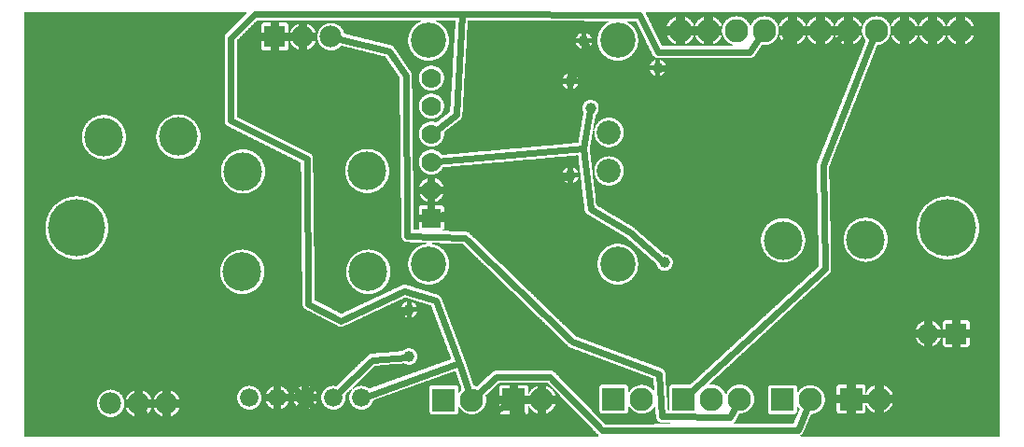
<source format=gtl>
G04 MADE WITH FRITZING*
G04 WWW.FRITZING.ORG*
G04 DOUBLE SIDED*
G04 HOLES PLATED*
G04 CONTOUR ON CENTER OF CONTOUR VECTOR*
%ASAXBY*%
%FSLAX23Y23*%
%MOIN*%
%OFA0B0*%
%SFA1.0B1.0*%
%ADD10C,0.075000*%
%ADD11C,0.039370*%
%ADD12C,0.125984*%
%ADD13C,0.086000*%
%ADD14C,0.070000*%
%ADD15C,0.083307*%
%ADD16C,0.138425*%
%ADD17C,0.066000*%
%ADD18C,0.078000*%
%ADD19C,0.137795*%
%ADD20C,0.204725*%
%ADD21R,0.070000X0.070000*%
%ADD22R,0.083307X0.083307*%
%ADD23R,0.078000X0.078000*%
%ADD24R,0.075000X0.075000*%
%ADD25C,0.024000*%
%ADD26C,0.000100*%
%ADD27R,0.001000X0.001000*%
%LNCOPPER1*%
G90*
G70*
G54D10*
X1929Y77D03*
X3111Y1389D03*
X213Y779D03*
X3323Y779D03*
G54D11*
X1404Y315D03*
X2052Y1203D03*
X2316Y651D03*
X2292Y1347D03*
X1404Y483D03*
X2028Y1443D03*
X1980Y963D03*
X1980Y1299D03*
G54D12*
X2149Y1445D03*
G54D13*
X2118Y978D03*
X2118Y1116D03*
G54D14*
X1484Y810D03*
G54D12*
X1474Y645D03*
G54D14*
X1484Y910D03*
X1484Y1010D03*
X1484Y1110D03*
X1484Y1210D03*
X1484Y1310D03*
G54D12*
X1474Y1445D03*
X2149Y645D03*
X2149Y1445D03*
G54D13*
X2118Y978D03*
X2118Y1116D03*
G54D14*
X1484Y810D03*
G54D12*
X1474Y645D03*
G54D14*
X1484Y910D03*
X1484Y1010D03*
X1484Y1110D03*
X1484Y1210D03*
X1484Y1310D03*
G54D12*
X1474Y1445D03*
X2149Y645D03*
G54D15*
X2373Y1480D03*
X2473Y1480D03*
X2573Y1480D03*
X2673Y1480D03*
X2773Y1480D03*
X2873Y1480D03*
X2973Y1480D03*
X3073Y1480D03*
X3173Y1480D03*
X3273Y1480D03*
X3373Y1480D03*
X2373Y1480D03*
X2473Y1480D03*
X2573Y1480D03*
X2673Y1480D03*
X2773Y1480D03*
X2873Y1480D03*
X2973Y1480D03*
X3073Y1480D03*
X3173Y1480D03*
X3273Y1480D03*
X3373Y1480D03*
X2135Y162D03*
X2235Y162D03*
X2135Y162D03*
X2235Y162D03*
X2385Y163D03*
X2485Y163D03*
X2585Y163D03*
X2385Y163D03*
X2485Y163D03*
X2585Y163D03*
X2737Y161D03*
X2837Y161D03*
X2737Y161D03*
X2837Y161D03*
X1528Y160D03*
X1628Y160D03*
X1528Y160D03*
X1628Y160D03*
X2982Y163D03*
X3082Y163D03*
X2982Y163D03*
X3082Y163D03*
X1778Y161D03*
X1878Y161D03*
X1778Y161D03*
X1878Y161D03*
G54D16*
X808Y618D03*
G54D17*
X833Y168D03*
X933Y168D03*
X1033Y168D03*
X1133Y168D03*
G54D16*
X1258Y618D03*
G54D17*
X1233Y168D03*
G54D18*
X338Y148D03*
X438Y148D03*
X538Y148D03*
X1125Y1458D03*
X1025Y1458D03*
X925Y1458D03*
G54D10*
X3358Y397D03*
X3258Y397D03*
X3358Y397D03*
X3258Y397D03*
G54D19*
X1254Y978D03*
X580Y1101D03*
G54D20*
X217Y775D03*
X3327Y775D03*
G54D19*
X811Y977D03*
X3034Y733D03*
X314Y1099D03*
X2739Y730D03*
G54D21*
X1484Y810D03*
X1484Y810D03*
G54D22*
X2135Y162D03*
X2135Y162D03*
X2385Y163D03*
X2385Y163D03*
X2737Y161D03*
X2737Y161D03*
X1528Y160D03*
X1528Y160D03*
X2982Y163D03*
X2982Y163D03*
X1778Y161D03*
X1778Y161D03*
G54D23*
X925Y1458D03*
G54D24*
X3358Y397D03*
X3358Y397D03*
G54D25*
X2889Y628D02*
X2882Y998D01*
D02*
X2401Y178D02*
X2889Y628D01*
D02*
X1392Y1318D02*
X1398Y746D01*
D02*
X1332Y1407D02*
X1392Y1318D01*
D02*
X1144Y1453D02*
X1332Y1407D01*
D02*
X2882Y998D02*
X3065Y1460D01*
D02*
X1988Y368D02*
X2297Y253D01*
D02*
X1604Y740D02*
X1988Y368D01*
D02*
X1398Y746D02*
X1604Y740D01*
D02*
X2551Y98D02*
X2575Y144D01*
D02*
X2307Y101D02*
X2551Y98D01*
D02*
X2297Y253D02*
X2307Y101D01*
D02*
X1583Y292D02*
X1621Y181D01*
D02*
X1252Y174D02*
X1583Y292D01*
D02*
X1572Y1179D02*
X1593Y1538D01*
D02*
X1499Y1122D02*
X1572Y1179D01*
D02*
X1593Y1538D02*
X852Y1539D01*
D02*
X767Y1454D02*
X767Y1158D01*
D02*
X1045Y504D02*
X1161Y443D01*
D02*
X1039Y1022D02*
X1045Y504D01*
D02*
X767Y1158D02*
X1039Y1022D01*
D02*
X1161Y443D02*
X1388Y550D01*
D02*
X852Y1539D02*
X767Y1454D01*
D02*
X1499Y515D02*
X1583Y292D01*
D02*
X1388Y550D02*
X1499Y515D01*
D02*
X2829Y141D02*
X2792Y54D01*
D02*
X1716Y243D02*
X1644Y175D01*
D02*
X1908Y243D02*
X1716Y243D01*
D02*
X2095Y51D02*
X1908Y243D01*
D02*
X2792Y54D02*
X2095Y51D01*
D02*
X2292Y1404D02*
X2228Y1535D01*
D02*
X2620Y1403D02*
X2292Y1404D01*
D02*
X2661Y1462D02*
X2620Y1403D01*
D02*
X1273Y304D02*
X1148Y182D01*
D02*
X1396Y314D02*
X1273Y304D01*
D02*
X2027Y1058D02*
X1503Y1012D01*
D02*
X2051Y1195D02*
X2027Y1058D01*
D02*
X2228Y1535D02*
X1593Y1538D01*
D02*
X2192Y759D02*
X2052Y843D01*
X2052Y843D02*
X2027Y1058D01*
D02*
X2310Y656D02*
X2192Y759D01*
D02*
X2794Y1480D02*
X2851Y1480D01*
D02*
X2676Y1347D02*
X2760Y1462D01*
D02*
X2300Y1347D02*
X2676Y1347D01*
D02*
X1623Y65D02*
X1136Y60D01*
D02*
X1759Y149D02*
X1623Y65D01*
D02*
X483Y62D02*
X968Y62D01*
D02*
X447Y131D02*
X483Y62D01*
D02*
X3294Y1480D02*
X3351Y1480D01*
D02*
X2032Y1436D02*
X2052Y1395D01*
D02*
X790Y378D02*
X1033Y168D01*
D02*
X2739Y1257D02*
X2957Y1465D01*
D02*
X2245Y1259D02*
X2739Y1257D01*
D02*
X2052Y1395D02*
X2245Y1259D01*
D02*
X1502Y816D02*
X1972Y960D01*
D02*
X1985Y1305D02*
X2052Y1395D01*
D02*
X1136Y60D02*
X1047Y154D01*
D02*
X1835Y67D02*
X1778Y161D01*
D02*
X1023Y151D02*
X968Y62D01*
D02*
X1159Y361D02*
X1397Y479D01*
D02*
X1044Y184D02*
X1159Y361D01*
G54D26*
G36*
X1854Y145D02*
X1801Y145D01*
X1801Y176D01*
X1854Y176D01*
X1854Y145D01*
D02*
G37*
D02*
G36*
X1854Y145D02*
X1801Y145D01*
X1801Y176D01*
X1854Y176D01*
X1854Y145D01*
D02*
G37*
D02*
G36*
X223Y828D02*
X228Y827D01*
X232Y826D01*
X238Y824D01*
X243Y821D01*
X247Y819D01*
X251Y816D01*
X254Y812D01*
X258Y808D01*
X261Y804D01*
X264Y800D01*
X266Y795D01*
X268Y790D01*
X269Y785D01*
X270Y781D01*
X270Y775D01*
X270Y769D01*
X269Y764D01*
X268Y759D01*
X266Y754D01*
X263Y749D01*
X261Y745D01*
X258Y741D01*
X254Y737D01*
X250Y734D01*
X247Y731D01*
X242Y728D01*
X237Y726D01*
X232Y724D01*
X228Y723D01*
X223Y722D01*
X217Y722D01*
X211Y722D01*
X206Y723D01*
X201Y724D01*
X196Y726D01*
X191Y729D01*
X187Y731D01*
X183Y734D01*
X179Y738D01*
X176Y742D01*
X173Y745D01*
X170Y750D01*
X168Y755D01*
X166Y759D01*
X165Y764D01*
X164Y769D01*
X164Y775D01*
X164Y781D01*
X165Y786D01*
X166Y791D01*
X168Y795D01*
X171Y801D01*
X173Y804D01*
X176Y808D01*
X180Y812D01*
X184Y816D01*
X188Y819D01*
X191Y821D01*
X197Y824D01*
X201Y826D01*
X206Y827D01*
X211Y828D01*
X217Y828D01*
X223Y828D01*
D02*
G37*
D02*
G36*
X815Y1016D02*
X819Y1015D01*
X822Y1014D01*
X826Y1013D01*
X832Y1010D01*
X838Y1004D01*
X843Y998D01*
X847Y991D01*
X848Y989D01*
X849Y985D01*
X850Y981D01*
X850Y977D01*
X849Y972D01*
X849Y969D01*
X848Y965D01*
X847Y962D01*
X843Y955D01*
X838Y949D01*
X832Y944D01*
X825Y940D01*
X822Y939D01*
X818Y938D01*
X815Y938D01*
X810Y938D01*
X806Y938D01*
X802Y938D01*
X798Y939D01*
X795Y940D01*
X789Y944D01*
X783Y949D01*
X778Y955D01*
X774Y962D01*
X773Y965D01*
X772Y969D01*
X772Y972D01*
X771Y977D01*
X772Y981D01*
X772Y985D01*
X773Y989D01*
X774Y992D01*
X778Y999D01*
X783Y1005D01*
X788Y1009D01*
X796Y1013D01*
X799Y1014D01*
X803Y1015D01*
X806Y1016D01*
X810Y1016D01*
X815Y1016D01*
D02*
G37*
D02*
G36*
X815Y1016D02*
X819Y1015D01*
X822Y1014D01*
X826Y1013D01*
X832Y1010D01*
X838Y1004D01*
X843Y998D01*
X847Y991D01*
X848Y989D01*
X849Y985D01*
X850Y981D01*
X850Y977D01*
X849Y972D01*
X849Y969D01*
X848Y965D01*
X847Y962D01*
X843Y955D01*
X838Y949D01*
X832Y944D01*
X825Y940D01*
X822Y939D01*
X818Y938D01*
X815Y938D01*
X810Y938D01*
X806Y938D01*
X802Y938D01*
X798Y939D01*
X795Y940D01*
X789Y944D01*
X783Y949D01*
X778Y955D01*
X774Y962D01*
X773Y965D01*
X772Y969D01*
X772Y972D01*
X771Y977D01*
X772Y981D01*
X772Y985D01*
X773Y989D01*
X774Y992D01*
X778Y999D01*
X783Y1005D01*
X788Y1009D01*
X796Y1013D01*
X799Y1014D01*
X803Y1015D01*
X806Y1016D01*
X810Y1016D01*
X815Y1016D01*
D02*
G37*
D02*
G36*
X318Y1138D02*
X322Y1138D01*
X326Y1137D01*
X329Y1136D01*
X335Y1132D01*
X342Y1127D01*
X347Y1121D01*
X350Y1114D01*
X351Y1111D01*
X352Y1107D01*
X353Y1104D01*
X353Y1099D01*
X353Y1095D01*
X352Y1091D01*
X351Y1087D01*
X350Y1084D01*
X346Y1077D01*
X342Y1072D01*
X336Y1067D01*
X329Y1063D01*
X326Y1062D01*
X322Y1061D01*
X318Y1060D01*
X314Y1060D01*
X309Y1060D01*
X306Y1061D01*
X302Y1062D01*
X299Y1063D01*
X292Y1067D01*
X286Y1072D01*
X281Y1077D01*
X277Y1085D01*
X276Y1087D01*
X275Y1092D01*
X275Y1095D01*
X275Y1099D01*
X275Y1104D01*
X275Y1107D01*
X276Y1112D01*
X277Y1114D01*
X281Y1121D01*
X286Y1127D01*
X292Y1132D01*
X299Y1136D01*
X302Y1137D01*
X306Y1138D01*
X309Y1138D01*
X314Y1138D01*
X318Y1138D01*
D02*
G37*
D02*
G36*
X318Y1138D02*
X322Y1138D01*
X326Y1137D01*
X329Y1136D01*
X335Y1132D01*
X342Y1127D01*
X347Y1121D01*
X350Y1114D01*
X351Y1111D01*
X352Y1107D01*
X353Y1104D01*
X353Y1099D01*
X353Y1095D01*
X352Y1091D01*
X351Y1087D01*
X350Y1084D01*
X346Y1077D01*
X342Y1072D01*
X336Y1067D01*
X329Y1063D01*
X326Y1062D01*
X322Y1061D01*
X318Y1060D01*
X314Y1060D01*
X309Y1060D01*
X306Y1061D01*
X302Y1062D01*
X299Y1063D01*
X292Y1067D01*
X286Y1072D01*
X281Y1077D01*
X277Y1085D01*
X276Y1087D01*
X275Y1092D01*
X275Y1095D01*
X275Y1099D01*
X275Y1104D01*
X275Y1107D01*
X276Y1112D01*
X277Y1114D01*
X281Y1121D01*
X286Y1127D01*
X292Y1132D01*
X299Y1136D01*
X302Y1137D01*
X306Y1138D01*
X309Y1138D01*
X314Y1138D01*
X318Y1138D01*
D02*
G37*
D02*
G36*
X585Y1140D02*
X588Y1139D01*
X592Y1138D01*
X595Y1137D01*
X602Y1133D01*
X608Y1129D01*
X613Y1122D01*
X617Y1115D01*
X618Y1113D01*
X619Y1109D01*
X619Y1105D01*
X619Y1101D01*
X619Y1096D01*
X619Y1093D01*
X618Y1089D01*
X616Y1086D01*
X613Y1079D01*
X608Y1073D01*
X602Y1068D01*
X595Y1064D01*
X592Y1063D01*
X588Y1062D01*
X584Y1062D01*
X580Y1062D01*
X575Y1062D01*
X572Y1062D01*
X568Y1063D01*
X565Y1064D01*
X558Y1068D01*
X552Y1073D01*
X548Y1079D01*
X544Y1086D01*
X542Y1089D01*
X542Y1093D01*
X541Y1097D01*
X541Y1101D01*
X541Y1105D01*
X542Y1109D01*
X543Y1113D01*
X544Y1116D01*
X548Y1123D01*
X552Y1129D01*
X558Y1133D01*
X565Y1137D01*
X568Y1138D01*
X572Y1139D01*
X576Y1140D01*
X580Y1140D01*
X585Y1140D01*
D02*
G37*
D02*
G36*
X585Y1140D02*
X588Y1139D01*
X592Y1138D01*
X595Y1137D01*
X602Y1133D01*
X608Y1129D01*
X613Y1122D01*
X617Y1115D01*
X618Y1113D01*
X619Y1109D01*
X619Y1105D01*
X619Y1101D01*
X619Y1096D01*
X619Y1093D01*
X618Y1089D01*
X616Y1086D01*
X613Y1079D01*
X608Y1073D01*
X602Y1068D01*
X595Y1064D01*
X592Y1063D01*
X588Y1062D01*
X584Y1062D01*
X580Y1062D01*
X575Y1062D01*
X572Y1062D01*
X568Y1063D01*
X565Y1064D01*
X558Y1068D01*
X552Y1073D01*
X548Y1079D01*
X544Y1086D01*
X542Y1089D01*
X542Y1093D01*
X541Y1097D01*
X541Y1101D01*
X541Y1105D01*
X542Y1109D01*
X543Y1113D01*
X544Y1116D01*
X548Y1123D01*
X552Y1129D01*
X558Y1133D01*
X565Y1137D01*
X568Y1138D01*
X572Y1139D01*
X576Y1140D01*
X580Y1140D01*
X585Y1140D01*
D02*
G37*
D02*
G36*
X3059Y148D02*
X3006Y148D01*
X3006Y179D01*
X3059Y179D01*
X3059Y148D01*
D02*
G37*
D02*
G36*
X3059Y148D02*
X3006Y148D01*
X3006Y179D01*
X3059Y179D01*
X3059Y148D01*
D02*
G37*
D02*
G36*
X2744Y769D02*
X2748Y769D01*
X2751Y768D01*
X2755Y767D01*
X2761Y763D01*
X2767Y758D01*
X2772Y752D01*
X2776Y746D01*
X2777Y742D01*
X2778Y738D01*
X2778Y735D01*
X2779Y731D01*
X2778Y726D01*
X2778Y722D01*
X2777Y719D01*
X2776Y715D01*
X2772Y709D01*
X2767Y703D01*
X2761Y698D01*
X2754Y694D01*
X2751Y693D01*
X2747Y692D01*
X2744Y691D01*
X2739Y691D01*
X2735Y692D01*
X2731Y692D01*
X2727Y693D01*
X2724Y694D01*
X2717Y698D01*
X2712Y703D01*
X2707Y709D01*
X2703Y716D01*
X2702Y719D01*
X2701Y723D01*
X2700Y726D01*
X2700Y731D01*
X2700Y735D01*
X2701Y739D01*
X2702Y743D01*
X2703Y746D01*
X2707Y752D01*
X2712Y759D01*
X2717Y763D01*
X2725Y767D01*
X2728Y768D01*
X2731Y769D01*
X2735Y769D01*
X2739Y770D01*
X2744Y769D01*
D02*
G37*
D02*
G36*
X2744Y769D02*
X2748Y769D01*
X2751Y768D01*
X2755Y767D01*
X2761Y763D01*
X2767Y758D01*
X2772Y752D01*
X2776Y746D01*
X2777Y742D01*
X2778Y738D01*
X2778Y735D01*
X2779Y731D01*
X2778Y726D01*
X2778Y722D01*
X2777Y719D01*
X2776Y715D01*
X2772Y709D01*
X2767Y703D01*
X2761Y698D01*
X2754Y694D01*
X2751Y693D01*
X2747Y692D01*
X2744Y691D01*
X2739Y691D01*
X2735Y692D01*
X2731Y692D01*
X2727Y693D01*
X2724Y694D01*
X2717Y698D01*
X2712Y703D01*
X2707Y709D01*
X2703Y716D01*
X2702Y719D01*
X2701Y723D01*
X2700Y726D01*
X2700Y731D01*
X2700Y735D01*
X2701Y739D01*
X2702Y743D01*
X2703Y746D01*
X2707Y752D01*
X2712Y759D01*
X2717Y763D01*
X2725Y767D01*
X2728Y768D01*
X2731Y769D01*
X2735Y769D01*
X2739Y770D01*
X2744Y769D01*
D02*
G37*
D02*
G36*
X3039Y771D02*
X3043Y771D01*
X3046Y770D01*
X3050Y769D01*
X3056Y765D01*
X3062Y760D01*
X3067Y754D01*
X3071Y748D01*
X3072Y744D01*
X3073Y741D01*
X3073Y737D01*
X3074Y733D01*
X3073Y728D01*
X3073Y724D01*
X3072Y721D01*
X3071Y717D01*
X3067Y711D01*
X3062Y705D01*
X3056Y700D01*
X3049Y696D01*
X3046Y695D01*
X3042Y694D01*
X3039Y694D01*
X3034Y693D01*
X3030Y694D01*
X3026Y694D01*
X3022Y695D01*
X3019Y696D01*
X3012Y700D01*
X3006Y705D01*
X3002Y711D01*
X2998Y718D01*
X2997Y721D01*
X2996Y725D01*
X2995Y728D01*
X2995Y733D01*
X2995Y737D01*
X2996Y741D01*
X2997Y745D01*
X2998Y748D01*
X3002Y754D01*
X3007Y761D01*
X3012Y765D01*
X3020Y769D01*
X3023Y770D01*
X3027Y771D01*
X3030Y772D01*
X3034Y772D01*
X3039Y771D01*
D02*
G37*
D02*
G36*
X3039Y771D02*
X3043Y771D01*
X3046Y770D01*
X3050Y769D01*
X3056Y765D01*
X3062Y760D01*
X3067Y754D01*
X3071Y748D01*
X3072Y744D01*
X3073Y741D01*
X3073Y737D01*
X3074Y733D01*
X3073Y728D01*
X3073Y724D01*
X3072Y721D01*
X3071Y717D01*
X3067Y711D01*
X3062Y705D01*
X3056Y700D01*
X3049Y696D01*
X3046Y695D01*
X3042Y694D01*
X3039Y694D01*
X3034Y693D01*
X3030Y694D01*
X3026Y694D01*
X3022Y695D01*
X3019Y696D01*
X3012Y700D01*
X3006Y705D01*
X3002Y711D01*
X2998Y718D01*
X2997Y721D01*
X2996Y725D01*
X2995Y728D01*
X2995Y733D01*
X2995Y737D01*
X2996Y741D01*
X2997Y745D01*
X2998Y748D01*
X3002Y754D01*
X3007Y761D01*
X3012Y765D01*
X3020Y769D01*
X3023Y770D01*
X3027Y771D01*
X3030Y772D01*
X3034Y772D01*
X3039Y771D01*
D02*
G37*
D02*
G36*
X3333Y828D02*
X3338Y827D01*
X3343Y826D01*
X3348Y824D01*
X3353Y821D01*
X3357Y819D01*
X3361Y816D01*
X3365Y812D01*
X3368Y808D01*
X3371Y804D01*
X3374Y801D01*
X3376Y795D01*
X3378Y790D01*
X3379Y785D01*
X3380Y781D01*
X3380Y775D01*
X3380Y769D01*
X3379Y764D01*
X3378Y759D01*
X3376Y754D01*
X3374Y749D01*
X3371Y745D01*
X3368Y741D01*
X3365Y737D01*
X3361Y734D01*
X3357Y731D01*
X3353Y728D01*
X3348Y726D01*
X3342Y724D01*
X3338Y723D01*
X3333Y722D01*
X3327Y722D01*
X3321Y722D01*
X3316Y723D01*
X3311Y724D01*
X3307Y726D01*
X3301Y729D01*
X3298Y731D01*
X3294Y734D01*
X3290Y738D01*
X3286Y742D01*
X3283Y745D01*
X3281Y750D01*
X3278Y755D01*
X3276Y760D01*
X3275Y764D01*
X3274Y769D01*
X3274Y775D01*
X3274Y781D01*
X3275Y786D01*
X3277Y791D01*
X3278Y795D01*
X3281Y801D01*
X3283Y804D01*
X3286Y809D01*
X3290Y812D01*
X3294Y816D01*
X3298Y819D01*
X3302Y821D01*
X3307Y824D01*
X3312Y826D01*
X3317Y827D01*
X3322Y828D01*
X3327Y828D01*
X3333Y828D01*
D02*
G37*
D02*
G36*
X1259Y1017D02*
X1263Y1017D01*
X1266Y1016D01*
X1270Y1014D01*
X1276Y1011D01*
X1282Y1006D01*
X1287Y1000D01*
X1291Y993D01*
X1292Y990D01*
X1293Y986D01*
X1293Y983D01*
X1294Y978D01*
X1293Y974D01*
X1293Y970D01*
X1292Y966D01*
X1291Y963D01*
X1287Y957D01*
X1282Y950D01*
X1276Y945D01*
X1269Y942D01*
X1266Y941D01*
X1262Y940D01*
X1259Y939D01*
X1254Y939D01*
X1250Y939D01*
X1246Y940D01*
X1243Y941D01*
X1239Y942D01*
X1233Y945D01*
X1227Y951D01*
X1222Y957D01*
X1218Y963D01*
X1217Y967D01*
X1216Y970D01*
X1215Y974D01*
X1215Y978D01*
X1216Y983D01*
X1216Y986D01*
X1217Y990D01*
X1218Y993D01*
X1222Y1000D01*
X1227Y1006D01*
X1233Y1011D01*
X1240Y1015D01*
X1243Y1016D01*
X1247Y1017D01*
X1250Y1017D01*
X1254Y1017D01*
X1259Y1017D01*
D02*
G37*
D02*
G36*
X1259Y1017D02*
X1263Y1017D01*
X1266Y1016D01*
X1270Y1014D01*
X1276Y1011D01*
X1282Y1006D01*
X1287Y1000D01*
X1291Y993D01*
X1292Y990D01*
X1293Y986D01*
X1293Y983D01*
X1294Y978D01*
X1293Y974D01*
X1293Y970D01*
X1292Y966D01*
X1291Y963D01*
X1287Y957D01*
X1282Y950D01*
X1276Y945D01*
X1269Y942D01*
X1266Y941D01*
X1262Y940D01*
X1259Y939D01*
X1254Y939D01*
X1250Y939D01*
X1246Y940D01*
X1243Y941D01*
X1239Y942D01*
X1233Y945D01*
X1227Y951D01*
X1222Y957D01*
X1218Y963D01*
X1217Y967D01*
X1216Y970D01*
X1215Y974D01*
X1215Y978D01*
X1216Y983D01*
X1216Y986D01*
X1217Y990D01*
X1218Y993D01*
X1222Y1000D01*
X1227Y1006D01*
X1233Y1011D01*
X1240Y1015D01*
X1243Y1016D01*
X1247Y1017D01*
X1250Y1017D01*
X1254Y1017D01*
X1259Y1017D01*
D02*
G37*
D02*
G54D27*
X32Y1544D02*
X822Y1544D01*
X2251Y1544D02*
X3512Y1544D01*
X31Y1543D02*
X823Y1543D01*
X2251Y1543D02*
X3513Y1543D01*
X31Y1542D02*
X823Y1542D01*
X2250Y1542D02*
X3513Y1542D01*
X31Y1541D02*
X823Y1541D01*
X2251Y1541D02*
X3513Y1541D01*
X31Y1540D02*
X822Y1540D01*
X2251Y1540D02*
X3513Y1540D01*
X31Y1539D02*
X821Y1539D01*
X2251Y1539D02*
X3513Y1539D01*
X31Y1538D02*
X820Y1538D01*
X2252Y1538D02*
X3513Y1538D01*
X31Y1537D02*
X819Y1537D01*
X2252Y1537D02*
X3513Y1537D01*
X31Y1536D02*
X818Y1536D01*
X2253Y1536D02*
X3513Y1536D01*
X31Y1535D02*
X817Y1535D01*
X2253Y1535D02*
X3513Y1535D01*
X31Y1534D02*
X816Y1534D01*
X2254Y1534D02*
X3513Y1534D01*
X31Y1533D02*
X815Y1533D01*
X2254Y1533D02*
X3513Y1533D01*
X31Y1532D02*
X814Y1532D01*
X2255Y1532D02*
X3513Y1532D01*
X31Y1531D02*
X813Y1531D01*
X2255Y1531D02*
X2570Y1531D01*
X2576Y1531D02*
X2670Y1531D01*
X2676Y1531D02*
X3070Y1531D01*
X3076Y1531D02*
X3513Y1531D01*
X31Y1530D02*
X812Y1530D01*
X2256Y1530D02*
X2562Y1530D01*
X2584Y1530D02*
X2662Y1530D01*
X2684Y1530D02*
X3062Y1530D01*
X3084Y1530D02*
X3513Y1530D01*
X31Y1529D02*
X811Y1529D01*
X2256Y1529D02*
X2559Y1529D01*
X2587Y1529D02*
X2659Y1529D01*
X2687Y1529D02*
X3059Y1529D01*
X3087Y1529D02*
X3513Y1529D01*
X31Y1528D02*
X810Y1528D01*
X2257Y1528D02*
X2356Y1528D01*
X2358Y1528D02*
X2388Y1528D01*
X2390Y1528D02*
X2456Y1528D01*
X2458Y1528D02*
X2488Y1528D01*
X2490Y1528D02*
X2556Y1528D01*
X2590Y1528D02*
X2656Y1528D01*
X2690Y1528D02*
X2756Y1528D01*
X2758Y1528D02*
X2788Y1528D01*
X2790Y1528D02*
X2856Y1528D01*
X2858Y1528D02*
X2888Y1528D01*
X2890Y1528D02*
X2956Y1528D01*
X2958Y1528D02*
X2988Y1528D01*
X2990Y1528D02*
X3056Y1528D01*
X3090Y1528D02*
X3156Y1528D01*
X3158Y1528D02*
X3188Y1528D01*
X3190Y1528D02*
X3256Y1528D01*
X3258Y1528D02*
X3288Y1528D01*
X3290Y1528D02*
X3356Y1528D01*
X3358Y1528D02*
X3388Y1528D01*
X3390Y1528D02*
X3513Y1528D01*
X31Y1527D02*
X809Y1527D01*
X2257Y1527D02*
X2353Y1527D01*
X2358Y1527D02*
X2388Y1527D01*
X2393Y1527D02*
X2453Y1527D01*
X2458Y1527D02*
X2488Y1527D01*
X2493Y1527D02*
X2553Y1527D01*
X2593Y1527D02*
X2653Y1527D01*
X2693Y1527D02*
X2753Y1527D01*
X2758Y1527D02*
X2788Y1527D01*
X2793Y1527D02*
X2853Y1527D01*
X2858Y1527D02*
X2888Y1527D01*
X2893Y1527D02*
X2953Y1527D01*
X2958Y1527D02*
X2988Y1527D01*
X2993Y1527D02*
X3053Y1527D01*
X3093Y1527D02*
X3153Y1527D01*
X3158Y1527D02*
X3188Y1527D01*
X3193Y1527D02*
X3253Y1527D01*
X3258Y1527D02*
X3288Y1527D01*
X3293Y1527D02*
X3353Y1527D01*
X3358Y1527D02*
X3388Y1527D01*
X3393Y1527D02*
X3513Y1527D01*
X31Y1526D02*
X808Y1526D01*
X2258Y1526D02*
X2351Y1526D01*
X2358Y1526D02*
X2388Y1526D01*
X2395Y1526D02*
X2451Y1526D01*
X2458Y1526D02*
X2488Y1526D01*
X2495Y1526D02*
X2551Y1526D01*
X2595Y1526D02*
X2651Y1526D01*
X2695Y1526D02*
X2751Y1526D01*
X2758Y1526D02*
X2788Y1526D01*
X2795Y1526D02*
X2851Y1526D01*
X2858Y1526D02*
X2888Y1526D01*
X2895Y1526D02*
X2951Y1526D01*
X2958Y1526D02*
X2988Y1526D01*
X2995Y1526D02*
X3051Y1526D01*
X3095Y1526D02*
X3151Y1526D01*
X3158Y1526D02*
X3188Y1526D01*
X3195Y1526D02*
X3251Y1526D01*
X3258Y1526D02*
X3288Y1526D01*
X3295Y1526D02*
X3351Y1526D01*
X3358Y1526D02*
X3388Y1526D01*
X3395Y1526D02*
X3513Y1526D01*
X31Y1525D02*
X807Y1525D01*
X2258Y1525D02*
X2349Y1525D01*
X2358Y1525D02*
X2388Y1525D01*
X2397Y1525D02*
X2449Y1525D01*
X2458Y1525D02*
X2488Y1525D01*
X2497Y1525D02*
X2549Y1525D01*
X2597Y1525D02*
X2649Y1525D01*
X2697Y1525D02*
X2749Y1525D01*
X2758Y1525D02*
X2788Y1525D01*
X2797Y1525D02*
X2849Y1525D01*
X2858Y1525D02*
X2888Y1525D01*
X2897Y1525D02*
X2949Y1525D01*
X2958Y1525D02*
X2988Y1525D01*
X2997Y1525D02*
X3049Y1525D01*
X3097Y1525D02*
X3149Y1525D01*
X3158Y1525D02*
X3188Y1525D01*
X3197Y1525D02*
X3249Y1525D01*
X3258Y1525D02*
X3288Y1525D01*
X3297Y1525D02*
X3349Y1525D01*
X3358Y1525D02*
X3388Y1525D01*
X3397Y1525D02*
X3513Y1525D01*
X31Y1524D02*
X806Y1524D01*
X2259Y1524D02*
X2347Y1524D01*
X2358Y1524D02*
X2388Y1524D01*
X2399Y1524D02*
X2447Y1524D01*
X2458Y1524D02*
X2488Y1524D01*
X2499Y1524D02*
X2547Y1524D01*
X2599Y1524D02*
X2647Y1524D01*
X2699Y1524D02*
X2747Y1524D01*
X2758Y1524D02*
X2788Y1524D01*
X2799Y1524D02*
X2847Y1524D01*
X2858Y1524D02*
X2888Y1524D01*
X2899Y1524D02*
X2947Y1524D01*
X2958Y1524D02*
X2988Y1524D01*
X2999Y1524D02*
X3047Y1524D01*
X3099Y1524D02*
X3147Y1524D01*
X3158Y1524D02*
X3188Y1524D01*
X3199Y1524D02*
X3247Y1524D01*
X3258Y1524D02*
X3288Y1524D01*
X3299Y1524D02*
X3347Y1524D01*
X3358Y1524D02*
X3388Y1524D01*
X3399Y1524D02*
X3513Y1524D01*
X31Y1523D02*
X805Y1523D01*
X2259Y1523D02*
X2345Y1523D01*
X2358Y1523D02*
X2388Y1523D01*
X2401Y1523D02*
X2445Y1523D01*
X2458Y1523D02*
X2488Y1523D01*
X2501Y1523D02*
X2545Y1523D01*
X2601Y1523D02*
X2645Y1523D01*
X2701Y1523D02*
X2745Y1523D01*
X2758Y1523D02*
X2788Y1523D01*
X2801Y1523D02*
X2845Y1523D01*
X2858Y1523D02*
X2888Y1523D01*
X2901Y1523D02*
X2945Y1523D01*
X2958Y1523D02*
X2988Y1523D01*
X3001Y1523D02*
X3045Y1523D01*
X3101Y1523D02*
X3145Y1523D01*
X3158Y1523D02*
X3188Y1523D01*
X3201Y1523D02*
X3245Y1523D01*
X3258Y1523D02*
X3288Y1523D01*
X3301Y1523D02*
X3345Y1523D01*
X3358Y1523D02*
X3388Y1523D01*
X3401Y1523D02*
X3513Y1523D01*
X31Y1522D02*
X804Y1522D01*
X2260Y1522D02*
X2343Y1522D01*
X2358Y1522D02*
X2388Y1522D01*
X2403Y1522D02*
X2443Y1522D01*
X2458Y1522D02*
X2488Y1522D01*
X2503Y1522D02*
X2543Y1522D01*
X2603Y1522D02*
X2643Y1522D01*
X2703Y1522D02*
X2743Y1522D01*
X2758Y1522D02*
X2788Y1522D01*
X2803Y1522D02*
X2843Y1522D01*
X2858Y1522D02*
X2888Y1522D01*
X2903Y1522D02*
X2943Y1522D01*
X2958Y1522D02*
X2988Y1522D01*
X3003Y1522D02*
X3043Y1522D01*
X3103Y1522D02*
X3143Y1522D01*
X3158Y1522D02*
X3188Y1522D01*
X3203Y1522D02*
X3243Y1522D01*
X3258Y1522D02*
X3288Y1522D01*
X3303Y1522D02*
X3343Y1522D01*
X3358Y1522D02*
X3388Y1522D01*
X3403Y1522D02*
X3513Y1522D01*
X31Y1521D02*
X803Y1521D01*
X2260Y1521D02*
X2342Y1521D01*
X2358Y1521D02*
X2388Y1521D01*
X2404Y1521D02*
X2442Y1521D01*
X2458Y1521D02*
X2488Y1521D01*
X2504Y1521D02*
X2542Y1521D01*
X2604Y1521D02*
X2642Y1521D01*
X2704Y1521D02*
X2742Y1521D01*
X2758Y1521D02*
X2788Y1521D01*
X2804Y1521D02*
X2842Y1521D01*
X2858Y1521D02*
X2888Y1521D01*
X2904Y1521D02*
X2942Y1521D01*
X2958Y1521D02*
X2988Y1521D01*
X3004Y1521D02*
X3042Y1521D01*
X3104Y1521D02*
X3142Y1521D01*
X3158Y1521D02*
X3188Y1521D01*
X3204Y1521D02*
X3242Y1521D01*
X3258Y1521D02*
X3288Y1521D01*
X3304Y1521D02*
X3342Y1521D01*
X3358Y1521D02*
X3388Y1521D01*
X3404Y1521D02*
X3513Y1521D01*
X31Y1520D02*
X802Y1520D01*
X2261Y1520D02*
X2341Y1520D01*
X2358Y1520D02*
X2388Y1520D01*
X2405Y1520D02*
X2441Y1520D01*
X2458Y1520D02*
X2488Y1520D01*
X2505Y1520D02*
X2541Y1520D01*
X2605Y1520D02*
X2641Y1520D01*
X2705Y1520D02*
X2741Y1520D01*
X2758Y1520D02*
X2788Y1520D01*
X2805Y1520D02*
X2841Y1520D01*
X2858Y1520D02*
X2888Y1520D01*
X2905Y1520D02*
X2941Y1520D01*
X2958Y1520D02*
X2988Y1520D01*
X3005Y1520D02*
X3041Y1520D01*
X3105Y1520D02*
X3141Y1520D01*
X3158Y1520D02*
X3188Y1520D01*
X3205Y1520D02*
X3241Y1520D01*
X3258Y1520D02*
X3288Y1520D01*
X3305Y1520D02*
X3341Y1520D01*
X3358Y1520D02*
X3388Y1520D01*
X3405Y1520D02*
X3513Y1520D01*
X31Y1519D02*
X801Y1519D01*
X2261Y1519D02*
X2340Y1519D01*
X2358Y1519D02*
X2388Y1519D01*
X2406Y1519D02*
X2440Y1519D01*
X2458Y1519D02*
X2488Y1519D01*
X2506Y1519D02*
X2540Y1519D01*
X2606Y1519D02*
X2640Y1519D01*
X2706Y1519D02*
X2740Y1519D01*
X2758Y1519D02*
X2788Y1519D01*
X2806Y1519D02*
X2840Y1519D01*
X2858Y1519D02*
X2888Y1519D01*
X2906Y1519D02*
X2940Y1519D01*
X2958Y1519D02*
X2988Y1519D01*
X3006Y1519D02*
X3040Y1519D01*
X3106Y1519D02*
X3139Y1519D01*
X3158Y1519D02*
X3188Y1519D01*
X3206Y1519D02*
X3239Y1519D01*
X3258Y1519D02*
X3288Y1519D01*
X3306Y1519D02*
X3339Y1519D01*
X3358Y1519D02*
X3388Y1519D01*
X3406Y1519D02*
X3513Y1519D01*
X31Y1518D02*
X800Y1518D01*
X2262Y1518D02*
X2338Y1518D01*
X2358Y1518D02*
X2388Y1518D01*
X2408Y1518D02*
X2438Y1518D01*
X2458Y1518D02*
X2488Y1518D01*
X2508Y1518D02*
X2538Y1518D01*
X2608Y1518D02*
X2638Y1518D01*
X2708Y1518D02*
X2738Y1518D01*
X2758Y1518D02*
X2788Y1518D01*
X2808Y1518D02*
X2838Y1518D01*
X2858Y1518D02*
X2888Y1518D01*
X2908Y1518D02*
X2938Y1518D01*
X2958Y1518D02*
X2988Y1518D01*
X3008Y1518D02*
X3038Y1518D01*
X3108Y1518D02*
X3138Y1518D01*
X3158Y1518D02*
X3188Y1518D01*
X3208Y1518D02*
X3238Y1518D01*
X3258Y1518D02*
X3288Y1518D01*
X3308Y1518D02*
X3338Y1518D01*
X3358Y1518D02*
X3388Y1518D01*
X3408Y1518D02*
X3513Y1518D01*
X31Y1517D02*
X799Y1517D01*
X2262Y1517D02*
X2337Y1517D01*
X2358Y1517D02*
X2388Y1517D01*
X2409Y1517D02*
X2437Y1517D01*
X2458Y1517D02*
X2488Y1517D01*
X2509Y1517D02*
X2537Y1517D01*
X2609Y1517D02*
X2637Y1517D01*
X2709Y1517D02*
X2737Y1517D01*
X2758Y1517D02*
X2788Y1517D01*
X2809Y1517D02*
X2837Y1517D01*
X2858Y1517D02*
X2888Y1517D01*
X2909Y1517D02*
X2937Y1517D01*
X2958Y1517D02*
X2988Y1517D01*
X3009Y1517D02*
X3037Y1517D01*
X3109Y1517D02*
X3137Y1517D01*
X3158Y1517D02*
X3188Y1517D01*
X3209Y1517D02*
X3237Y1517D01*
X3258Y1517D02*
X3288Y1517D01*
X3309Y1517D02*
X3337Y1517D01*
X3358Y1517D02*
X3388Y1517D01*
X3409Y1517D02*
X3513Y1517D01*
X31Y1516D02*
X798Y1516D01*
X862Y1516D02*
X1444Y1516D01*
X1504Y1516D02*
X1567Y1516D01*
X1616Y1516D02*
X1641Y1516D01*
X2263Y1516D02*
X2336Y1516D01*
X2358Y1516D02*
X2388Y1516D01*
X2410Y1516D02*
X2436Y1516D01*
X2458Y1516D02*
X2488Y1516D01*
X2510Y1516D02*
X2536Y1516D01*
X2610Y1516D02*
X2636Y1516D01*
X2710Y1516D02*
X2736Y1516D01*
X2758Y1516D02*
X2788Y1516D01*
X2810Y1516D02*
X2836Y1516D01*
X2858Y1516D02*
X2888Y1516D01*
X2910Y1516D02*
X2936Y1516D01*
X2958Y1516D02*
X2988Y1516D01*
X3010Y1516D02*
X3036Y1516D01*
X3110Y1516D02*
X3136Y1516D01*
X3158Y1516D02*
X3188Y1516D01*
X3210Y1516D02*
X3236Y1516D01*
X3258Y1516D02*
X3288Y1516D01*
X3310Y1516D02*
X3336Y1516D01*
X3358Y1516D02*
X3388Y1516D01*
X3410Y1516D02*
X3513Y1516D01*
X31Y1515D02*
X797Y1515D01*
X861Y1515D02*
X1445Y1515D01*
X1503Y1515D02*
X1569Y1515D01*
X1615Y1515D02*
X1835Y1515D01*
X2263Y1515D02*
X2335Y1515D01*
X2358Y1515D02*
X2388Y1515D01*
X2411Y1515D02*
X2435Y1515D01*
X2458Y1515D02*
X2488Y1515D01*
X2511Y1515D02*
X2535Y1515D01*
X2611Y1515D02*
X2635Y1515D01*
X2711Y1515D02*
X2735Y1515D01*
X2758Y1515D02*
X2788Y1515D01*
X2811Y1515D02*
X2835Y1515D01*
X2858Y1515D02*
X2888Y1515D01*
X2911Y1515D02*
X2935Y1515D01*
X2958Y1515D02*
X2988Y1515D01*
X3011Y1515D02*
X3035Y1515D01*
X3111Y1515D02*
X3135Y1515D01*
X3158Y1515D02*
X3188Y1515D01*
X3211Y1515D02*
X3235Y1515D01*
X3258Y1515D02*
X3288Y1515D01*
X3311Y1515D02*
X3335Y1515D01*
X3358Y1515D02*
X3388Y1515D01*
X3411Y1515D02*
X3513Y1515D01*
X31Y1514D02*
X796Y1514D01*
X860Y1514D02*
X1446Y1514D01*
X1502Y1514D02*
X1569Y1514D01*
X1614Y1514D02*
X2030Y1514D01*
X2264Y1514D02*
X2334Y1514D01*
X2358Y1514D02*
X2388Y1514D01*
X2412Y1514D02*
X2434Y1514D01*
X2458Y1514D02*
X2488Y1514D01*
X2512Y1514D02*
X2534Y1514D01*
X2612Y1514D02*
X2634Y1514D01*
X2712Y1514D02*
X2734Y1514D01*
X2758Y1514D02*
X2788Y1514D01*
X2812Y1514D02*
X2834Y1514D01*
X2858Y1514D02*
X2888Y1514D01*
X2912Y1514D02*
X2934Y1514D01*
X2958Y1514D02*
X2988Y1514D01*
X3012Y1514D02*
X3034Y1514D01*
X3112Y1514D02*
X3134Y1514D01*
X3158Y1514D02*
X3188Y1514D01*
X3212Y1514D02*
X3234Y1514D01*
X3258Y1514D02*
X3288Y1514D01*
X3312Y1514D02*
X3334Y1514D01*
X3358Y1514D02*
X3388Y1514D01*
X3412Y1514D02*
X3513Y1514D01*
X31Y1513D02*
X795Y1513D01*
X859Y1513D02*
X1446Y1513D01*
X1502Y1513D02*
X1569Y1513D01*
X1614Y1513D02*
X2115Y1513D01*
X2185Y1513D02*
X2213Y1513D01*
X2264Y1513D02*
X2333Y1513D01*
X2358Y1513D02*
X2388Y1513D01*
X2413Y1513D02*
X2433Y1513D01*
X2458Y1513D02*
X2488Y1513D01*
X2513Y1513D02*
X2533Y1513D01*
X2613Y1513D02*
X2633Y1513D01*
X2712Y1513D02*
X2733Y1513D01*
X2758Y1513D02*
X2788Y1513D01*
X2813Y1513D02*
X2833Y1513D01*
X2858Y1513D02*
X2888Y1513D01*
X2913Y1513D02*
X2933Y1513D01*
X2958Y1513D02*
X2988Y1513D01*
X3013Y1513D02*
X3033Y1513D01*
X3112Y1513D02*
X3133Y1513D01*
X3158Y1513D02*
X3188Y1513D01*
X3212Y1513D02*
X3233Y1513D01*
X3258Y1513D02*
X3288Y1513D01*
X3312Y1513D02*
X3333Y1513D01*
X3358Y1513D02*
X3388Y1513D01*
X3412Y1513D02*
X3513Y1513D01*
X31Y1512D02*
X794Y1512D01*
X858Y1512D02*
X1445Y1512D01*
X1503Y1512D02*
X1569Y1512D01*
X1614Y1512D02*
X2116Y1512D01*
X2184Y1512D02*
X2215Y1512D01*
X2265Y1512D02*
X2333Y1512D01*
X2358Y1512D02*
X2388Y1512D01*
X2413Y1512D02*
X2433Y1512D01*
X2458Y1512D02*
X2488Y1512D01*
X2513Y1512D02*
X2533Y1512D01*
X2613Y1512D02*
X2633Y1512D01*
X2713Y1512D02*
X2733Y1512D01*
X2758Y1512D02*
X2788Y1512D01*
X2813Y1512D02*
X2833Y1512D01*
X2858Y1512D02*
X2888Y1512D01*
X2913Y1512D02*
X2933Y1512D01*
X2958Y1512D02*
X2988Y1512D01*
X3013Y1512D02*
X3033Y1512D01*
X3113Y1512D02*
X3133Y1512D01*
X3158Y1512D02*
X3188Y1512D01*
X3213Y1512D02*
X3233Y1512D01*
X3258Y1512D02*
X3288Y1512D01*
X3313Y1512D02*
X3333Y1512D01*
X3358Y1512D02*
X3388Y1512D01*
X3413Y1512D02*
X3513Y1512D01*
X31Y1511D02*
X793Y1511D01*
X856Y1511D02*
X1443Y1511D01*
X1505Y1511D02*
X1569Y1511D01*
X1614Y1511D02*
X2116Y1511D01*
X2184Y1511D02*
X2215Y1511D01*
X2265Y1511D02*
X2332Y1511D01*
X2358Y1511D02*
X2388Y1511D01*
X2414Y1511D02*
X2432Y1511D01*
X2458Y1511D02*
X2488Y1511D01*
X2514Y1511D02*
X2532Y1511D01*
X2614Y1511D02*
X2632Y1511D01*
X2714Y1511D02*
X2732Y1511D01*
X2758Y1511D02*
X2788Y1511D01*
X2814Y1511D02*
X2832Y1511D01*
X2858Y1511D02*
X2888Y1511D01*
X2914Y1511D02*
X2932Y1511D01*
X2958Y1511D02*
X2988Y1511D01*
X3014Y1511D02*
X3032Y1511D01*
X3114Y1511D02*
X3132Y1511D01*
X3158Y1511D02*
X3188Y1511D01*
X3214Y1511D02*
X3232Y1511D01*
X3258Y1511D02*
X3288Y1511D01*
X3314Y1511D02*
X3332Y1511D01*
X3358Y1511D02*
X3388Y1511D01*
X3414Y1511D02*
X3513Y1511D01*
X31Y1510D02*
X792Y1510D01*
X855Y1510D02*
X1441Y1510D01*
X1507Y1510D02*
X1569Y1510D01*
X1614Y1510D02*
X2115Y1510D01*
X2184Y1510D02*
X2216Y1510D01*
X2266Y1510D02*
X2331Y1510D01*
X2358Y1510D02*
X2388Y1510D01*
X2415Y1510D02*
X2431Y1510D01*
X2458Y1510D02*
X2488Y1510D01*
X2515Y1510D02*
X2531Y1510D01*
X2615Y1510D02*
X2631Y1510D01*
X2715Y1510D02*
X2731Y1510D01*
X2758Y1510D02*
X2788Y1510D01*
X2815Y1510D02*
X2831Y1510D01*
X2858Y1510D02*
X2888Y1510D01*
X2915Y1510D02*
X2931Y1510D01*
X2958Y1510D02*
X2988Y1510D01*
X3015Y1510D02*
X3031Y1510D01*
X3115Y1510D02*
X3131Y1510D01*
X3158Y1510D02*
X3188Y1510D01*
X3215Y1510D02*
X3231Y1510D01*
X3258Y1510D02*
X3288Y1510D01*
X3315Y1510D02*
X3331Y1510D01*
X3358Y1510D02*
X3388Y1510D01*
X3415Y1510D02*
X3513Y1510D01*
X31Y1509D02*
X791Y1509D01*
X854Y1509D02*
X1439Y1509D01*
X1509Y1509D02*
X1569Y1509D01*
X1614Y1509D02*
X2115Y1509D01*
X2185Y1509D02*
X2216Y1509D01*
X2266Y1509D02*
X2330Y1509D01*
X2358Y1509D02*
X2388Y1509D01*
X2416Y1509D02*
X2430Y1509D01*
X2458Y1509D02*
X2488Y1509D01*
X2516Y1509D02*
X2530Y1509D01*
X2616Y1509D02*
X2630Y1509D01*
X2716Y1509D02*
X2730Y1509D01*
X2758Y1509D02*
X2788Y1509D01*
X2816Y1509D02*
X2830Y1509D01*
X2858Y1509D02*
X2888Y1509D01*
X2916Y1509D02*
X2930Y1509D01*
X2958Y1509D02*
X2988Y1509D01*
X3016Y1509D02*
X3030Y1509D01*
X3116Y1509D02*
X3130Y1509D01*
X3158Y1509D02*
X3188Y1509D01*
X3216Y1509D02*
X3230Y1509D01*
X3258Y1509D02*
X3288Y1509D01*
X3316Y1509D02*
X3330Y1509D01*
X3358Y1509D02*
X3388Y1509D01*
X3416Y1509D02*
X3513Y1509D01*
X31Y1508D02*
X790Y1508D01*
X853Y1508D02*
X1437Y1508D01*
X1511Y1508D02*
X1569Y1508D01*
X1614Y1508D02*
X2113Y1508D01*
X2186Y1508D02*
X2217Y1508D01*
X2267Y1508D02*
X2330Y1508D01*
X2358Y1508D02*
X2388Y1508D01*
X2416Y1508D02*
X2430Y1508D01*
X2458Y1508D02*
X2488Y1508D01*
X2516Y1508D02*
X2530Y1508D01*
X2616Y1508D02*
X2630Y1508D01*
X2716Y1508D02*
X2730Y1508D01*
X2758Y1508D02*
X2788Y1508D01*
X2816Y1508D02*
X2830Y1508D01*
X2858Y1508D02*
X2888Y1508D01*
X2916Y1508D02*
X2930Y1508D01*
X2958Y1508D02*
X2988Y1508D01*
X3016Y1508D02*
X3030Y1508D01*
X3116Y1508D02*
X3130Y1508D01*
X3158Y1508D02*
X3188Y1508D01*
X3216Y1508D02*
X3230Y1508D01*
X3258Y1508D02*
X3288Y1508D01*
X3316Y1508D02*
X3330Y1508D01*
X3358Y1508D02*
X3388Y1508D01*
X3416Y1508D02*
X3513Y1508D01*
X31Y1507D02*
X789Y1507D01*
X852Y1507D02*
X884Y1507D01*
X911Y1507D02*
X940Y1507D01*
X967Y1507D02*
X1436Y1507D01*
X1512Y1507D02*
X1569Y1507D01*
X1614Y1507D02*
X2111Y1507D01*
X2188Y1507D02*
X2217Y1507D01*
X2267Y1507D02*
X2329Y1507D01*
X2358Y1507D02*
X2388Y1507D01*
X2417Y1507D02*
X2429Y1507D01*
X2458Y1507D02*
X2488Y1507D01*
X2517Y1507D02*
X2529Y1507D01*
X2617Y1507D02*
X2629Y1507D01*
X2717Y1507D02*
X2729Y1507D01*
X2758Y1507D02*
X2788Y1507D01*
X2817Y1507D02*
X2829Y1507D01*
X2858Y1507D02*
X2888Y1507D01*
X2917Y1507D02*
X2929Y1507D01*
X2958Y1507D02*
X2988Y1507D01*
X3017Y1507D02*
X3029Y1507D01*
X3117Y1507D02*
X3129Y1507D01*
X3158Y1507D02*
X3188Y1507D01*
X3217Y1507D02*
X3229Y1507D01*
X3258Y1507D02*
X3288Y1507D01*
X3317Y1507D02*
X3329Y1507D01*
X3358Y1507D02*
X3388Y1507D01*
X3417Y1507D02*
X3513Y1507D01*
X31Y1506D02*
X788Y1506D01*
X851Y1506D02*
X881Y1506D01*
X911Y1506D02*
X940Y1506D01*
X969Y1506D02*
X1117Y1506D01*
X1134Y1506D02*
X1434Y1506D01*
X1514Y1506D02*
X1569Y1506D01*
X1614Y1506D02*
X2110Y1506D01*
X2189Y1506D02*
X2218Y1506D01*
X2268Y1506D02*
X2329Y1506D01*
X2358Y1506D02*
X2388Y1506D01*
X2418Y1506D02*
X2429Y1506D01*
X2458Y1506D02*
X2488Y1506D01*
X2517Y1506D02*
X2529Y1506D01*
X2618Y1506D02*
X2629Y1506D01*
X2718Y1506D02*
X2729Y1506D01*
X2758Y1506D02*
X2788Y1506D01*
X2817Y1506D02*
X2828Y1506D01*
X2858Y1506D02*
X2888Y1506D01*
X2917Y1506D02*
X2928Y1506D01*
X2958Y1506D02*
X2988Y1506D01*
X3017Y1506D02*
X3028Y1506D01*
X3117Y1506D02*
X3128Y1506D01*
X3158Y1506D02*
X3188Y1506D01*
X3217Y1506D02*
X3228Y1506D01*
X3258Y1506D02*
X3288Y1506D01*
X3317Y1506D02*
X3328Y1506D01*
X3358Y1506D02*
X3388Y1506D01*
X3417Y1506D02*
X3513Y1506D01*
X31Y1505D02*
X787Y1505D01*
X850Y1505D02*
X879Y1505D01*
X911Y1505D02*
X940Y1505D01*
X971Y1505D02*
X1113Y1505D01*
X1138Y1505D02*
X1433Y1505D01*
X1515Y1505D02*
X1569Y1505D01*
X1614Y1505D02*
X2108Y1505D01*
X2191Y1505D02*
X2218Y1505D01*
X2268Y1505D02*
X2328Y1505D01*
X2358Y1505D02*
X2388Y1505D01*
X2418Y1505D02*
X2428Y1505D01*
X2458Y1505D02*
X2488Y1505D01*
X2518Y1505D02*
X2528Y1505D01*
X2618Y1505D02*
X2628Y1505D01*
X2718Y1505D02*
X2728Y1505D01*
X2758Y1505D02*
X2788Y1505D01*
X2818Y1505D02*
X2828Y1505D01*
X2858Y1505D02*
X2888Y1505D01*
X2918Y1505D02*
X2928Y1505D01*
X2958Y1505D02*
X2988Y1505D01*
X3018Y1505D02*
X3028Y1505D01*
X3118Y1505D02*
X3128Y1505D01*
X3158Y1505D02*
X3188Y1505D01*
X3218Y1505D02*
X3228Y1505D01*
X3258Y1505D02*
X3288Y1505D01*
X3318Y1505D02*
X3328Y1505D01*
X3358Y1505D02*
X3388Y1505D01*
X3418Y1505D02*
X3513Y1505D01*
X31Y1504D02*
X786Y1504D01*
X849Y1504D02*
X878Y1504D01*
X911Y1504D02*
X940Y1504D01*
X972Y1504D02*
X1110Y1504D01*
X1141Y1504D02*
X1431Y1504D01*
X1517Y1504D02*
X1569Y1504D01*
X1614Y1504D02*
X2107Y1504D01*
X2192Y1504D02*
X2219Y1504D01*
X2269Y1504D02*
X2327Y1504D01*
X2358Y1504D02*
X2388Y1504D01*
X2419Y1504D02*
X2427Y1504D01*
X2458Y1504D02*
X2488Y1504D01*
X2519Y1504D02*
X2527Y1504D01*
X2619Y1504D02*
X2627Y1504D01*
X2719Y1504D02*
X2727Y1504D01*
X2758Y1504D02*
X2788Y1504D01*
X2819Y1504D02*
X2827Y1504D01*
X2858Y1504D02*
X2888Y1504D01*
X2919Y1504D02*
X2927Y1504D01*
X2958Y1504D02*
X2988Y1504D01*
X3019Y1504D02*
X3027Y1504D01*
X3119Y1504D02*
X3127Y1504D01*
X3158Y1504D02*
X3188Y1504D01*
X3218Y1504D02*
X3227Y1504D01*
X3258Y1504D02*
X3288Y1504D01*
X3318Y1504D02*
X3327Y1504D01*
X3358Y1504D02*
X3388Y1504D01*
X3418Y1504D02*
X3513Y1504D01*
X31Y1503D02*
X785Y1503D01*
X848Y1503D02*
X878Y1503D01*
X911Y1503D02*
X940Y1503D01*
X973Y1503D02*
X1006Y1503D01*
X1011Y1503D02*
X1040Y1503D01*
X1044Y1503D02*
X1107Y1503D01*
X1144Y1503D02*
X1430Y1503D01*
X1518Y1503D02*
X1568Y1503D01*
X1614Y1503D02*
X2105Y1503D01*
X2194Y1503D02*
X2219Y1503D01*
X2269Y1503D02*
X2327Y1503D01*
X2419Y1503D02*
X2427Y1503D01*
X2519Y1503D02*
X2527Y1503D01*
X2619Y1503D02*
X2627Y1503D01*
X2719Y1503D02*
X2727Y1503D01*
X2819Y1503D02*
X2827Y1503D01*
X2919Y1503D02*
X2927Y1503D01*
X3019Y1503D02*
X3027Y1503D01*
X3119Y1503D02*
X3127Y1503D01*
X3219Y1503D02*
X3227Y1503D01*
X3319Y1503D02*
X3327Y1503D01*
X3419Y1503D02*
X3513Y1503D01*
X31Y1502D02*
X784Y1502D01*
X847Y1502D02*
X877Y1502D01*
X911Y1502D02*
X940Y1502D01*
X973Y1502D02*
X1004Y1502D01*
X1011Y1502D02*
X1040Y1502D01*
X1046Y1502D02*
X1105Y1502D01*
X1147Y1502D02*
X1428Y1502D01*
X1520Y1502D02*
X1568Y1502D01*
X1614Y1502D02*
X2104Y1502D01*
X2195Y1502D02*
X2220Y1502D01*
X2270Y1502D02*
X2326Y1502D01*
X2420Y1502D02*
X2426Y1502D01*
X2520Y1502D02*
X2526Y1502D01*
X2620Y1502D02*
X2626Y1502D01*
X2720Y1502D02*
X2726Y1502D01*
X2820Y1502D02*
X2826Y1502D01*
X2920Y1502D02*
X2926Y1502D01*
X3020Y1502D02*
X3026Y1502D01*
X3120Y1502D02*
X3126Y1502D01*
X3220Y1502D02*
X3226Y1502D01*
X3320Y1502D02*
X3326Y1502D01*
X3420Y1502D02*
X3513Y1502D01*
X31Y1501D02*
X783Y1501D01*
X846Y1501D02*
X876Y1501D01*
X911Y1501D02*
X940Y1501D01*
X974Y1501D02*
X1002Y1501D01*
X1011Y1501D02*
X1040Y1501D01*
X1048Y1501D02*
X1103Y1501D01*
X1148Y1501D02*
X1427Y1501D01*
X1521Y1501D02*
X1568Y1501D01*
X1614Y1501D02*
X2103Y1501D01*
X2196Y1501D02*
X2220Y1501D01*
X2270Y1501D02*
X2326Y1501D01*
X2420Y1501D02*
X2426Y1501D01*
X2520Y1501D02*
X2526Y1501D01*
X2620Y1501D02*
X2626Y1501D01*
X2720Y1501D02*
X2726Y1501D01*
X2820Y1501D02*
X2826Y1501D01*
X2920Y1501D02*
X2926Y1501D01*
X3020Y1501D02*
X3026Y1501D01*
X3120Y1501D02*
X3126Y1501D01*
X3220Y1501D02*
X3226Y1501D01*
X3320Y1501D02*
X3326Y1501D01*
X3420Y1501D02*
X3513Y1501D01*
X31Y1500D02*
X782Y1500D01*
X845Y1500D02*
X876Y1500D01*
X911Y1500D02*
X940Y1500D01*
X974Y1500D02*
X1000Y1500D01*
X1011Y1500D02*
X1040Y1500D01*
X1050Y1500D02*
X1101Y1500D01*
X1150Y1500D02*
X1426Y1500D01*
X1522Y1500D02*
X1568Y1500D01*
X1613Y1500D02*
X2101Y1500D01*
X2198Y1500D02*
X2221Y1500D01*
X2271Y1500D02*
X2325Y1500D01*
X2421Y1500D02*
X2425Y1500D01*
X2521Y1500D02*
X2525Y1500D01*
X2621Y1500D02*
X2625Y1500D01*
X2721Y1500D02*
X2725Y1500D01*
X2821Y1500D02*
X2825Y1500D01*
X2921Y1500D02*
X2925Y1500D01*
X3021Y1500D02*
X3025Y1500D01*
X3121Y1500D02*
X3125Y1500D01*
X3221Y1500D02*
X3225Y1500D01*
X3321Y1500D02*
X3325Y1500D01*
X3421Y1500D02*
X3513Y1500D01*
X31Y1499D02*
X781Y1499D01*
X844Y1499D02*
X876Y1499D01*
X911Y1499D02*
X940Y1499D01*
X975Y1499D02*
X999Y1499D01*
X1011Y1499D02*
X1040Y1499D01*
X1052Y1499D02*
X1099Y1499D01*
X1152Y1499D02*
X1425Y1499D01*
X1523Y1499D02*
X1568Y1499D01*
X1613Y1499D02*
X2100Y1499D01*
X2199Y1499D02*
X2221Y1499D01*
X2271Y1499D02*
X2325Y1499D01*
X2421Y1499D02*
X2425Y1499D01*
X2521Y1499D02*
X2525Y1499D01*
X2621Y1499D02*
X2625Y1499D01*
X2721Y1499D02*
X2725Y1499D01*
X2821Y1499D02*
X2825Y1499D01*
X2921Y1499D02*
X2925Y1499D01*
X3021Y1499D02*
X3025Y1499D01*
X3121Y1499D02*
X3125Y1499D01*
X3221Y1499D02*
X3225Y1499D01*
X3321Y1499D02*
X3325Y1499D01*
X3421Y1499D02*
X3513Y1499D01*
X31Y1498D02*
X780Y1498D01*
X843Y1498D02*
X876Y1498D01*
X911Y1498D02*
X940Y1498D01*
X975Y1498D02*
X997Y1498D01*
X1011Y1498D02*
X1040Y1498D01*
X1053Y1498D02*
X1097Y1498D01*
X1154Y1498D02*
X1424Y1498D01*
X1524Y1498D02*
X1568Y1498D01*
X1613Y1498D02*
X2099Y1498D01*
X2200Y1498D02*
X2222Y1498D01*
X2272Y1498D02*
X2325Y1498D01*
X2421Y1498D02*
X2425Y1498D01*
X2521Y1498D02*
X2525Y1498D01*
X2622Y1498D02*
X2624Y1498D01*
X2721Y1498D02*
X2725Y1498D01*
X2821Y1498D02*
X2825Y1498D01*
X2921Y1498D02*
X2925Y1498D01*
X3021Y1498D02*
X3025Y1498D01*
X3121Y1498D02*
X3125Y1498D01*
X3221Y1498D02*
X3225Y1498D01*
X3321Y1498D02*
X3324Y1498D01*
X3421Y1498D02*
X3513Y1498D01*
X31Y1497D02*
X779Y1497D01*
X842Y1497D02*
X876Y1497D01*
X911Y1497D02*
X940Y1497D01*
X975Y1497D02*
X996Y1497D01*
X1011Y1497D02*
X1040Y1497D01*
X1055Y1497D02*
X1096Y1497D01*
X1155Y1497D02*
X1423Y1497D01*
X1525Y1497D02*
X1568Y1497D01*
X1613Y1497D02*
X2098Y1497D01*
X2201Y1497D02*
X2222Y1497D01*
X2272Y1497D02*
X2324Y1497D01*
X2422Y1497D02*
X2424Y1497D01*
X2522Y1497D02*
X2524Y1497D01*
X2722Y1497D02*
X2724Y1497D01*
X2822Y1497D02*
X2824Y1497D01*
X2922Y1497D02*
X2924Y1497D01*
X3022Y1497D02*
X3024Y1497D01*
X3122Y1497D02*
X3124Y1497D01*
X3222Y1497D02*
X3224Y1497D01*
X3322Y1497D02*
X3324Y1497D01*
X3422Y1497D02*
X3513Y1497D01*
X31Y1496D02*
X778Y1496D01*
X841Y1496D02*
X876Y1496D01*
X911Y1496D02*
X940Y1496D01*
X975Y1496D02*
X994Y1496D01*
X1011Y1496D02*
X1040Y1496D01*
X1056Y1496D02*
X1095Y1496D01*
X1156Y1496D02*
X1422Y1496D01*
X1526Y1496D02*
X1568Y1496D01*
X1613Y1496D02*
X2097Y1496D01*
X2202Y1496D02*
X2223Y1496D01*
X2272Y1496D02*
X2324Y1496D01*
X2422Y1496D02*
X2424Y1496D01*
X2522Y1496D02*
X2524Y1496D01*
X2722Y1496D02*
X2724Y1496D01*
X2822Y1496D02*
X2824Y1496D01*
X2922Y1496D02*
X2924Y1496D01*
X3022Y1496D02*
X3024Y1496D01*
X3122Y1496D02*
X3124Y1496D01*
X3222Y1496D02*
X3224Y1496D01*
X3322Y1496D02*
X3324Y1496D01*
X3422Y1496D02*
X3513Y1496D01*
X31Y1495D02*
X777Y1495D01*
X840Y1495D02*
X876Y1495D01*
X911Y1495D02*
X940Y1495D01*
X975Y1495D02*
X993Y1495D01*
X1011Y1495D02*
X1040Y1495D01*
X1057Y1495D02*
X1094Y1495D01*
X1158Y1495D02*
X1421Y1495D01*
X1527Y1495D02*
X1568Y1495D01*
X1613Y1495D02*
X2096Y1495D01*
X2203Y1495D02*
X2223Y1495D01*
X2273Y1495D02*
X2349Y1495D01*
X2397Y1495D02*
X2449Y1495D01*
X2497Y1495D02*
X2524Y1495D01*
X2722Y1495D02*
X2749Y1495D01*
X2797Y1495D02*
X2849Y1495D01*
X2897Y1495D02*
X2949Y1495D01*
X2997Y1495D02*
X3024Y1495D01*
X3122Y1495D02*
X3149Y1495D01*
X3197Y1495D02*
X3249Y1495D01*
X3297Y1495D02*
X3349Y1495D01*
X3397Y1495D02*
X3513Y1495D01*
X31Y1494D02*
X776Y1494D01*
X839Y1494D02*
X876Y1494D01*
X911Y1494D02*
X940Y1494D01*
X975Y1494D02*
X992Y1494D01*
X1011Y1494D02*
X1040Y1494D01*
X1058Y1494D02*
X1092Y1494D01*
X1159Y1494D02*
X1420Y1494D01*
X1528Y1494D02*
X1568Y1494D01*
X1613Y1494D02*
X2095Y1494D01*
X2204Y1494D02*
X2224Y1494D01*
X2273Y1494D02*
X2349Y1494D01*
X2397Y1494D02*
X2449Y1494D01*
X2497Y1494D02*
X2523Y1494D01*
X2723Y1494D02*
X2749Y1494D01*
X2797Y1494D02*
X2849Y1494D01*
X2897Y1494D02*
X2949Y1494D01*
X2997Y1494D02*
X3023Y1494D01*
X3123Y1494D02*
X3149Y1494D01*
X3197Y1494D02*
X3249Y1494D01*
X3297Y1494D02*
X3349Y1494D01*
X3397Y1494D02*
X3513Y1494D01*
X31Y1493D02*
X775Y1493D01*
X838Y1493D02*
X876Y1493D01*
X911Y1493D02*
X940Y1493D01*
X975Y1493D02*
X991Y1493D01*
X1011Y1493D02*
X1040Y1493D01*
X1060Y1493D02*
X1091Y1493D01*
X1160Y1493D02*
X1419Y1493D01*
X1529Y1493D02*
X1568Y1493D01*
X1613Y1493D02*
X2094Y1493D01*
X2205Y1493D02*
X2224Y1493D01*
X2274Y1493D02*
X2349Y1493D01*
X2397Y1493D02*
X2449Y1493D01*
X2497Y1493D02*
X2523Y1493D01*
X2723Y1493D02*
X2749Y1493D01*
X2797Y1493D02*
X2849Y1493D01*
X2897Y1493D02*
X2949Y1493D01*
X2997Y1493D02*
X3023Y1493D01*
X3123Y1493D02*
X3149Y1493D01*
X3197Y1493D02*
X3249Y1493D01*
X3297Y1493D02*
X3349Y1493D01*
X3397Y1493D02*
X3513Y1493D01*
X31Y1492D02*
X774Y1492D01*
X837Y1492D02*
X876Y1492D01*
X911Y1492D02*
X940Y1492D01*
X975Y1492D02*
X990Y1492D01*
X1011Y1492D02*
X1040Y1492D01*
X1061Y1492D02*
X1090Y1492D01*
X1161Y1492D02*
X1418Y1492D01*
X1530Y1492D02*
X1568Y1492D01*
X1613Y1492D02*
X2094Y1492D01*
X2206Y1492D02*
X2224Y1492D01*
X2274Y1492D02*
X2349Y1492D01*
X2397Y1492D02*
X2449Y1492D01*
X2497Y1492D02*
X2523Y1492D01*
X2723Y1492D02*
X2749Y1492D01*
X2797Y1492D02*
X2849Y1492D01*
X2897Y1492D02*
X2949Y1492D01*
X2997Y1492D02*
X3023Y1492D01*
X3123Y1492D02*
X3149Y1492D01*
X3197Y1492D02*
X3249Y1492D01*
X3297Y1492D02*
X3349Y1492D01*
X3397Y1492D02*
X3513Y1492D01*
X31Y1491D02*
X773Y1491D01*
X836Y1491D02*
X876Y1491D01*
X911Y1491D02*
X940Y1491D01*
X975Y1491D02*
X989Y1491D01*
X1011Y1491D02*
X1040Y1491D01*
X1062Y1491D02*
X1089Y1491D01*
X1162Y1491D02*
X1417Y1491D01*
X1531Y1491D02*
X1568Y1491D01*
X1613Y1491D02*
X2093Y1491D01*
X2206Y1491D02*
X2225Y1491D01*
X2275Y1491D02*
X2349Y1491D01*
X2397Y1491D02*
X2449Y1491D01*
X2497Y1491D02*
X2522Y1491D01*
X2724Y1491D02*
X2749Y1491D01*
X2797Y1491D02*
X2849Y1491D01*
X2897Y1491D02*
X2949Y1491D01*
X2997Y1491D02*
X3022Y1491D01*
X3124Y1491D02*
X3149Y1491D01*
X3197Y1491D02*
X3249Y1491D01*
X3297Y1491D02*
X3349Y1491D01*
X3397Y1491D02*
X3513Y1491D01*
X31Y1490D02*
X772Y1490D01*
X835Y1490D02*
X876Y1490D01*
X911Y1490D02*
X940Y1490D01*
X975Y1490D02*
X988Y1490D01*
X1011Y1490D02*
X1040Y1490D01*
X1062Y1490D02*
X1088Y1490D01*
X1163Y1490D02*
X1416Y1490D01*
X1532Y1490D02*
X1568Y1490D01*
X1613Y1490D02*
X2092Y1490D01*
X2207Y1490D02*
X2225Y1490D01*
X2275Y1490D02*
X2349Y1490D01*
X2397Y1490D02*
X2449Y1490D01*
X2497Y1490D02*
X2522Y1490D01*
X2724Y1490D02*
X2749Y1490D01*
X2797Y1490D02*
X2849Y1490D01*
X2897Y1490D02*
X2949Y1490D01*
X2997Y1490D02*
X3022Y1490D01*
X3124Y1490D02*
X3149Y1490D01*
X3197Y1490D02*
X3249Y1490D01*
X3297Y1490D02*
X3349Y1490D01*
X3397Y1490D02*
X3513Y1490D01*
X31Y1489D02*
X771Y1489D01*
X834Y1489D02*
X876Y1489D01*
X911Y1489D02*
X940Y1489D01*
X975Y1489D02*
X987Y1489D01*
X1011Y1489D02*
X1040Y1489D01*
X1063Y1489D02*
X1088Y1489D01*
X1164Y1489D02*
X1416Y1489D01*
X1532Y1489D02*
X1568Y1489D01*
X1613Y1489D02*
X2091Y1489D01*
X2208Y1489D02*
X2226Y1489D01*
X2276Y1489D02*
X2349Y1489D01*
X2397Y1489D02*
X2449Y1489D01*
X2497Y1489D02*
X2522Y1489D01*
X2724Y1489D02*
X2749Y1489D01*
X2797Y1489D02*
X2849Y1489D01*
X2897Y1489D02*
X2949Y1489D01*
X2997Y1489D02*
X3022Y1489D01*
X3124Y1489D02*
X3149Y1489D01*
X3197Y1489D02*
X3249Y1489D01*
X3297Y1489D02*
X3349Y1489D01*
X3397Y1489D02*
X3513Y1489D01*
X31Y1488D02*
X770Y1488D01*
X833Y1488D02*
X876Y1488D01*
X911Y1488D02*
X940Y1488D01*
X975Y1488D02*
X986Y1488D01*
X1011Y1488D02*
X1040Y1488D01*
X1064Y1488D02*
X1087Y1488D01*
X1164Y1488D02*
X1415Y1488D01*
X1533Y1488D02*
X1568Y1488D01*
X1613Y1488D02*
X2090Y1488D01*
X2209Y1488D02*
X2226Y1488D01*
X2276Y1488D02*
X2349Y1488D01*
X2397Y1488D02*
X2449Y1488D01*
X2497Y1488D02*
X2522Y1488D01*
X2724Y1488D02*
X2749Y1488D01*
X2797Y1488D02*
X2849Y1488D01*
X2897Y1488D02*
X2949Y1488D01*
X2997Y1488D02*
X3022Y1488D01*
X3124Y1488D02*
X3149Y1488D01*
X3197Y1488D02*
X3249Y1488D01*
X3297Y1488D02*
X3349Y1488D01*
X3397Y1488D02*
X3513Y1488D01*
X31Y1487D02*
X769Y1487D01*
X832Y1487D02*
X876Y1487D01*
X911Y1487D02*
X940Y1487D01*
X975Y1487D02*
X986Y1487D01*
X1011Y1487D02*
X1040Y1487D01*
X1065Y1487D02*
X1086Y1487D01*
X1165Y1487D02*
X1414Y1487D01*
X1534Y1487D02*
X1568Y1487D01*
X1613Y1487D02*
X2090Y1487D01*
X2209Y1487D02*
X2227Y1487D01*
X2277Y1487D02*
X2349Y1487D01*
X2397Y1487D02*
X2449Y1487D01*
X2497Y1487D02*
X2522Y1487D01*
X2724Y1487D02*
X2749Y1487D01*
X2797Y1487D02*
X2849Y1487D01*
X2897Y1487D02*
X2949Y1487D01*
X2997Y1487D02*
X3022Y1487D01*
X3124Y1487D02*
X3149Y1487D01*
X3197Y1487D02*
X3249Y1487D01*
X3297Y1487D02*
X3349Y1487D01*
X3397Y1487D02*
X3513Y1487D01*
X31Y1486D02*
X768Y1486D01*
X831Y1486D02*
X876Y1486D01*
X911Y1486D02*
X940Y1486D01*
X975Y1486D02*
X985Y1486D01*
X1011Y1486D02*
X1040Y1486D01*
X1066Y1486D02*
X1085Y1486D01*
X1166Y1486D02*
X1413Y1486D01*
X1535Y1486D02*
X1567Y1486D01*
X1613Y1486D02*
X2089Y1486D01*
X2210Y1486D02*
X2227Y1486D01*
X2277Y1486D02*
X2349Y1486D01*
X2397Y1486D02*
X2449Y1486D01*
X2497Y1486D02*
X2521Y1486D01*
X2725Y1486D02*
X2749Y1486D01*
X2797Y1486D02*
X2849Y1486D01*
X2897Y1486D02*
X2949Y1486D01*
X2997Y1486D02*
X3021Y1486D01*
X3125Y1486D02*
X3149Y1486D01*
X3197Y1486D02*
X3249Y1486D01*
X3297Y1486D02*
X3349Y1486D01*
X3397Y1486D02*
X3513Y1486D01*
X31Y1485D02*
X767Y1485D01*
X830Y1485D02*
X876Y1485D01*
X911Y1485D02*
X940Y1485D01*
X975Y1485D02*
X984Y1485D01*
X1011Y1485D02*
X1040Y1485D01*
X1066Y1485D02*
X1085Y1485D01*
X1167Y1485D02*
X1413Y1485D01*
X1535Y1485D02*
X1567Y1485D01*
X1613Y1485D02*
X2088Y1485D01*
X2211Y1485D02*
X2228Y1485D01*
X2278Y1485D02*
X2349Y1485D01*
X2397Y1485D02*
X2449Y1485D01*
X2497Y1485D02*
X2521Y1485D01*
X2725Y1485D02*
X2749Y1485D01*
X2797Y1485D02*
X2849Y1485D01*
X2897Y1485D02*
X2949Y1485D01*
X2997Y1485D02*
X3021Y1485D01*
X3125Y1485D02*
X3149Y1485D01*
X3197Y1485D02*
X3249Y1485D01*
X3297Y1485D02*
X3349Y1485D01*
X3397Y1485D02*
X3513Y1485D01*
X31Y1484D02*
X766Y1484D01*
X829Y1484D02*
X876Y1484D01*
X911Y1484D02*
X940Y1484D01*
X975Y1484D02*
X984Y1484D01*
X1011Y1484D02*
X1040Y1484D01*
X1067Y1484D02*
X1084Y1484D01*
X1167Y1484D02*
X1412Y1484D01*
X1536Y1484D02*
X1567Y1484D01*
X1613Y1484D02*
X2088Y1484D01*
X2211Y1484D02*
X2228Y1484D01*
X2278Y1484D02*
X2349Y1484D01*
X2397Y1484D02*
X2449Y1484D01*
X2497Y1484D02*
X2521Y1484D01*
X2725Y1484D02*
X2749Y1484D01*
X2797Y1484D02*
X2849Y1484D01*
X2897Y1484D02*
X2949Y1484D01*
X2997Y1484D02*
X3021Y1484D01*
X3125Y1484D02*
X3149Y1484D01*
X3197Y1484D02*
X3249Y1484D01*
X3297Y1484D02*
X3349Y1484D01*
X3397Y1484D02*
X3513Y1484D01*
X31Y1483D02*
X765Y1483D01*
X828Y1483D02*
X876Y1483D01*
X911Y1483D02*
X940Y1483D01*
X975Y1483D02*
X983Y1483D01*
X1011Y1483D02*
X1040Y1483D01*
X1067Y1483D02*
X1083Y1483D01*
X1168Y1483D02*
X1412Y1483D01*
X1536Y1483D02*
X1567Y1483D01*
X1612Y1483D02*
X2087Y1483D01*
X2212Y1483D02*
X2229Y1483D01*
X2279Y1483D02*
X2349Y1483D01*
X2397Y1483D02*
X2449Y1483D01*
X2497Y1483D02*
X2521Y1483D01*
X2725Y1483D02*
X2749Y1483D01*
X2797Y1483D02*
X2849Y1483D01*
X2897Y1483D02*
X2949Y1483D01*
X2997Y1483D02*
X3021Y1483D01*
X3125Y1483D02*
X3149Y1483D01*
X3197Y1483D02*
X3249Y1483D01*
X3297Y1483D02*
X3349Y1483D01*
X3397Y1483D02*
X3513Y1483D01*
X31Y1482D02*
X764Y1482D01*
X827Y1482D02*
X876Y1482D01*
X911Y1482D02*
X940Y1482D01*
X975Y1482D02*
X982Y1482D01*
X1011Y1482D02*
X1040Y1482D01*
X1068Y1482D02*
X1083Y1482D01*
X1168Y1482D02*
X1411Y1482D01*
X1537Y1482D02*
X1567Y1482D01*
X1612Y1482D02*
X2086Y1482D01*
X2213Y1482D02*
X2229Y1482D01*
X2279Y1482D02*
X2349Y1482D01*
X2397Y1482D02*
X2449Y1482D01*
X2497Y1482D02*
X2521Y1482D01*
X2725Y1482D02*
X2749Y1482D01*
X2797Y1482D02*
X2849Y1482D01*
X2897Y1482D02*
X2949Y1482D01*
X2997Y1482D02*
X3021Y1482D01*
X3125Y1482D02*
X3149Y1482D01*
X3197Y1482D02*
X3249Y1482D01*
X3297Y1482D02*
X3349Y1482D01*
X3397Y1482D02*
X3513Y1482D01*
X31Y1481D02*
X763Y1481D01*
X826Y1481D02*
X876Y1481D01*
X911Y1481D02*
X940Y1481D01*
X975Y1481D02*
X982Y1481D01*
X1011Y1481D02*
X1040Y1481D01*
X1068Y1481D02*
X1082Y1481D01*
X1169Y1481D02*
X1410Y1481D01*
X1538Y1481D02*
X1567Y1481D01*
X1612Y1481D02*
X2086Y1481D01*
X2213Y1481D02*
X2230Y1481D01*
X2280Y1481D02*
X2349Y1481D01*
X2397Y1481D02*
X2449Y1481D01*
X2497Y1481D02*
X2521Y1481D01*
X2725Y1481D02*
X2749Y1481D01*
X2797Y1481D02*
X2849Y1481D01*
X2897Y1481D02*
X2949Y1481D01*
X2997Y1481D02*
X3021Y1481D01*
X3125Y1481D02*
X3149Y1481D01*
X3197Y1481D02*
X3249Y1481D01*
X3297Y1481D02*
X3349Y1481D01*
X3397Y1481D02*
X3513Y1481D01*
X31Y1480D02*
X762Y1480D01*
X825Y1480D02*
X876Y1480D01*
X975Y1480D02*
X981Y1480D01*
X1069Y1480D02*
X1082Y1480D01*
X1169Y1480D02*
X1410Y1480D01*
X1538Y1480D02*
X1567Y1480D01*
X1612Y1480D02*
X2085Y1480D01*
X2214Y1480D02*
X2230Y1480D01*
X2280Y1480D02*
X2349Y1480D01*
X2397Y1480D02*
X2449Y1480D01*
X2497Y1480D02*
X2521Y1480D01*
X2725Y1480D02*
X2749Y1480D01*
X2797Y1480D02*
X2849Y1480D01*
X2897Y1480D02*
X2949Y1480D01*
X2997Y1480D02*
X3021Y1480D01*
X3125Y1480D02*
X3149Y1480D01*
X3197Y1480D02*
X3249Y1480D01*
X3297Y1480D02*
X3349Y1480D01*
X3397Y1480D02*
X3513Y1480D01*
X31Y1479D02*
X761Y1479D01*
X824Y1479D02*
X876Y1479D01*
X975Y1479D02*
X981Y1479D01*
X1070Y1479D02*
X1081Y1479D01*
X1170Y1479D02*
X1409Y1479D01*
X1539Y1479D02*
X1567Y1479D01*
X1612Y1479D02*
X2085Y1479D01*
X2214Y1479D02*
X2231Y1479D01*
X2281Y1479D02*
X2349Y1479D01*
X2397Y1479D02*
X2449Y1479D01*
X2497Y1479D02*
X2521Y1479D01*
X2725Y1479D02*
X2749Y1479D01*
X2797Y1479D02*
X2849Y1479D01*
X2897Y1479D02*
X2949Y1479D01*
X2997Y1479D02*
X3021Y1479D01*
X3125Y1479D02*
X3149Y1479D01*
X3197Y1479D02*
X3249Y1479D01*
X3297Y1479D02*
X3349Y1479D01*
X3397Y1479D02*
X3513Y1479D01*
X31Y1478D02*
X760Y1478D01*
X823Y1478D02*
X876Y1478D01*
X975Y1478D02*
X980Y1478D01*
X1070Y1478D02*
X1081Y1478D01*
X1170Y1478D02*
X1409Y1478D01*
X1539Y1478D02*
X1567Y1478D01*
X1612Y1478D02*
X2084Y1478D01*
X2215Y1478D02*
X2231Y1478D01*
X2281Y1478D02*
X2349Y1478D01*
X2397Y1478D02*
X2449Y1478D01*
X2497Y1478D02*
X2521Y1478D01*
X2725Y1478D02*
X2749Y1478D01*
X2797Y1478D02*
X2849Y1478D01*
X2897Y1478D02*
X2949Y1478D01*
X2997Y1478D02*
X3021Y1478D01*
X3125Y1478D02*
X3149Y1478D01*
X3197Y1478D02*
X3249Y1478D01*
X3297Y1478D02*
X3349Y1478D01*
X3397Y1478D02*
X3513Y1478D01*
X31Y1477D02*
X759Y1477D01*
X822Y1477D02*
X876Y1477D01*
X975Y1477D02*
X980Y1477D01*
X1071Y1477D02*
X1080Y1477D01*
X1171Y1477D02*
X1408Y1477D01*
X1540Y1477D02*
X1567Y1477D01*
X1612Y1477D02*
X2084Y1477D01*
X2215Y1477D02*
X2232Y1477D01*
X2282Y1477D02*
X2349Y1477D01*
X2397Y1477D02*
X2449Y1477D01*
X2497Y1477D02*
X2521Y1477D01*
X2725Y1477D02*
X2749Y1477D01*
X2797Y1477D02*
X2849Y1477D01*
X2897Y1477D02*
X2949Y1477D01*
X2997Y1477D02*
X3021Y1477D01*
X3125Y1477D02*
X3149Y1477D01*
X3197Y1477D02*
X3249Y1477D01*
X3297Y1477D02*
X3349Y1477D01*
X3397Y1477D02*
X3513Y1477D01*
X31Y1476D02*
X758Y1476D01*
X821Y1476D02*
X876Y1476D01*
X975Y1476D02*
X979Y1476D01*
X1071Y1476D02*
X1080Y1476D01*
X1171Y1476D02*
X1408Y1476D01*
X1540Y1476D02*
X1567Y1476D01*
X1612Y1476D02*
X2083Y1476D01*
X2216Y1476D02*
X2232Y1476D01*
X2282Y1476D02*
X2349Y1476D01*
X2397Y1476D02*
X2449Y1476D01*
X2497Y1476D02*
X2521Y1476D01*
X2725Y1476D02*
X2749Y1476D01*
X2797Y1476D02*
X2849Y1476D01*
X2897Y1476D02*
X2949Y1476D01*
X2997Y1476D02*
X3021Y1476D01*
X3125Y1476D02*
X3149Y1476D01*
X3197Y1476D02*
X3249Y1476D01*
X3297Y1476D02*
X3349Y1476D01*
X3397Y1476D02*
X3513Y1476D01*
X31Y1475D02*
X757Y1475D01*
X820Y1475D02*
X876Y1475D01*
X975Y1475D02*
X979Y1475D01*
X1071Y1475D02*
X1080Y1475D01*
X1172Y1475D02*
X1407Y1475D01*
X1541Y1475D02*
X1567Y1475D01*
X1612Y1475D02*
X2083Y1475D01*
X2216Y1475D02*
X2233Y1475D01*
X2283Y1475D02*
X2349Y1475D01*
X2397Y1475D02*
X2449Y1475D01*
X2497Y1475D02*
X2521Y1475D01*
X2725Y1475D02*
X2749Y1475D01*
X2797Y1475D02*
X2849Y1475D01*
X2897Y1475D02*
X2949Y1475D01*
X2997Y1475D02*
X3021Y1475D01*
X3125Y1475D02*
X3149Y1475D01*
X3197Y1475D02*
X3249Y1475D01*
X3297Y1475D02*
X3349Y1475D01*
X3397Y1475D02*
X3513Y1475D01*
X31Y1474D02*
X756Y1474D01*
X819Y1474D02*
X876Y1474D01*
X975Y1474D02*
X979Y1474D01*
X1072Y1474D02*
X1079Y1474D01*
X1172Y1474D02*
X1407Y1474D01*
X1541Y1474D02*
X1567Y1474D01*
X1612Y1474D02*
X2082Y1474D01*
X2217Y1474D02*
X2233Y1474D01*
X2283Y1474D02*
X2349Y1474D01*
X2397Y1474D02*
X2449Y1474D01*
X2497Y1474D02*
X2521Y1474D01*
X2725Y1474D02*
X2749Y1474D01*
X2797Y1474D02*
X2849Y1474D01*
X2897Y1474D02*
X2949Y1474D01*
X2997Y1474D02*
X3021Y1474D01*
X3125Y1474D02*
X3149Y1474D01*
X3197Y1474D02*
X3249Y1474D01*
X3297Y1474D02*
X3349Y1474D01*
X3397Y1474D02*
X3513Y1474D01*
X31Y1473D02*
X755Y1473D01*
X818Y1473D02*
X876Y1473D01*
X975Y1473D02*
X979Y1473D01*
X1072Y1473D02*
X1079Y1473D01*
X1172Y1473D02*
X1406Y1473D01*
X1542Y1473D02*
X1567Y1473D01*
X1612Y1473D02*
X2082Y1473D01*
X2217Y1473D02*
X2234Y1473D01*
X2284Y1473D02*
X2349Y1473D01*
X2397Y1473D02*
X2449Y1473D01*
X2497Y1473D02*
X2521Y1473D01*
X2725Y1473D02*
X2749Y1473D01*
X2797Y1473D02*
X2849Y1473D01*
X2897Y1473D02*
X2949Y1473D01*
X2997Y1473D02*
X3021Y1473D01*
X3125Y1473D02*
X3149Y1473D01*
X3197Y1473D02*
X3249Y1473D01*
X3297Y1473D02*
X3349Y1473D01*
X3397Y1473D02*
X3513Y1473D01*
X31Y1472D02*
X754Y1472D01*
X817Y1472D02*
X902Y1472D01*
X948Y1472D02*
X1002Y1472D01*
X1048Y1472D02*
X1079Y1472D01*
X1173Y1472D02*
X1406Y1472D01*
X1542Y1472D02*
X1567Y1472D01*
X1612Y1472D02*
X2082Y1472D01*
X2218Y1472D02*
X2234Y1472D01*
X2284Y1472D02*
X2349Y1472D01*
X2397Y1472D02*
X2449Y1472D01*
X2497Y1472D02*
X2522Y1472D01*
X2724Y1472D02*
X2749Y1472D01*
X2797Y1472D02*
X2849Y1472D01*
X2897Y1472D02*
X2949Y1472D01*
X2997Y1472D02*
X3022Y1472D01*
X3124Y1472D02*
X3149Y1472D01*
X3197Y1472D02*
X3249Y1472D01*
X3297Y1472D02*
X3349Y1472D01*
X3397Y1472D02*
X3513Y1472D01*
X31Y1471D02*
X753Y1471D01*
X816Y1471D02*
X902Y1471D01*
X948Y1471D02*
X1002Y1471D01*
X1048Y1471D02*
X1078Y1471D01*
X1173Y1471D02*
X1406Y1471D01*
X1542Y1471D02*
X1567Y1471D01*
X1612Y1471D02*
X2081Y1471D01*
X2218Y1471D02*
X2235Y1471D01*
X2285Y1471D02*
X2349Y1471D01*
X2397Y1471D02*
X2449Y1471D01*
X2497Y1471D02*
X2522Y1471D01*
X2724Y1471D02*
X2749Y1471D01*
X2797Y1471D02*
X2849Y1471D01*
X2897Y1471D02*
X2949Y1471D01*
X2997Y1471D02*
X3022Y1471D01*
X3124Y1471D02*
X3149Y1471D01*
X3197Y1471D02*
X3249Y1471D01*
X3297Y1471D02*
X3349Y1471D01*
X3397Y1471D02*
X3513Y1471D01*
X31Y1470D02*
X752Y1470D01*
X815Y1470D02*
X902Y1470D01*
X948Y1470D02*
X1002Y1470D01*
X1048Y1470D02*
X1078Y1470D01*
X1173Y1470D02*
X1405Y1470D01*
X1543Y1470D02*
X1567Y1470D01*
X1612Y1470D02*
X2017Y1470D01*
X2020Y1470D02*
X2036Y1470D01*
X2040Y1470D02*
X2081Y1470D01*
X2218Y1470D02*
X2235Y1470D01*
X2285Y1470D02*
X2349Y1470D01*
X2397Y1470D02*
X2449Y1470D01*
X2497Y1470D02*
X2522Y1470D01*
X2724Y1470D02*
X2749Y1470D01*
X2797Y1470D02*
X2849Y1470D01*
X2897Y1470D02*
X2949Y1470D01*
X2997Y1470D02*
X3022Y1470D01*
X3124Y1470D02*
X3149Y1470D01*
X3197Y1470D02*
X3249Y1470D01*
X3297Y1470D02*
X3349Y1470D01*
X3397Y1470D02*
X3513Y1470D01*
X31Y1469D02*
X751Y1469D01*
X814Y1469D02*
X902Y1469D01*
X948Y1469D02*
X1002Y1469D01*
X1048Y1469D02*
X1078Y1469D01*
X1174Y1469D02*
X1405Y1469D01*
X1543Y1469D02*
X1566Y1469D01*
X1612Y1469D02*
X2015Y1469D01*
X2020Y1469D02*
X2036Y1469D01*
X2042Y1469D02*
X2080Y1469D01*
X2219Y1469D02*
X2236Y1469D01*
X2286Y1469D02*
X2349Y1469D01*
X2397Y1469D02*
X2449Y1469D01*
X2497Y1469D02*
X2522Y1469D01*
X2724Y1469D02*
X2749Y1469D01*
X2797Y1469D02*
X2849Y1469D01*
X2897Y1469D02*
X2949Y1469D01*
X2997Y1469D02*
X3022Y1469D01*
X3124Y1469D02*
X3149Y1469D01*
X3197Y1469D02*
X3249Y1469D01*
X3297Y1469D02*
X3349Y1469D01*
X3397Y1469D02*
X3513Y1469D01*
X31Y1468D02*
X750Y1468D01*
X813Y1468D02*
X902Y1468D01*
X948Y1468D02*
X1002Y1468D01*
X1048Y1468D02*
X1077Y1468D01*
X1176Y1468D02*
X1405Y1468D01*
X1543Y1468D02*
X1566Y1468D01*
X1612Y1468D02*
X2013Y1468D01*
X2020Y1468D02*
X2036Y1468D01*
X2044Y1468D02*
X2080Y1468D01*
X2219Y1468D02*
X2236Y1468D01*
X2286Y1468D02*
X2349Y1468D01*
X2397Y1468D02*
X2449Y1468D01*
X2497Y1468D02*
X2522Y1468D01*
X2724Y1468D02*
X2749Y1468D01*
X2797Y1468D02*
X2849Y1468D01*
X2897Y1468D02*
X2949Y1468D01*
X2997Y1468D02*
X3022Y1468D01*
X3124Y1468D02*
X3149Y1468D01*
X3197Y1468D02*
X3249Y1468D01*
X3297Y1468D02*
X3349Y1468D01*
X3397Y1468D02*
X3513Y1468D01*
X31Y1467D02*
X749Y1467D01*
X812Y1467D02*
X902Y1467D01*
X948Y1467D02*
X1002Y1467D01*
X1048Y1467D02*
X1077Y1467D01*
X1181Y1467D02*
X1404Y1467D01*
X1544Y1467D02*
X1566Y1467D01*
X1612Y1467D02*
X2011Y1467D01*
X2020Y1467D02*
X2036Y1467D01*
X2045Y1467D02*
X2080Y1467D01*
X2219Y1467D02*
X2237Y1467D01*
X2287Y1467D02*
X2349Y1467D01*
X2397Y1467D02*
X2449Y1467D01*
X2497Y1467D02*
X2523Y1467D01*
X2723Y1467D02*
X2749Y1467D01*
X2797Y1467D02*
X2849Y1467D01*
X2897Y1467D02*
X2949Y1467D01*
X2997Y1467D02*
X3023Y1467D01*
X3123Y1467D02*
X3149Y1467D01*
X3197Y1467D02*
X3249Y1467D01*
X3297Y1467D02*
X3349Y1467D01*
X3397Y1467D02*
X3513Y1467D01*
X31Y1466D02*
X749Y1466D01*
X811Y1466D02*
X902Y1466D01*
X948Y1466D02*
X1002Y1466D01*
X1048Y1466D02*
X1077Y1466D01*
X1185Y1466D02*
X1404Y1466D01*
X1544Y1466D02*
X1566Y1466D01*
X1611Y1466D02*
X2010Y1466D01*
X2020Y1466D02*
X2036Y1466D01*
X2047Y1466D02*
X2079Y1466D01*
X2220Y1466D02*
X2237Y1466D01*
X2287Y1466D02*
X2349Y1466D01*
X2397Y1466D02*
X2449Y1466D01*
X2497Y1466D02*
X2523Y1466D01*
X2723Y1466D02*
X2749Y1466D01*
X2797Y1466D02*
X2849Y1466D01*
X2897Y1466D02*
X2949Y1466D01*
X2997Y1466D02*
X3023Y1466D01*
X3123Y1466D02*
X3149Y1466D01*
X3197Y1466D02*
X3249Y1466D01*
X3297Y1466D02*
X3349Y1466D01*
X3397Y1466D02*
X3513Y1466D01*
X31Y1465D02*
X748Y1465D01*
X810Y1465D02*
X902Y1465D01*
X948Y1465D02*
X1002Y1465D01*
X1048Y1465D02*
X1077Y1465D01*
X1189Y1465D02*
X1404Y1465D01*
X1544Y1465D02*
X1566Y1465D01*
X1611Y1465D02*
X2009Y1465D01*
X2020Y1465D02*
X2036Y1465D01*
X2048Y1465D02*
X2079Y1465D01*
X2220Y1465D02*
X2238Y1465D01*
X2288Y1465D02*
X2349Y1465D01*
X2397Y1465D02*
X2449Y1465D01*
X2497Y1465D02*
X2523Y1465D01*
X2723Y1465D02*
X2749Y1465D01*
X2797Y1465D02*
X2849Y1465D01*
X2897Y1465D02*
X2949Y1465D01*
X2997Y1465D02*
X3023Y1465D01*
X3123Y1465D02*
X3149Y1465D01*
X3197Y1465D02*
X3249Y1465D01*
X3297Y1465D02*
X3349Y1465D01*
X3397Y1465D02*
X3513Y1465D01*
X31Y1464D02*
X747Y1464D01*
X809Y1464D02*
X902Y1464D01*
X948Y1464D02*
X1002Y1464D01*
X1048Y1464D02*
X1077Y1464D01*
X1193Y1464D02*
X1403Y1464D01*
X1545Y1464D02*
X1566Y1464D01*
X1611Y1464D02*
X2007Y1464D01*
X2020Y1464D02*
X2036Y1464D01*
X2049Y1464D02*
X2079Y1464D01*
X2220Y1464D02*
X2238Y1464D01*
X2288Y1464D02*
X2349Y1464D01*
X2397Y1464D02*
X2449Y1464D01*
X2497Y1464D02*
X2524Y1464D01*
X2722Y1464D02*
X2749Y1464D01*
X2797Y1464D02*
X2849Y1464D01*
X2897Y1464D02*
X2949Y1464D01*
X2997Y1464D02*
X3024Y1464D01*
X3122Y1464D02*
X3149Y1464D01*
X3197Y1464D02*
X3249Y1464D01*
X3297Y1464D02*
X3349Y1464D01*
X3397Y1464D02*
X3513Y1464D01*
X31Y1463D02*
X747Y1463D01*
X808Y1463D02*
X902Y1463D01*
X948Y1463D02*
X1002Y1463D01*
X1048Y1463D02*
X1076Y1463D01*
X1197Y1463D02*
X1403Y1463D01*
X1545Y1463D02*
X1566Y1463D01*
X1611Y1463D02*
X2006Y1463D01*
X2020Y1463D02*
X2036Y1463D01*
X2050Y1463D02*
X2079Y1463D01*
X2221Y1463D02*
X2239Y1463D01*
X2289Y1463D02*
X2324Y1463D01*
X2422Y1463D02*
X2424Y1463D01*
X2522Y1463D02*
X2524Y1463D01*
X2722Y1463D02*
X2724Y1463D01*
X2822Y1463D02*
X2824Y1463D01*
X2922Y1463D02*
X2924Y1463D01*
X3022Y1463D02*
X3024Y1463D01*
X3122Y1463D02*
X3124Y1463D01*
X3222Y1463D02*
X3224Y1463D01*
X3322Y1463D02*
X3324Y1463D01*
X3422Y1463D02*
X3513Y1463D01*
X31Y1462D02*
X746Y1462D01*
X807Y1462D02*
X902Y1462D01*
X948Y1462D02*
X1002Y1462D01*
X1048Y1462D02*
X1076Y1462D01*
X1201Y1462D02*
X1403Y1462D01*
X1545Y1462D02*
X1566Y1462D01*
X1611Y1462D02*
X2006Y1462D01*
X2020Y1462D02*
X2036Y1462D01*
X2051Y1462D02*
X2078Y1462D01*
X2221Y1462D02*
X2239Y1462D01*
X2289Y1462D02*
X2324Y1462D01*
X2422Y1462D02*
X2424Y1462D01*
X2522Y1462D02*
X2524Y1462D01*
X2722Y1462D02*
X2724Y1462D01*
X2822Y1462D02*
X2824Y1462D01*
X2922Y1462D02*
X2924Y1462D01*
X3022Y1462D02*
X3024Y1462D01*
X3122Y1462D02*
X3124Y1462D01*
X3222Y1462D02*
X3224Y1462D01*
X3322Y1462D02*
X3324Y1462D01*
X3422Y1462D02*
X3513Y1462D01*
X31Y1461D02*
X746Y1461D01*
X806Y1461D02*
X902Y1461D01*
X948Y1461D02*
X1002Y1461D01*
X1048Y1461D02*
X1076Y1461D01*
X1205Y1461D02*
X1402Y1461D01*
X1545Y1461D02*
X1566Y1461D01*
X1611Y1461D02*
X2005Y1461D01*
X2020Y1461D02*
X2036Y1461D01*
X2052Y1461D02*
X2078Y1461D01*
X2221Y1461D02*
X2240Y1461D01*
X2290Y1461D02*
X2325Y1461D01*
X2421Y1461D02*
X2425Y1461D01*
X2521Y1461D02*
X2525Y1461D01*
X2721Y1461D02*
X2725Y1461D01*
X2821Y1461D02*
X2825Y1461D01*
X2921Y1461D02*
X2925Y1461D01*
X3021Y1461D02*
X3025Y1461D01*
X3121Y1461D02*
X3125Y1461D01*
X3221Y1461D02*
X3225Y1461D01*
X3321Y1461D02*
X3325Y1461D01*
X3421Y1461D02*
X3513Y1461D01*
X31Y1460D02*
X746Y1460D01*
X805Y1460D02*
X902Y1460D01*
X948Y1460D02*
X1002Y1460D01*
X1048Y1460D02*
X1076Y1460D01*
X1209Y1460D02*
X1402Y1460D01*
X1546Y1460D02*
X1566Y1460D01*
X1611Y1460D02*
X2004Y1460D01*
X2020Y1460D02*
X2036Y1460D01*
X2053Y1460D02*
X2078Y1460D01*
X2221Y1460D02*
X2240Y1460D01*
X2290Y1460D02*
X2325Y1460D01*
X2421Y1460D02*
X2425Y1460D01*
X2521Y1460D02*
X2525Y1460D01*
X2721Y1460D02*
X2725Y1460D01*
X2821Y1460D02*
X2825Y1460D01*
X2921Y1460D02*
X2925Y1460D01*
X3021Y1460D02*
X3025Y1460D01*
X3121Y1460D02*
X3125Y1460D01*
X3221Y1460D02*
X3225Y1460D01*
X3321Y1460D02*
X3325Y1460D01*
X3421Y1460D02*
X3513Y1460D01*
X31Y1459D02*
X745Y1459D01*
X804Y1459D02*
X902Y1459D01*
X948Y1459D02*
X1002Y1459D01*
X1048Y1459D02*
X1076Y1459D01*
X1213Y1459D02*
X1402Y1459D01*
X1546Y1459D02*
X1566Y1459D01*
X1611Y1459D02*
X2003Y1459D01*
X2020Y1459D02*
X2036Y1459D01*
X2053Y1459D02*
X2078Y1459D01*
X2221Y1459D02*
X2241Y1459D01*
X2291Y1459D02*
X2325Y1459D01*
X2421Y1459D02*
X2425Y1459D01*
X2521Y1459D02*
X2525Y1459D01*
X2721Y1459D02*
X2725Y1459D01*
X2821Y1459D02*
X2825Y1459D01*
X2921Y1459D02*
X2925Y1459D01*
X3021Y1459D02*
X3025Y1459D01*
X3121Y1459D02*
X3125Y1459D01*
X3221Y1459D02*
X3225Y1459D01*
X3321Y1459D02*
X3325Y1459D01*
X3421Y1459D02*
X3513Y1459D01*
X31Y1458D02*
X745Y1458D01*
X803Y1458D02*
X902Y1458D01*
X948Y1458D02*
X1002Y1458D01*
X1048Y1458D02*
X1076Y1458D01*
X1217Y1458D02*
X1402Y1458D01*
X1546Y1458D02*
X1566Y1458D01*
X1611Y1458D02*
X2003Y1458D01*
X2020Y1458D02*
X2036Y1458D01*
X2054Y1458D02*
X2077Y1458D01*
X2222Y1458D02*
X2241Y1458D01*
X2291Y1458D02*
X2326Y1458D01*
X2420Y1458D02*
X2426Y1458D01*
X2520Y1458D02*
X2526Y1458D01*
X2720Y1458D02*
X2726Y1458D01*
X2820Y1458D02*
X2826Y1458D01*
X2920Y1458D02*
X2926Y1458D01*
X3020Y1458D02*
X3026Y1458D01*
X3120Y1458D02*
X3126Y1458D01*
X3220Y1458D02*
X3226Y1458D01*
X3320Y1458D02*
X3326Y1458D01*
X3420Y1458D02*
X3513Y1458D01*
X31Y1457D02*
X745Y1457D01*
X802Y1457D02*
X902Y1457D01*
X948Y1457D02*
X1002Y1457D01*
X1048Y1457D02*
X1076Y1457D01*
X1221Y1457D02*
X1402Y1457D01*
X1546Y1457D02*
X1566Y1457D01*
X1611Y1457D02*
X2002Y1457D01*
X2020Y1457D02*
X2036Y1457D01*
X2055Y1457D02*
X2077Y1457D01*
X2222Y1457D02*
X2242Y1457D01*
X2292Y1457D02*
X2326Y1457D01*
X2420Y1457D02*
X2426Y1457D01*
X2520Y1457D02*
X2526Y1457D01*
X2720Y1457D02*
X2726Y1457D01*
X2820Y1457D02*
X2826Y1457D01*
X2920Y1457D02*
X2926Y1457D01*
X3020Y1457D02*
X3026Y1457D01*
X3120Y1457D02*
X3126Y1457D01*
X3219Y1457D02*
X3226Y1457D01*
X3320Y1457D02*
X3326Y1457D01*
X3420Y1457D02*
X3513Y1457D01*
X31Y1456D02*
X745Y1456D01*
X801Y1456D02*
X902Y1456D01*
X948Y1456D02*
X1002Y1456D01*
X1048Y1456D02*
X1076Y1456D01*
X1225Y1456D02*
X1402Y1456D01*
X1546Y1456D02*
X1566Y1456D01*
X1611Y1456D02*
X2002Y1456D01*
X2020Y1456D02*
X2036Y1456D01*
X2055Y1456D02*
X2077Y1456D01*
X2222Y1456D02*
X2242Y1456D01*
X2292Y1456D02*
X2327Y1456D01*
X2419Y1456D02*
X2427Y1456D01*
X2519Y1456D02*
X2527Y1456D01*
X2719Y1456D02*
X2727Y1456D01*
X2819Y1456D02*
X2827Y1456D01*
X2919Y1456D02*
X2927Y1456D01*
X3019Y1456D02*
X3027Y1456D01*
X3119Y1456D02*
X3127Y1456D01*
X3219Y1456D02*
X3227Y1456D01*
X3319Y1456D02*
X3327Y1456D01*
X3419Y1456D02*
X3513Y1456D01*
X31Y1455D02*
X745Y1455D01*
X800Y1455D02*
X902Y1455D01*
X948Y1455D02*
X1002Y1455D01*
X1048Y1455D02*
X1076Y1455D01*
X1229Y1455D02*
X1401Y1455D01*
X1547Y1455D02*
X1566Y1455D01*
X1611Y1455D02*
X2001Y1455D01*
X2056Y1455D02*
X2077Y1455D01*
X2222Y1455D02*
X2243Y1455D01*
X2293Y1455D02*
X2327Y1455D01*
X2358Y1455D02*
X2388Y1455D01*
X2419Y1455D02*
X2427Y1455D01*
X2458Y1455D02*
X2488Y1455D01*
X2519Y1455D02*
X2527Y1455D01*
X2718Y1455D02*
X2727Y1455D01*
X2758Y1455D02*
X2788Y1455D01*
X2818Y1455D02*
X2827Y1455D01*
X2858Y1455D02*
X2888Y1455D01*
X2918Y1455D02*
X2927Y1455D01*
X2958Y1455D02*
X2988Y1455D01*
X3018Y1455D02*
X3027Y1455D01*
X3118Y1455D02*
X3127Y1455D01*
X3158Y1455D02*
X3188Y1455D01*
X3218Y1455D02*
X3227Y1455D01*
X3258Y1455D02*
X3288Y1455D01*
X3318Y1455D02*
X3327Y1455D01*
X3358Y1455D02*
X3388Y1455D01*
X3418Y1455D02*
X3513Y1455D01*
X31Y1454D02*
X745Y1454D01*
X799Y1454D02*
X902Y1454D01*
X948Y1454D02*
X1002Y1454D01*
X1048Y1454D02*
X1076Y1454D01*
X1233Y1454D02*
X1401Y1454D01*
X1547Y1454D02*
X1566Y1454D01*
X1611Y1454D02*
X2001Y1454D01*
X2056Y1454D02*
X2077Y1454D01*
X2222Y1454D02*
X2243Y1454D01*
X2293Y1454D02*
X2328Y1454D01*
X2358Y1454D02*
X2388Y1454D01*
X2418Y1454D02*
X2428Y1454D01*
X2458Y1454D02*
X2488Y1454D01*
X2518Y1454D02*
X2528Y1454D01*
X2718Y1454D02*
X2728Y1454D01*
X2758Y1454D02*
X2788Y1454D01*
X2818Y1454D02*
X2828Y1454D01*
X2858Y1454D02*
X2888Y1454D01*
X2918Y1454D02*
X2928Y1454D01*
X2958Y1454D02*
X2988Y1454D01*
X3018Y1454D02*
X3028Y1454D01*
X3118Y1454D02*
X3128Y1454D01*
X3158Y1454D02*
X3188Y1454D01*
X3218Y1454D02*
X3228Y1454D01*
X3258Y1454D02*
X3288Y1454D01*
X3318Y1454D02*
X3328Y1454D01*
X3358Y1454D02*
X3388Y1454D01*
X3418Y1454D02*
X3513Y1454D01*
X31Y1453D02*
X745Y1453D01*
X798Y1453D02*
X902Y1453D01*
X948Y1453D02*
X1002Y1453D01*
X1048Y1453D02*
X1076Y1453D01*
X1237Y1453D02*
X1401Y1453D01*
X1547Y1453D02*
X1566Y1453D01*
X1611Y1453D02*
X2000Y1453D01*
X2056Y1453D02*
X2077Y1453D01*
X2222Y1453D02*
X2244Y1453D01*
X2294Y1453D02*
X2329Y1453D01*
X2358Y1453D02*
X2388Y1453D01*
X2418Y1453D02*
X2429Y1453D01*
X2458Y1453D02*
X2488Y1453D01*
X2517Y1453D02*
X2529Y1453D01*
X2717Y1453D02*
X2729Y1453D01*
X2758Y1453D02*
X2788Y1453D01*
X2817Y1453D02*
X2828Y1453D01*
X2858Y1453D02*
X2888Y1453D01*
X2917Y1453D02*
X2928Y1453D01*
X2958Y1453D02*
X2988Y1453D01*
X3017Y1453D02*
X3028Y1453D01*
X3117Y1453D02*
X3128Y1453D01*
X3158Y1453D02*
X3188Y1453D01*
X3217Y1453D02*
X3228Y1453D01*
X3258Y1453D02*
X3288Y1453D01*
X3317Y1453D02*
X3328Y1453D01*
X3358Y1453D02*
X3388Y1453D01*
X3417Y1453D02*
X3513Y1453D01*
X31Y1452D02*
X745Y1452D01*
X797Y1452D02*
X902Y1452D01*
X948Y1452D02*
X1002Y1452D01*
X1048Y1452D02*
X1077Y1452D01*
X1241Y1452D02*
X1401Y1452D01*
X1547Y1452D02*
X1566Y1452D01*
X1611Y1452D02*
X2000Y1452D01*
X2057Y1452D02*
X2076Y1452D01*
X2223Y1452D02*
X2244Y1452D01*
X2294Y1452D02*
X2329Y1452D01*
X2358Y1452D02*
X2388Y1452D01*
X2417Y1452D02*
X2429Y1452D01*
X2458Y1452D02*
X2488Y1452D01*
X2517Y1452D02*
X2529Y1452D01*
X2717Y1452D02*
X2729Y1452D01*
X2758Y1452D02*
X2788Y1452D01*
X2817Y1452D02*
X2829Y1452D01*
X2858Y1452D02*
X2888Y1452D01*
X2917Y1452D02*
X2929Y1452D01*
X2958Y1452D02*
X2988Y1452D01*
X3017Y1452D02*
X3029Y1452D01*
X3117Y1452D02*
X3129Y1452D01*
X3158Y1452D02*
X3188Y1452D01*
X3217Y1452D02*
X3229Y1452D01*
X3258Y1452D02*
X3288Y1452D01*
X3317Y1452D02*
X3329Y1452D01*
X3358Y1452D02*
X3388Y1452D01*
X3417Y1452D02*
X3513Y1452D01*
X31Y1451D02*
X745Y1451D01*
X796Y1451D02*
X902Y1451D01*
X948Y1451D02*
X1002Y1451D01*
X1048Y1451D02*
X1077Y1451D01*
X1245Y1451D02*
X1401Y1451D01*
X1547Y1451D02*
X1565Y1451D01*
X1611Y1451D02*
X2015Y1451D01*
X2042Y1451D02*
X2076Y1451D01*
X2223Y1451D02*
X2245Y1451D01*
X2294Y1451D02*
X2330Y1451D01*
X2358Y1451D02*
X2388Y1451D01*
X2416Y1451D02*
X2430Y1451D01*
X2458Y1451D02*
X2488Y1451D01*
X2516Y1451D02*
X2530Y1451D01*
X2716Y1451D02*
X2730Y1451D01*
X2758Y1451D02*
X2788Y1451D01*
X2816Y1451D02*
X2830Y1451D01*
X2858Y1451D02*
X2888Y1451D01*
X2916Y1451D02*
X2930Y1451D01*
X2958Y1451D02*
X2988Y1451D01*
X3016Y1451D02*
X3030Y1451D01*
X3116Y1451D02*
X3130Y1451D01*
X3158Y1451D02*
X3188Y1451D01*
X3216Y1451D02*
X3230Y1451D01*
X3258Y1451D02*
X3288Y1451D01*
X3316Y1451D02*
X3330Y1451D01*
X3358Y1451D02*
X3388Y1451D01*
X3416Y1451D02*
X3513Y1451D01*
X31Y1450D02*
X745Y1450D01*
X795Y1450D02*
X902Y1450D01*
X948Y1450D02*
X1002Y1450D01*
X1048Y1450D02*
X1077Y1450D01*
X1249Y1450D02*
X1401Y1450D01*
X1547Y1450D02*
X1565Y1450D01*
X1611Y1450D02*
X2015Y1450D01*
X2041Y1450D02*
X2076Y1450D01*
X2223Y1450D02*
X2245Y1450D01*
X2295Y1450D02*
X2330Y1450D01*
X2358Y1450D02*
X2388Y1450D01*
X2416Y1450D02*
X2430Y1450D01*
X2458Y1450D02*
X2488Y1450D01*
X2516Y1450D02*
X2530Y1450D01*
X2716Y1450D02*
X2730Y1450D01*
X2758Y1450D02*
X2788Y1450D01*
X2816Y1450D02*
X2830Y1450D01*
X2858Y1450D02*
X2888Y1450D01*
X2916Y1450D02*
X2930Y1450D01*
X2958Y1450D02*
X2988Y1450D01*
X3016Y1450D02*
X3030Y1450D01*
X3116Y1450D02*
X3130Y1450D01*
X3158Y1450D02*
X3188Y1450D01*
X3216Y1450D02*
X3230Y1450D01*
X3258Y1450D02*
X3288Y1450D01*
X3316Y1450D02*
X3330Y1450D01*
X3358Y1450D02*
X3388Y1450D01*
X3416Y1450D02*
X3513Y1450D01*
X31Y1449D02*
X745Y1449D01*
X794Y1449D02*
X902Y1449D01*
X948Y1449D02*
X1002Y1449D01*
X1048Y1449D02*
X1077Y1449D01*
X1253Y1449D02*
X1401Y1449D01*
X1547Y1449D02*
X1565Y1449D01*
X1610Y1449D02*
X2015Y1449D01*
X2041Y1449D02*
X2076Y1449D01*
X2223Y1449D02*
X2246Y1449D01*
X2295Y1449D02*
X2331Y1449D01*
X2358Y1449D02*
X2388Y1449D01*
X2415Y1449D02*
X2431Y1449D01*
X2458Y1449D02*
X2488Y1449D01*
X2515Y1449D02*
X2531Y1449D01*
X2715Y1449D02*
X2731Y1449D01*
X2758Y1449D02*
X2788Y1449D01*
X2815Y1449D02*
X2831Y1449D01*
X2858Y1449D02*
X2888Y1449D01*
X2915Y1449D02*
X2931Y1449D01*
X2958Y1449D02*
X2988Y1449D01*
X3015Y1449D02*
X3031Y1449D01*
X3115Y1449D02*
X3131Y1449D01*
X3158Y1449D02*
X3188Y1449D01*
X3215Y1449D02*
X3231Y1449D01*
X3258Y1449D02*
X3288Y1449D01*
X3315Y1449D02*
X3331Y1449D01*
X3358Y1449D02*
X3388Y1449D01*
X3415Y1449D02*
X3513Y1449D01*
X31Y1448D02*
X745Y1448D01*
X793Y1448D02*
X902Y1448D01*
X948Y1448D02*
X1002Y1448D01*
X1048Y1448D02*
X1077Y1448D01*
X1257Y1448D02*
X1401Y1448D01*
X1547Y1448D02*
X1565Y1448D01*
X1610Y1448D02*
X2015Y1448D01*
X2041Y1448D02*
X2076Y1448D01*
X2223Y1448D02*
X2246Y1448D01*
X2296Y1448D02*
X2332Y1448D01*
X2358Y1448D02*
X2388Y1448D01*
X2414Y1448D02*
X2432Y1448D01*
X2458Y1448D02*
X2488Y1448D01*
X2514Y1448D02*
X2532Y1448D01*
X2714Y1448D02*
X2732Y1448D01*
X2758Y1448D02*
X2788Y1448D01*
X2814Y1448D02*
X2832Y1448D01*
X2858Y1448D02*
X2888Y1448D01*
X2914Y1448D02*
X2932Y1448D01*
X2958Y1448D02*
X2988Y1448D01*
X3014Y1448D02*
X3032Y1448D01*
X3114Y1448D02*
X3132Y1448D01*
X3158Y1448D02*
X3188Y1448D01*
X3214Y1448D02*
X3232Y1448D01*
X3258Y1448D02*
X3288Y1448D01*
X3314Y1448D02*
X3332Y1448D01*
X3358Y1448D02*
X3388Y1448D01*
X3414Y1448D02*
X3513Y1448D01*
X31Y1447D02*
X745Y1447D01*
X792Y1447D02*
X902Y1447D01*
X948Y1447D02*
X1002Y1447D01*
X1048Y1447D02*
X1077Y1447D01*
X1261Y1447D02*
X1401Y1447D01*
X1547Y1447D02*
X1565Y1447D01*
X1610Y1447D02*
X2015Y1447D01*
X2041Y1447D02*
X2076Y1447D01*
X2223Y1447D02*
X2246Y1447D01*
X2296Y1447D02*
X2333Y1447D01*
X2358Y1447D02*
X2388Y1447D01*
X2413Y1447D02*
X2433Y1447D01*
X2458Y1447D02*
X2488Y1447D01*
X2513Y1447D02*
X2533Y1447D01*
X2713Y1447D02*
X2733Y1447D01*
X2758Y1447D02*
X2788Y1447D01*
X2813Y1447D02*
X2833Y1447D01*
X2858Y1447D02*
X2888Y1447D01*
X2913Y1447D02*
X2933Y1447D01*
X2958Y1447D02*
X2988Y1447D01*
X3013Y1447D02*
X3033Y1447D01*
X3113Y1447D02*
X3133Y1447D01*
X3158Y1447D02*
X3188Y1447D01*
X3213Y1447D02*
X3233Y1447D01*
X3258Y1447D02*
X3288Y1447D01*
X3313Y1447D02*
X3333Y1447D01*
X3358Y1447D02*
X3388Y1447D01*
X3413Y1447D02*
X3513Y1447D01*
X31Y1446D02*
X745Y1446D01*
X791Y1446D02*
X902Y1446D01*
X948Y1446D02*
X1002Y1446D01*
X1048Y1446D02*
X1078Y1446D01*
X1265Y1446D02*
X1401Y1446D01*
X1547Y1446D02*
X1565Y1446D01*
X1610Y1446D02*
X2015Y1446D01*
X2041Y1446D02*
X2076Y1446D01*
X2223Y1446D02*
X2247Y1446D01*
X2297Y1446D02*
X2334Y1446D01*
X2358Y1446D02*
X2388Y1446D01*
X2412Y1446D02*
X2434Y1446D01*
X2458Y1446D02*
X2488Y1446D01*
X2512Y1446D02*
X2534Y1446D01*
X2712Y1446D02*
X2733Y1446D01*
X2758Y1446D02*
X2788Y1446D01*
X2812Y1446D02*
X2833Y1446D01*
X2858Y1446D02*
X2888Y1446D01*
X2912Y1446D02*
X2933Y1446D01*
X2958Y1446D02*
X2988Y1446D01*
X3012Y1446D02*
X3033Y1446D01*
X3112Y1446D02*
X3133Y1446D01*
X3158Y1446D02*
X3188Y1446D01*
X3212Y1446D02*
X3233Y1446D01*
X3258Y1446D02*
X3288Y1446D01*
X3312Y1446D02*
X3333Y1446D01*
X3358Y1446D02*
X3388Y1446D01*
X3412Y1446D02*
X3513Y1446D01*
X31Y1445D02*
X745Y1445D01*
X790Y1445D02*
X902Y1445D01*
X948Y1445D02*
X1002Y1445D01*
X1048Y1445D02*
X1078Y1445D01*
X1269Y1445D02*
X1401Y1445D01*
X1547Y1445D02*
X1565Y1445D01*
X1610Y1445D02*
X2015Y1445D01*
X2041Y1445D02*
X2076Y1445D01*
X2223Y1445D02*
X2247Y1445D01*
X2297Y1445D02*
X2334Y1445D01*
X2358Y1445D02*
X2388Y1445D01*
X2412Y1445D02*
X2434Y1445D01*
X2458Y1445D02*
X2488Y1445D01*
X2512Y1445D02*
X2534Y1445D01*
X2712Y1445D02*
X2734Y1445D01*
X2758Y1445D02*
X2788Y1445D01*
X2812Y1445D02*
X2834Y1445D01*
X2858Y1445D02*
X2888Y1445D01*
X2912Y1445D02*
X2934Y1445D01*
X2958Y1445D02*
X2988Y1445D01*
X3012Y1445D02*
X3034Y1445D01*
X3112Y1445D02*
X3134Y1445D01*
X3158Y1445D02*
X3188Y1445D01*
X3212Y1445D02*
X3234Y1445D01*
X3258Y1445D02*
X3288Y1445D01*
X3312Y1445D02*
X3334Y1445D01*
X3358Y1445D02*
X3388Y1445D01*
X3412Y1445D02*
X3513Y1445D01*
X31Y1444D02*
X745Y1444D01*
X790Y1444D02*
X902Y1444D01*
X948Y1444D02*
X1002Y1444D01*
X1048Y1444D02*
X1078Y1444D01*
X1273Y1444D02*
X1401Y1444D01*
X1547Y1444D02*
X1565Y1444D01*
X1610Y1444D02*
X2015Y1444D01*
X2041Y1444D02*
X2076Y1444D01*
X2223Y1444D02*
X2248Y1444D01*
X2298Y1444D02*
X2335Y1444D01*
X2358Y1444D02*
X2388Y1444D01*
X2411Y1444D02*
X2435Y1444D01*
X2458Y1444D02*
X2488Y1444D01*
X2511Y1444D02*
X2535Y1444D01*
X2711Y1444D02*
X2735Y1444D01*
X2758Y1444D02*
X2788Y1444D01*
X2811Y1444D02*
X2835Y1444D01*
X2858Y1444D02*
X2888Y1444D01*
X2911Y1444D02*
X2935Y1444D01*
X2958Y1444D02*
X2988Y1444D01*
X3011Y1444D02*
X3034Y1444D01*
X3111Y1444D02*
X3135Y1444D01*
X3158Y1444D02*
X3188Y1444D01*
X3211Y1444D02*
X3235Y1444D01*
X3258Y1444D02*
X3288Y1444D01*
X3311Y1444D02*
X3335Y1444D01*
X3358Y1444D02*
X3388Y1444D01*
X3411Y1444D02*
X3513Y1444D01*
X31Y1443D02*
X745Y1443D01*
X790Y1443D02*
X902Y1443D01*
X948Y1443D02*
X1002Y1443D01*
X1048Y1443D02*
X1079Y1443D01*
X1277Y1443D02*
X1401Y1443D01*
X1547Y1443D02*
X1565Y1443D01*
X1610Y1443D02*
X2015Y1443D01*
X2041Y1443D02*
X2076Y1443D01*
X2223Y1443D02*
X2248Y1443D01*
X2298Y1443D02*
X2336Y1443D01*
X2358Y1443D02*
X2388Y1443D01*
X2410Y1443D02*
X2436Y1443D01*
X2458Y1443D02*
X2488Y1443D01*
X2510Y1443D02*
X2536Y1443D01*
X2710Y1443D02*
X2736Y1443D01*
X2758Y1443D02*
X2788Y1443D01*
X2810Y1443D02*
X2836Y1443D01*
X2858Y1443D02*
X2888Y1443D01*
X2910Y1443D02*
X2936Y1443D01*
X2958Y1443D02*
X2988Y1443D01*
X3010Y1443D02*
X3034Y1443D01*
X3110Y1443D02*
X3136Y1443D01*
X3158Y1443D02*
X3188Y1443D01*
X3210Y1443D02*
X3236Y1443D01*
X3258Y1443D02*
X3288Y1443D01*
X3310Y1443D02*
X3336Y1443D01*
X3358Y1443D02*
X3388Y1443D01*
X3410Y1443D02*
X3513Y1443D01*
X31Y1442D02*
X745Y1442D01*
X790Y1442D02*
X876Y1442D01*
X975Y1442D02*
X979Y1442D01*
X1072Y1442D02*
X1079Y1442D01*
X1281Y1442D02*
X1401Y1442D01*
X1547Y1442D02*
X1565Y1442D01*
X1610Y1442D02*
X2015Y1442D01*
X2041Y1442D02*
X2076Y1442D01*
X2223Y1442D02*
X2249Y1442D01*
X2299Y1442D02*
X2337Y1442D01*
X2358Y1442D02*
X2388Y1442D01*
X2409Y1442D02*
X2437Y1442D01*
X2458Y1442D02*
X2488Y1442D01*
X2509Y1442D02*
X2537Y1442D01*
X2709Y1442D02*
X2737Y1442D01*
X2758Y1442D02*
X2788Y1442D01*
X2809Y1442D02*
X2837Y1442D01*
X2858Y1442D02*
X2888Y1442D01*
X2909Y1442D02*
X2937Y1442D01*
X2958Y1442D02*
X2988Y1442D01*
X3009Y1442D02*
X3034Y1442D01*
X3109Y1442D02*
X3137Y1442D01*
X3158Y1442D02*
X3188Y1442D01*
X3209Y1442D02*
X3237Y1442D01*
X3258Y1442D02*
X3288Y1442D01*
X3309Y1442D02*
X3337Y1442D01*
X3358Y1442D02*
X3388Y1442D01*
X3409Y1442D02*
X3513Y1442D01*
X31Y1441D02*
X745Y1441D01*
X790Y1441D02*
X876Y1441D01*
X975Y1441D02*
X979Y1441D01*
X1071Y1441D02*
X1079Y1441D01*
X1285Y1441D02*
X1401Y1441D01*
X1547Y1441D02*
X1565Y1441D01*
X1610Y1441D02*
X2015Y1441D01*
X2041Y1441D02*
X2076Y1441D01*
X2223Y1441D02*
X2249Y1441D01*
X2299Y1441D02*
X2338Y1441D01*
X2358Y1441D02*
X2388Y1441D01*
X2408Y1441D02*
X2438Y1441D01*
X2458Y1441D02*
X2488Y1441D01*
X2508Y1441D02*
X2538Y1441D01*
X2708Y1441D02*
X2738Y1441D01*
X2758Y1441D02*
X2788Y1441D01*
X2808Y1441D02*
X2838Y1441D01*
X2858Y1441D02*
X2888Y1441D01*
X2908Y1441D02*
X2938Y1441D01*
X2958Y1441D02*
X2988Y1441D01*
X3008Y1441D02*
X3033Y1441D01*
X3108Y1441D02*
X3138Y1441D01*
X3158Y1441D02*
X3188Y1441D01*
X3208Y1441D02*
X3238Y1441D01*
X3258Y1441D02*
X3288Y1441D01*
X3308Y1441D02*
X3338Y1441D01*
X3358Y1441D02*
X3388Y1441D01*
X3408Y1441D02*
X3513Y1441D01*
X31Y1440D02*
X745Y1440D01*
X790Y1440D02*
X876Y1440D01*
X975Y1440D02*
X979Y1440D01*
X1071Y1440D02*
X1080Y1440D01*
X1289Y1440D02*
X1401Y1440D01*
X1547Y1440D02*
X1565Y1440D01*
X1610Y1440D02*
X2015Y1440D01*
X2041Y1440D02*
X2076Y1440D01*
X2223Y1440D02*
X2250Y1440D01*
X2300Y1440D02*
X2340Y1440D01*
X2358Y1440D02*
X2388Y1440D01*
X2406Y1440D02*
X2440Y1440D01*
X2458Y1440D02*
X2488Y1440D01*
X2506Y1440D02*
X2540Y1440D01*
X2706Y1440D02*
X2740Y1440D01*
X2758Y1440D02*
X2788Y1440D01*
X2806Y1440D02*
X2840Y1440D01*
X2858Y1440D02*
X2888Y1440D01*
X2906Y1440D02*
X2940Y1440D01*
X2958Y1440D02*
X2988Y1440D01*
X3006Y1440D02*
X3033Y1440D01*
X3106Y1440D02*
X3140Y1440D01*
X3158Y1440D02*
X3188Y1440D01*
X3206Y1440D02*
X3240Y1440D01*
X3258Y1440D02*
X3288Y1440D01*
X3306Y1440D02*
X3340Y1440D01*
X3358Y1440D02*
X3388Y1440D01*
X3406Y1440D02*
X3513Y1440D01*
X31Y1439D02*
X745Y1439D01*
X790Y1439D02*
X876Y1439D01*
X975Y1439D02*
X980Y1439D01*
X1071Y1439D02*
X1080Y1439D01*
X1293Y1439D02*
X1401Y1439D01*
X1547Y1439D02*
X1565Y1439D01*
X1610Y1439D02*
X2015Y1439D01*
X2041Y1439D02*
X2076Y1439D01*
X2223Y1439D02*
X2250Y1439D01*
X2300Y1439D02*
X2341Y1439D01*
X2358Y1439D02*
X2388Y1439D01*
X2405Y1439D02*
X2441Y1439D01*
X2458Y1439D02*
X2488Y1439D01*
X2505Y1439D02*
X2541Y1439D01*
X2705Y1439D02*
X2741Y1439D01*
X2758Y1439D02*
X2788Y1439D01*
X2805Y1439D02*
X2841Y1439D01*
X2858Y1439D02*
X2888Y1439D01*
X2905Y1439D02*
X2941Y1439D01*
X2958Y1439D02*
X2988Y1439D01*
X3005Y1439D02*
X3033Y1439D01*
X3105Y1439D02*
X3141Y1439D01*
X3158Y1439D02*
X3188Y1439D01*
X3205Y1439D02*
X3241Y1439D01*
X3258Y1439D02*
X3288Y1439D01*
X3305Y1439D02*
X3341Y1439D01*
X3358Y1439D02*
X3388Y1439D01*
X3405Y1439D02*
X3513Y1439D01*
X31Y1438D02*
X745Y1438D01*
X790Y1438D02*
X876Y1438D01*
X975Y1438D02*
X980Y1438D01*
X1070Y1438D02*
X1081Y1438D01*
X1297Y1438D02*
X1401Y1438D01*
X1547Y1438D02*
X1565Y1438D01*
X1610Y1438D02*
X2015Y1438D01*
X2041Y1438D02*
X2076Y1438D01*
X2223Y1438D02*
X2251Y1438D01*
X2301Y1438D02*
X2342Y1438D01*
X2358Y1438D02*
X2388Y1438D01*
X2404Y1438D02*
X2442Y1438D01*
X2458Y1438D02*
X2488Y1438D01*
X2504Y1438D02*
X2542Y1438D01*
X2704Y1438D02*
X2742Y1438D01*
X2758Y1438D02*
X2788Y1438D01*
X2804Y1438D02*
X2842Y1438D01*
X2858Y1438D02*
X2888Y1438D01*
X2904Y1438D02*
X2942Y1438D01*
X2958Y1438D02*
X2988Y1438D01*
X3004Y1438D02*
X3032Y1438D01*
X3104Y1438D02*
X3142Y1438D01*
X3158Y1438D02*
X3188Y1438D01*
X3204Y1438D02*
X3242Y1438D01*
X3258Y1438D02*
X3288Y1438D01*
X3304Y1438D02*
X3342Y1438D01*
X3358Y1438D02*
X3388Y1438D01*
X3404Y1438D02*
X3513Y1438D01*
X31Y1437D02*
X745Y1437D01*
X790Y1437D02*
X876Y1437D01*
X975Y1437D02*
X981Y1437D01*
X1070Y1437D02*
X1081Y1437D01*
X1302Y1437D02*
X1401Y1437D01*
X1547Y1437D02*
X1565Y1437D01*
X1610Y1437D02*
X2015Y1437D01*
X2041Y1437D02*
X2076Y1437D01*
X2223Y1437D02*
X2251Y1437D01*
X2301Y1437D02*
X2343Y1437D01*
X2358Y1437D02*
X2388Y1437D01*
X2403Y1437D02*
X2443Y1437D01*
X2458Y1437D02*
X2488Y1437D01*
X2503Y1437D02*
X2543Y1437D01*
X2703Y1437D02*
X2743Y1437D01*
X2758Y1437D02*
X2788Y1437D01*
X2803Y1437D02*
X2843Y1437D01*
X2858Y1437D02*
X2888Y1437D01*
X2903Y1437D02*
X2943Y1437D01*
X2958Y1437D02*
X2988Y1437D01*
X3003Y1437D02*
X3032Y1437D01*
X3102Y1437D02*
X3143Y1437D01*
X3158Y1437D02*
X3188Y1437D01*
X3202Y1437D02*
X3243Y1437D01*
X3258Y1437D02*
X3288Y1437D01*
X3302Y1437D02*
X3343Y1437D01*
X3358Y1437D02*
X3388Y1437D01*
X3402Y1437D02*
X3513Y1437D01*
X31Y1436D02*
X745Y1436D01*
X790Y1436D02*
X876Y1436D01*
X975Y1436D02*
X981Y1436D01*
X1069Y1436D02*
X1082Y1436D01*
X1306Y1436D02*
X1401Y1436D01*
X1547Y1436D02*
X1565Y1436D01*
X1610Y1436D02*
X2015Y1436D01*
X2041Y1436D02*
X2077Y1436D01*
X2222Y1436D02*
X2252Y1436D01*
X2302Y1436D02*
X2345Y1436D01*
X2358Y1436D02*
X2388Y1436D01*
X2401Y1436D02*
X2445Y1436D01*
X2458Y1436D02*
X2488Y1436D01*
X2501Y1436D02*
X2545Y1436D01*
X2701Y1436D02*
X2745Y1436D01*
X2758Y1436D02*
X2788Y1436D01*
X2801Y1436D02*
X2845Y1436D01*
X2858Y1436D02*
X2888Y1436D01*
X2901Y1436D02*
X2945Y1436D01*
X2958Y1436D02*
X2988Y1436D01*
X3001Y1436D02*
X3031Y1436D01*
X3101Y1436D02*
X3145Y1436D01*
X3158Y1436D02*
X3188Y1436D01*
X3201Y1436D02*
X3245Y1436D01*
X3258Y1436D02*
X3288Y1436D01*
X3301Y1436D02*
X3345Y1436D01*
X3358Y1436D02*
X3388Y1436D01*
X3401Y1436D02*
X3513Y1436D01*
X31Y1435D02*
X745Y1435D01*
X790Y1435D02*
X876Y1435D01*
X911Y1435D02*
X940Y1435D01*
X975Y1435D02*
X982Y1435D01*
X1011Y1435D02*
X1040Y1435D01*
X1069Y1435D02*
X1082Y1435D01*
X1310Y1435D02*
X1401Y1435D01*
X1547Y1435D02*
X1565Y1435D01*
X1610Y1435D02*
X2015Y1435D01*
X2041Y1435D02*
X2077Y1435D01*
X2222Y1435D02*
X2252Y1435D01*
X2302Y1435D02*
X2347Y1435D01*
X2358Y1435D02*
X2388Y1435D01*
X2399Y1435D02*
X2447Y1435D01*
X2458Y1435D02*
X2488Y1435D01*
X2499Y1435D02*
X2547Y1435D01*
X2699Y1435D02*
X2747Y1435D01*
X2758Y1435D02*
X2788Y1435D01*
X2799Y1435D02*
X2847Y1435D01*
X2858Y1435D02*
X2888Y1435D01*
X2899Y1435D02*
X2947Y1435D01*
X2958Y1435D02*
X2988Y1435D01*
X2999Y1435D02*
X3031Y1435D01*
X3099Y1435D02*
X3147Y1435D01*
X3158Y1435D02*
X3188Y1435D01*
X3199Y1435D02*
X3247Y1435D01*
X3258Y1435D02*
X3288Y1435D01*
X3299Y1435D02*
X3347Y1435D01*
X3358Y1435D02*
X3388Y1435D01*
X3399Y1435D02*
X3513Y1435D01*
X31Y1434D02*
X745Y1434D01*
X790Y1434D02*
X876Y1434D01*
X911Y1434D02*
X940Y1434D01*
X975Y1434D02*
X982Y1434D01*
X1011Y1434D02*
X1040Y1434D01*
X1068Y1434D02*
X1083Y1434D01*
X1314Y1434D02*
X1401Y1434D01*
X1547Y1434D02*
X1564Y1434D01*
X1610Y1434D02*
X2000Y1434D01*
X2057Y1434D02*
X2077Y1434D01*
X2222Y1434D02*
X2253Y1434D01*
X2303Y1434D02*
X2349Y1434D01*
X2358Y1434D02*
X2388Y1434D01*
X2397Y1434D02*
X2449Y1434D01*
X2458Y1434D02*
X2488Y1434D01*
X2497Y1434D02*
X2549Y1434D01*
X2697Y1434D02*
X2749Y1434D01*
X2758Y1434D02*
X2788Y1434D01*
X2797Y1434D02*
X2849Y1434D01*
X2858Y1434D02*
X2888Y1434D01*
X2897Y1434D02*
X2949Y1434D01*
X2958Y1434D02*
X2988Y1434D01*
X2997Y1434D02*
X3031Y1434D01*
X3097Y1434D02*
X3149Y1434D01*
X3158Y1434D02*
X3188Y1434D01*
X3197Y1434D02*
X3249Y1434D01*
X3258Y1434D02*
X3288Y1434D01*
X3297Y1434D02*
X3349Y1434D01*
X3358Y1434D02*
X3388Y1434D01*
X3397Y1434D02*
X3513Y1434D01*
X31Y1433D02*
X745Y1433D01*
X790Y1433D02*
X876Y1433D01*
X911Y1433D02*
X940Y1433D01*
X975Y1433D02*
X983Y1433D01*
X1011Y1433D02*
X1040Y1433D01*
X1068Y1433D02*
X1083Y1433D01*
X1318Y1433D02*
X1402Y1433D01*
X1546Y1433D02*
X1564Y1433D01*
X1610Y1433D02*
X2000Y1433D01*
X2057Y1433D02*
X2077Y1433D01*
X2222Y1433D02*
X2253Y1433D01*
X2303Y1433D02*
X2351Y1433D01*
X2358Y1433D02*
X2388Y1433D01*
X2395Y1433D02*
X2451Y1433D01*
X2458Y1433D02*
X2488Y1433D01*
X2495Y1433D02*
X2551Y1433D01*
X2695Y1433D02*
X2751Y1433D01*
X2758Y1433D02*
X2788Y1433D01*
X2795Y1433D02*
X2851Y1433D01*
X2858Y1433D02*
X2888Y1433D01*
X2895Y1433D02*
X2951Y1433D01*
X2958Y1433D02*
X2988Y1433D01*
X2995Y1433D02*
X3030Y1433D01*
X3095Y1433D02*
X3151Y1433D01*
X3158Y1433D02*
X3188Y1433D01*
X3195Y1433D02*
X3251Y1433D01*
X3258Y1433D02*
X3288Y1433D01*
X3295Y1433D02*
X3351Y1433D01*
X3358Y1433D02*
X3388Y1433D01*
X3395Y1433D02*
X3513Y1433D01*
X31Y1432D02*
X745Y1432D01*
X790Y1432D02*
X876Y1432D01*
X911Y1432D02*
X940Y1432D01*
X975Y1432D02*
X983Y1432D01*
X1011Y1432D02*
X1040Y1432D01*
X1067Y1432D02*
X1084Y1432D01*
X1322Y1432D02*
X1402Y1432D01*
X1546Y1432D02*
X1564Y1432D01*
X1610Y1432D02*
X2000Y1432D01*
X2056Y1432D02*
X2077Y1432D01*
X2222Y1432D02*
X2254Y1432D01*
X2304Y1432D02*
X2353Y1432D01*
X2358Y1432D02*
X2388Y1432D01*
X2393Y1432D02*
X2453Y1432D01*
X2458Y1432D02*
X2488Y1432D01*
X2493Y1432D02*
X2553Y1432D01*
X2693Y1432D02*
X2753Y1432D01*
X2758Y1432D02*
X2788Y1432D01*
X2793Y1432D02*
X2853Y1432D01*
X2858Y1432D02*
X2888Y1432D01*
X2893Y1432D02*
X2953Y1432D01*
X2958Y1432D02*
X2988Y1432D01*
X2993Y1432D02*
X3030Y1432D01*
X3093Y1432D02*
X3153Y1432D01*
X3158Y1432D02*
X3188Y1432D01*
X3193Y1432D02*
X3253Y1432D01*
X3258Y1432D02*
X3288Y1432D01*
X3293Y1432D02*
X3353Y1432D01*
X3358Y1432D02*
X3388Y1432D01*
X3393Y1432D02*
X3513Y1432D01*
X31Y1431D02*
X745Y1431D01*
X790Y1431D02*
X876Y1431D01*
X911Y1431D02*
X940Y1431D01*
X975Y1431D02*
X984Y1431D01*
X1011Y1431D02*
X1040Y1431D01*
X1067Y1431D02*
X1084Y1431D01*
X1326Y1431D02*
X1402Y1431D01*
X1546Y1431D02*
X1564Y1431D01*
X1609Y1431D02*
X2001Y1431D01*
X2056Y1431D02*
X2077Y1431D01*
X2222Y1431D02*
X2254Y1431D01*
X2304Y1431D02*
X2356Y1431D01*
X2358Y1431D02*
X2556Y1431D01*
X2690Y1431D02*
X3030Y1431D01*
X3090Y1431D02*
X3188Y1431D01*
X3190Y1431D02*
X3288Y1431D01*
X3290Y1431D02*
X3388Y1431D01*
X3390Y1431D02*
X3513Y1431D01*
X31Y1430D02*
X745Y1430D01*
X790Y1430D02*
X876Y1430D01*
X911Y1430D02*
X940Y1430D01*
X975Y1430D02*
X985Y1430D01*
X1011Y1430D02*
X1040Y1430D01*
X1066Y1430D02*
X1085Y1430D01*
X1330Y1430D02*
X1402Y1430D01*
X1546Y1430D02*
X1564Y1430D01*
X1609Y1430D02*
X2001Y1430D01*
X2055Y1430D02*
X2078Y1430D01*
X2221Y1430D02*
X2255Y1430D01*
X2305Y1430D02*
X2559Y1430D01*
X2687Y1430D02*
X3029Y1430D01*
X3087Y1430D02*
X3513Y1430D01*
X31Y1429D02*
X745Y1429D01*
X790Y1429D02*
X876Y1429D01*
X911Y1429D02*
X940Y1429D01*
X975Y1429D02*
X985Y1429D01*
X1011Y1429D02*
X1040Y1429D01*
X1065Y1429D02*
X1086Y1429D01*
X1334Y1429D02*
X1402Y1429D01*
X1546Y1429D02*
X1564Y1429D01*
X1609Y1429D02*
X2002Y1429D01*
X2020Y1429D02*
X2036Y1429D01*
X2055Y1429D02*
X2078Y1429D01*
X2221Y1429D02*
X2255Y1429D01*
X2305Y1429D02*
X2560Y1429D01*
X2683Y1429D02*
X3029Y1429D01*
X3083Y1429D02*
X3513Y1429D01*
X31Y1428D02*
X745Y1428D01*
X790Y1428D02*
X876Y1428D01*
X911Y1428D02*
X940Y1428D01*
X975Y1428D02*
X986Y1428D01*
X1011Y1428D02*
X1040Y1428D01*
X1064Y1428D02*
X1087Y1428D01*
X1338Y1428D02*
X1403Y1428D01*
X1545Y1428D02*
X1564Y1428D01*
X1609Y1428D02*
X2002Y1428D01*
X2020Y1428D02*
X2036Y1428D01*
X2054Y1428D02*
X2078Y1428D01*
X2221Y1428D02*
X2256Y1428D01*
X2306Y1428D02*
X2560Y1428D01*
X2665Y1428D02*
X2670Y1428D01*
X2676Y1428D02*
X3028Y1428D01*
X3078Y1428D02*
X3513Y1428D01*
X31Y1427D02*
X745Y1427D01*
X790Y1427D02*
X876Y1427D01*
X911Y1427D02*
X940Y1427D01*
X975Y1427D02*
X987Y1427D01*
X1011Y1427D02*
X1040Y1427D01*
X1063Y1427D02*
X1087Y1427D01*
X1341Y1427D02*
X1403Y1427D01*
X1545Y1427D02*
X1564Y1427D01*
X1609Y1427D02*
X2003Y1427D01*
X2020Y1427D02*
X2036Y1427D01*
X2054Y1427D02*
X2078Y1427D01*
X2221Y1427D02*
X2256Y1427D01*
X2306Y1427D02*
X2560Y1427D01*
X2664Y1427D02*
X3028Y1427D01*
X3076Y1427D02*
X3513Y1427D01*
X31Y1426D02*
X745Y1426D01*
X790Y1426D02*
X876Y1426D01*
X911Y1426D02*
X940Y1426D01*
X975Y1426D02*
X988Y1426D01*
X1011Y1426D02*
X1040Y1426D01*
X1063Y1426D02*
X1088Y1426D01*
X1343Y1426D02*
X1403Y1426D01*
X1545Y1426D02*
X1564Y1426D01*
X1609Y1426D02*
X2003Y1426D01*
X2020Y1426D02*
X2036Y1426D01*
X2053Y1426D02*
X2079Y1426D01*
X2220Y1426D02*
X2257Y1426D01*
X2313Y1426D02*
X2560Y1426D01*
X2664Y1426D02*
X3028Y1426D01*
X3076Y1426D02*
X3513Y1426D01*
X31Y1425D02*
X745Y1425D01*
X790Y1425D02*
X876Y1425D01*
X911Y1425D02*
X940Y1425D01*
X975Y1425D02*
X989Y1425D01*
X1011Y1425D02*
X1040Y1425D01*
X1062Y1425D02*
X1089Y1425D01*
X1162Y1425D02*
X1166Y1425D01*
X1345Y1425D02*
X1403Y1425D01*
X1545Y1425D02*
X1564Y1425D01*
X1609Y1425D02*
X2004Y1425D01*
X2020Y1425D02*
X2036Y1425D01*
X2053Y1425D02*
X2079Y1425D01*
X2220Y1425D02*
X2257Y1425D01*
X2663Y1425D02*
X3027Y1425D01*
X3076Y1425D02*
X3513Y1425D01*
X31Y1424D02*
X745Y1424D01*
X790Y1424D02*
X876Y1424D01*
X911Y1424D02*
X940Y1424D01*
X975Y1424D02*
X989Y1424D01*
X1011Y1424D02*
X1040Y1424D01*
X1061Y1424D02*
X1090Y1424D01*
X1161Y1424D02*
X1170Y1424D01*
X1346Y1424D02*
X1404Y1424D01*
X1544Y1424D02*
X1564Y1424D01*
X1609Y1424D02*
X2005Y1424D01*
X2020Y1424D02*
X2036Y1424D01*
X2052Y1424D02*
X2079Y1424D01*
X2220Y1424D02*
X2258Y1424D01*
X2662Y1424D02*
X3027Y1424D01*
X3075Y1424D02*
X3513Y1424D01*
X31Y1423D02*
X745Y1423D01*
X790Y1423D02*
X876Y1423D01*
X911Y1423D02*
X940Y1423D01*
X975Y1423D02*
X990Y1423D01*
X1011Y1423D02*
X1040Y1423D01*
X1060Y1423D02*
X1091Y1423D01*
X1160Y1423D02*
X1174Y1423D01*
X1347Y1423D02*
X1404Y1423D01*
X1544Y1423D02*
X1564Y1423D01*
X1609Y1423D02*
X2006Y1423D01*
X2020Y1423D02*
X2036Y1423D01*
X2051Y1423D02*
X2079Y1423D01*
X2220Y1423D02*
X2258Y1423D01*
X2661Y1423D02*
X3026Y1423D01*
X3075Y1423D02*
X3513Y1423D01*
X31Y1422D02*
X745Y1422D01*
X790Y1422D02*
X876Y1422D01*
X911Y1422D02*
X940Y1422D01*
X975Y1422D02*
X991Y1422D01*
X1011Y1422D02*
X1040Y1422D01*
X1059Y1422D02*
X1092Y1422D01*
X1159Y1422D02*
X1178Y1422D01*
X1348Y1422D02*
X1404Y1422D01*
X1544Y1422D02*
X1564Y1422D01*
X1609Y1422D02*
X2006Y1422D01*
X2020Y1422D02*
X2036Y1422D01*
X2050Y1422D02*
X2080Y1422D01*
X2219Y1422D02*
X2259Y1422D01*
X2661Y1422D02*
X3026Y1422D01*
X3074Y1422D02*
X3513Y1422D01*
X31Y1421D02*
X745Y1421D01*
X790Y1421D02*
X876Y1421D01*
X911Y1421D02*
X940Y1421D01*
X975Y1421D02*
X993Y1421D01*
X1011Y1421D02*
X1040Y1421D01*
X1058Y1421D02*
X1093Y1421D01*
X1158Y1421D02*
X1182Y1421D01*
X1349Y1421D02*
X1405Y1421D01*
X1543Y1421D02*
X1564Y1421D01*
X1609Y1421D02*
X2008Y1421D01*
X2020Y1421D02*
X2036Y1421D01*
X2049Y1421D02*
X2080Y1421D01*
X2219Y1421D02*
X2259Y1421D01*
X2660Y1421D02*
X3026Y1421D01*
X3074Y1421D02*
X3513Y1421D01*
X31Y1420D02*
X745Y1420D01*
X790Y1420D02*
X876Y1420D01*
X911Y1420D02*
X940Y1420D01*
X975Y1420D02*
X994Y1420D01*
X1011Y1420D02*
X1040Y1420D01*
X1057Y1420D02*
X1094Y1420D01*
X1157Y1420D02*
X1186Y1420D01*
X1350Y1420D02*
X1405Y1420D01*
X1543Y1420D02*
X1564Y1420D01*
X1609Y1420D02*
X2009Y1420D01*
X2020Y1420D02*
X2036Y1420D01*
X2048Y1420D02*
X2081Y1420D01*
X2218Y1420D02*
X2260Y1420D01*
X2659Y1420D02*
X3025Y1420D01*
X3074Y1420D02*
X3513Y1420D01*
X31Y1419D02*
X745Y1419D01*
X790Y1419D02*
X876Y1419D01*
X911Y1419D02*
X940Y1419D01*
X975Y1419D02*
X995Y1419D01*
X1011Y1419D02*
X1040Y1419D01*
X1055Y1419D02*
X1096Y1419D01*
X1156Y1419D02*
X1190Y1419D01*
X1351Y1419D02*
X1405Y1419D01*
X1543Y1419D02*
X1564Y1419D01*
X1609Y1419D02*
X2010Y1419D01*
X2020Y1419D02*
X2036Y1419D01*
X2047Y1419D02*
X2081Y1419D01*
X2218Y1419D02*
X2260Y1419D01*
X2659Y1419D02*
X3025Y1419D01*
X3073Y1419D02*
X3513Y1419D01*
X31Y1418D02*
X745Y1418D01*
X790Y1418D02*
X876Y1418D01*
X911Y1418D02*
X940Y1418D01*
X975Y1418D02*
X996Y1418D01*
X1011Y1418D02*
X1040Y1418D01*
X1054Y1418D02*
X1097Y1418D01*
X1154Y1418D02*
X1194Y1418D01*
X1352Y1418D02*
X1406Y1418D01*
X1542Y1418D02*
X1564Y1418D01*
X1609Y1418D02*
X2011Y1418D01*
X2020Y1418D02*
X2036Y1418D01*
X2045Y1418D02*
X2081Y1418D01*
X2218Y1418D02*
X2261Y1418D01*
X2658Y1418D02*
X3024Y1418D01*
X3073Y1418D02*
X3513Y1418D01*
X31Y1417D02*
X745Y1417D01*
X790Y1417D02*
X876Y1417D01*
X911Y1417D02*
X940Y1417D01*
X974Y1417D02*
X998Y1417D01*
X1011Y1417D02*
X1040Y1417D01*
X1053Y1417D02*
X1098Y1417D01*
X1153Y1417D02*
X1198Y1417D01*
X1352Y1417D02*
X1406Y1417D01*
X1542Y1417D02*
X1563Y1417D01*
X1609Y1417D02*
X2013Y1417D01*
X2020Y1417D02*
X2036Y1417D01*
X2043Y1417D02*
X2082Y1417D01*
X2217Y1417D02*
X2261Y1417D01*
X2657Y1417D02*
X3024Y1417D01*
X3072Y1417D02*
X3513Y1417D01*
X31Y1416D02*
X745Y1416D01*
X790Y1416D02*
X876Y1416D01*
X911Y1416D02*
X940Y1416D01*
X974Y1416D02*
X1000Y1416D01*
X1011Y1416D02*
X1040Y1416D01*
X1051Y1416D02*
X1100Y1416D01*
X1151Y1416D02*
X1203Y1416D01*
X1353Y1416D02*
X1407Y1416D01*
X1541Y1416D02*
X1563Y1416D01*
X1609Y1416D02*
X2015Y1416D01*
X2020Y1416D02*
X2036Y1416D01*
X2042Y1416D02*
X2082Y1416D01*
X2217Y1416D02*
X2262Y1416D01*
X2657Y1416D02*
X3024Y1416D01*
X3072Y1416D02*
X3513Y1416D01*
X31Y1415D02*
X745Y1415D01*
X790Y1415D02*
X877Y1415D01*
X911Y1415D02*
X940Y1415D01*
X974Y1415D02*
X1002Y1415D01*
X1011Y1415D02*
X1040Y1415D01*
X1049Y1415D02*
X1102Y1415D01*
X1149Y1415D02*
X1207Y1415D01*
X1354Y1415D02*
X1407Y1415D01*
X1541Y1415D02*
X1563Y1415D01*
X1609Y1415D02*
X2017Y1415D01*
X2020Y1415D02*
X2036Y1415D01*
X2039Y1415D02*
X2083Y1415D01*
X2216Y1415D02*
X2262Y1415D01*
X2656Y1415D02*
X3023Y1415D01*
X3072Y1415D02*
X3513Y1415D01*
X31Y1414D02*
X745Y1414D01*
X790Y1414D02*
X877Y1414D01*
X911Y1414D02*
X940Y1414D01*
X973Y1414D02*
X1003Y1414D01*
X1011Y1414D02*
X1040Y1414D01*
X1047Y1414D02*
X1104Y1414D01*
X1147Y1414D02*
X1211Y1414D01*
X1354Y1414D02*
X1407Y1414D01*
X1540Y1414D02*
X1563Y1414D01*
X1608Y1414D02*
X2083Y1414D01*
X2216Y1414D02*
X2263Y1414D01*
X2655Y1414D02*
X3023Y1414D01*
X3071Y1414D02*
X3513Y1414D01*
X31Y1413D02*
X745Y1413D01*
X790Y1413D02*
X878Y1413D01*
X911Y1413D02*
X940Y1413D01*
X972Y1413D02*
X1005Y1413D01*
X1011Y1413D02*
X1040Y1413D01*
X1045Y1413D02*
X1106Y1413D01*
X1145Y1413D02*
X1215Y1413D01*
X1355Y1413D02*
X1408Y1413D01*
X1540Y1413D02*
X1563Y1413D01*
X1608Y1413D02*
X2083Y1413D01*
X2216Y1413D02*
X2263Y1413D01*
X2655Y1413D02*
X3022Y1413D01*
X3071Y1413D02*
X3513Y1413D01*
X31Y1412D02*
X745Y1412D01*
X790Y1412D02*
X879Y1412D01*
X911Y1412D02*
X940Y1412D01*
X972Y1412D02*
X1008Y1412D01*
X1011Y1412D02*
X1040Y1412D01*
X1042Y1412D02*
X1109Y1412D01*
X1142Y1412D02*
X1219Y1412D01*
X1356Y1412D02*
X1408Y1412D01*
X1539Y1412D02*
X1563Y1412D01*
X1608Y1412D02*
X2084Y1412D01*
X2215Y1412D02*
X2264Y1412D01*
X2654Y1412D02*
X3022Y1412D01*
X3070Y1412D02*
X3513Y1412D01*
X31Y1411D02*
X745Y1411D01*
X790Y1411D02*
X880Y1411D01*
X911Y1411D02*
X940Y1411D01*
X970Y1411D02*
X1112Y1411D01*
X1139Y1411D02*
X1223Y1411D01*
X1356Y1411D02*
X1409Y1411D01*
X1539Y1411D02*
X1563Y1411D01*
X1608Y1411D02*
X2084Y1411D01*
X2215Y1411D02*
X2264Y1411D01*
X2653Y1411D02*
X3022Y1411D01*
X3070Y1411D02*
X3513Y1411D01*
X31Y1410D02*
X745Y1410D01*
X790Y1410D02*
X882Y1410D01*
X911Y1410D02*
X940Y1410D01*
X968Y1410D02*
X1115Y1410D01*
X1136Y1410D02*
X1227Y1410D01*
X1357Y1410D02*
X1409Y1410D01*
X1538Y1410D02*
X1563Y1410D01*
X1608Y1410D02*
X2085Y1410D01*
X2214Y1410D02*
X2265Y1410D01*
X2652Y1410D02*
X3021Y1410D01*
X3070Y1410D02*
X3513Y1410D01*
X31Y1409D02*
X745Y1409D01*
X790Y1409D02*
X1122Y1409D01*
X1129Y1409D02*
X1231Y1409D01*
X1358Y1409D02*
X1410Y1409D01*
X1538Y1409D02*
X1563Y1409D01*
X1608Y1409D02*
X2086Y1409D01*
X2213Y1409D02*
X2265Y1409D01*
X2652Y1409D02*
X3021Y1409D01*
X3069Y1409D02*
X3513Y1409D01*
X31Y1408D02*
X745Y1408D01*
X790Y1408D02*
X1235Y1408D01*
X1358Y1408D02*
X1411Y1408D01*
X1537Y1408D02*
X1563Y1408D01*
X1608Y1408D02*
X2086Y1408D01*
X2213Y1408D02*
X2266Y1408D01*
X2651Y1408D02*
X3020Y1408D01*
X3069Y1408D02*
X3513Y1408D01*
X31Y1407D02*
X745Y1407D01*
X790Y1407D02*
X1239Y1407D01*
X1359Y1407D02*
X1411Y1407D01*
X1537Y1407D02*
X1563Y1407D01*
X1608Y1407D02*
X2087Y1407D01*
X2212Y1407D02*
X2266Y1407D01*
X2650Y1407D02*
X3020Y1407D01*
X3068Y1407D02*
X3513Y1407D01*
X31Y1406D02*
X745Y1406D01*
X790Y1406D02*
X1243Y1406D01*
X1360Y1406D02*
X1412Y1406D01*
X1536Y1406D02*
X1563Y1406D01*
X1608Y1406D02*
X2087Y1406D01*
X2212Y1406D02*
X2267Y1406D01*
X2650Y1406D02*
X3020Y1406D01*
X3068Y1406D02*
X3513Y1406D01*
X31Y1405D02*
X745Y1405D01*
X790Y1405D02*
X1247Y1405D01*
X1360Y1405D02*
X1412Y1405D01*
X1535Y1405D02*
X1563Y1405D01*
X1608Y1405D02*
X2088Y1405D01*
X2211Y1405D02*
X2267Y1405D01*
X2649Y1405D02*
X3019Y1405D01*
X3068Y1405D02*
X3513Y1405D01*
X31Y1404D02*
X745Y1404D01*
X790Y1404D02*
X1251Y1404D01*
X1361Y1404D02*
X1413Y1404D01*
X1535Y1404D02*
X1563Y1404D01*
X1608Y1404D02*
X2089Y1404D01*
X2210Y1404D02*
X2268Y1404D01*
X2648Y1404D02*
X3019Y1404D01*
X3067Y1404D02*
X3513Y1404D01*
X31Y1403D02*
X745Y1403D01*
X790Y1403D02*
X1255Y1403D01*
X1362Y1403D02*
X1414Y1403D01*
X1534Y1403D02*
X1563Y1403D01*
X1608Y1403D02*
X2089Y1403D01*
X2210Y1403D02*
X2268Y1403D01*
X2648Y1403D02*
X3018Y1403D01*
X3067Y1403D02*
X3513Y1403D01*
X31Y1402D02*
X745Y1402D01*
X790Y1402D02*
X1259Y1402D01*
X1363Y1402D02*
X1415Y1402D01*
X1533Y1402D02*
X1563Y1402D01*
X1608Y1402D02*
X2090Y1402D01*
X2209Y1402D02*
X2269Y1402D01*
X2647Y1402D02*
X3018Y1402D01*
X3066Y1402D02*
X3513Y1402D01*
X31Y1401D02*
X745Y1401D01*
X790Y1401D02*
X1263Y1401D01*
X1363Y1401D02*
X1415Y1401D01*
X1533Y1401D02*
X1563Y1401D01*
X1608Y1401D02*
X2091Y1401D01*
X2208Y1401D02*
X2269Y1401D01*
X2646Y1401D02*
X3018Y1401D01*
X3066Y1401D02*
X3513Y1401D01*
X31Y1400D02*
X745Y1400D01*
X790Y1400D02*
X1267Y1400D01*
X1364Y1400D02*
X1416Y1400D01*
X1532Y1400D02*
X1563Y1400D01*
X1608Y1400D02*
X2092Y1400D01*
X2208Y1400D02*
X2269Y1400D01*
X2646Y1400D02*
X3017Y1400D01*
X3066Y1400D02*
X3513Y1400D01*
X31Y1399D02*
X745Y1399D01*
X790Y1399D02*
X1271Y1399D01*
X1365Y1399D02*
X1417Y1399D01*
X1531Y1399D02*
X1562Y1399D01*
X1608Y1399D02*
X2092Y1399D01*
X2207Y1399D02*
X2270Y1399D01*
X2645Y1399D02*
X3017Y1399D01*
X3065Y1399D02*
X3513Y1399D01*
X31Y1398D02*
X745Y1398D01*
X790Y1398D02*
X1275Y1398D01*
X1365Y1398D02*
X1418Y1398D01*
X1530Y1398D02*
X1562Y1398D01*
X1608Y1398D02*
X2093Y1398D01*
X2206Y1398D02*
X2270Y1398D01*
X2644Y1398D02*
X3016Y1398D01*
X3065Y1398D02*
X3513Y1398D01*
X31Y1397D02*
X745Y1397D01*
X790Y1397D02*
X1279Y1397D01*
X1366Y1397D02*
X1418Y1397D01*
X1530Y1397D02*
X1562Y1397D01*
X1607Y1397D02*
X2094Y1397D01*
X2205Y1397D02*
X2271Y1397D01*
X2644Y1397D02*
X3016Y1397D01*
X3064Y1397D02*
X3513Y1397D01*
X31Y1396D02*
X745Y1396D01*
X790Y1396D02*
X1283Y1396D01*
X1367Y1396D02*
X1419Y1396D01*
X1529Y1396D02*
X1562Y1396D01*
X1607Y1396D02*
X2095Y1396D01*
X2204Y1396D02*
X2271Y1396D01*
X2643Y1396D02*
X3016Y1396D01*
X3064Y1396D02*
X3513Y1396D01*
X31Y1395D02*
X745Y1395D01*
X790Y1395D02*
X1287Y1395D01*
X1367Y1395D02*
X1420Y1395D01*
X1528Y1395D02*
X1562Y1395D01*
X1607Y1395D02*
X2096Y1395D01*
X2203Y1395D02*
X2272Y1395D01*
X2642Y1395D02*
X3015Y1395D01*
X3064Y1395D02*
X3513Y1395D01*
X31Y1394D02*
X745Y1394D01*
X790Y1394D02*
X1291Y1394D01*
X1368Y1394D02*
X1421Y1394D01*
X1527Y1394D02*
X1562Y1394D01*
X1607Y1394D02*
X2097Y1394D01*
X2202Y1394D02*
X2272Y1394D01*
X2641Y1394D02*
X3015Y1394D01*
X3063Y1394D02*
X3513Y1394D01*
X31Y1393D02*
X745Y1393D01*
X790Y1393D02*
X1295Y1393D01*
X1369Y1393D02*
X1422Y1393D01*
X1526Y1393D02*
X1562Y1393D01*
X1607Y1393D02*
X2098Y1393D01*
X2201Y1393D02*
X2273Y1393D01*
X2641Y1393D02*
X3014Y1393D01*
X3063Y1393D02*
X3513Y1393D01*
X31Y1392D02*
X745Y1392D01*
X790Y1392D02*
X1299Y1392D01*
X1369Y1392D02*
X1423Y1392D01*
X1525Y1392D02*
X1562Y1392D01*
X1607Y1392D02*
X2099Y1392D01*
X2200Y1392D02*
X2274Y1392D01*
X2640Y1392D02*
X3014Y1392D01*
X3062Y1392D02*
X3513Y1392D01*
X31Y1391D02*
X745Y1391D01*
X790Y1391D02*
X1303Y1391D01*
X1370Y1391D02*
X1424Y1391D01*
X1524Y1391D02*
X1562Y1391D01*
X1607Y1391D02*
X2100Y1391D01*
X2199Y1391D02*
X2274Y1391D01*
X2639Y1391D02*
X3014Y1391D01*
X3062Y1391D02*
X3513Y1391D01*
X31Y1390D02*
X745Y1390D01*
X790Y1390D02*
X1307Y1390D01*
X1371Y1390D02*
X1425Y1390D01*
X1523Y1390D02*
X1562Y1390D01*
X1607Y1390D02*
X2101Y1390D01*
X2198Y1390D02*
X2275Y1390D01*
X2639Y1390D02*
X3013Y1390D01*
X3062Y1390D02*
X3513Y1390D01*
X31Y1389D02*
X745Y1389D01*
X790Y1389D02*
X1311Y1389D01*
X1371Y1389D02*
X1427Y1389D01*
X1521Y1389D02*
X1562Y1389D01*
X1607Y1389D02*
X2102Y1389D01*
X2197Y1389D02*
X2276Y1389D01*
X2638Y1389D02*
X3013Y1389D01*
X3061Y1389D02*
X3513Y1389D01*
X31Y1388D02*
X745Y1388D01*
X790Y1388D02*
X1315Y1388D01*
X1372Y1388D02*
X1428Y1388D01*
X1520Y1388D02*
X1562Y1388D01*
X1607Y1388D02*
X2103Y1388D01*
X2196Y1388D02*
X2277Y1388D01*
X2637Y1388D02*
X3012Y1388D01*
X3061Y1388D02*
X3513Y1388D01*
X31Y1387D02*
X745Y1387D01*
X790Y1387D02*
X1318Y1387D01*
X1373Y1387D02*
X1429Y1387D01*
X1519Y1387D02*
X1562Y1387D01*
X1607Y1387D02*
X2105Y1387D01*
X2194Y1387D02*
X2278Y1387D01*
X2636Y1387D02*
X3012Y1387D01*
X3060Y1387D02*
X3513Y1387D01*
X31Y1386D02*
X745Y1386D01*
X790Y1386D02*
X1319Y1386D01*
X1373Y1386D02*
X1430Y1386D01*
X1518Y1386D02*
X1562Y1386D01*
X1607Y1386D02*
X2106Y1386D01*
X2193Y1386D02*
X2279Y1386D01*
X2635Y1386D02*
X3012Y1386D01*
X3060Y1386D02*
X3513Y1386D01*
X31Y1385D02*
X745Y1385D01*
X790Y1385D02*
X1320Y1385D01*
X1374Y1385D02*
X1432Y1385D01*
X1516Y1385D02*
X1562Y1385D01*
X1607Y1385D02*
X2107Y1385D01*
X2192Y1385D02*
X2281Y1385D01*
X2633Y1385D02*
X3011Y1385D01*
X3060Y1385D02*
X3513Y1385D01*
X31Y1384D02*
X745Y1384D01*
X790Y1384D02*
X1321Y1384D01*
X1375Y1384D02*
X1433Y1384D01*
X1515Y1384D02*
X1562Y1384D01*
X1607Y1384D02*
X2109Y1384D01*
X2190Y1384D02*
X2283Y1384D01*
X2632Y1384D02*
X3011Y1384D01*
X3059Y1384D02*
X3513Y1384D01*
X31Y1383D02*
X745Y1383D01*
X790Y1383D02*
X1321Y1383D01*
X1376Y1383D02*
X1435Y1383D01*
X1513Y1383D02*
X1562Y1383D01*
X1607Y1383D02*
X2110Y1383D01*
X2188Y1383D02*
X2286Y1383D01*
X2630Y1383D02*
X3010Y1383D01*
X3059Y1383D02*
X3513Y1383D01*
X31Y1382D02*
X745Y1382D01*
X790Y1382D02*
X1322Y1382D01*
X1376Y1382D02*
X1437Y1382D01*
X1511Y1382D02*
X1561Y1382D01*
X1607Y1382D02*
X2112Y1382D01*
X2187Y1382D02*
X2318Y1382D01*
X2627Y1382D02*
X3010Y1382D01*
X3058Y1382D02*
X3513Y1382D01*
X31Y1381D02*
X745Y1381D01*
X790Y1381D02*
X1323Y1381D01*
X1377Y1381D02*
X1438Y1381D01*
X1510Y1381D02*
X1561Y1381D01*
X1607Y1381D02*
X2114Y1381D01*
X2185Y1381D02*
X3010Y1381D01*
X3058Y1381D02*
X3513Y1381D01*
X31Y1380D02*
X745Y1380D01*
X790Y1380D02*
X1323Y1380D01*
X1378Y1380D02*
X1440Y1380D01*
X1508Y1380D02*
X1561Y1380D01*
X1607Y1380D02*
X2116Y1380D01*
X2183Y1380D02*
X3009Y1380D01*
X3058Y1380D02*
X3513Y1380D01*
X31Y1379D02*
X745Y1379D01*
X790Y1379D02*
X1324Y1379D01*
X1378Y1379D02*
X1442Y1379D01*
X1506Y1379D02*
X1561Y1379D01*
X1606Y1379D02*
X2118Y1379D01*
X2181Y1379D02*
X3009Y1379D01*
X3057Y1379D02*
X3513Y1379D01*
X31Y1378D02*
X745Y1378D01*
X790Y1378D02*
X1325Y1378D01*
X1379Y1378D02*
X1444Y1378D01*
X1504Y1378D02*
X1561Y1378D01*
X1606Y1378D02*
X2120Y1378D01*
X2179Y1378D02*
X3009Y1378D01*
X3057Y1378D02*
X3513Y1378D01*
X31Y1377D02*
X745Y1377D01*
X790Y1377D02*
X1325Y1377D01*
X1380Y1377D02*
X1447Y1377D01*
X1501Y1377D02*
X1561Y1377D01*
X1606Y1377D02*
X2123Y1377D01*
X2176Y1377D02*
X3008Y1377D01*
X3056Y1377D02*
X3513Y1377D01*
X31Y1376D02*
X745Y1376D01*
X790Y1376D02*
X1326Y1376D01*
X1380Y1376D02*
X1450Y1376D01*
X1498Y1376D02*
X1561Y1376D01*
X1606Y1376D02*
X2125Y1376D01*
X2174Y1376D02*
X3008Y1376D01*
X3056Y1376D02*
X3513Y1376D01*
X31Y1375D02*
X745Y1375D01*
X790Y1375D02*
X1327Y1375D01*
X1381Y1375D02*
X1453Y1375D01*
X1495Y1375D02*
X1561Y1375D01*
X1606Y1375D02*
X2128Y1375D01*
X2171Y1375D02*
X3007Y1375D01*
X3056Y1375D02*
X3513Y1375D01*
X31Y1374D02*
X745Y1374D01*
X790Y1374D02*
X1327Y1374D01*
X1382Y1374D02*
X1456Y1374D01*
X1492Y1374D02*
X1561Y1374D01*
X1606Y1374D02*
X2132Y1374D01*
X2167Y1374D02*
X2281Y1374D01*
X2284Y1374D02*
X2300Y1374D01*
X2304Y1374D02*
X3007Y1374D01*
X3055Y1374D02*
X3513Y1374D01*
X31Y1373D02*
X745Y1373D01*
X790Y1373D02*
X1328Y1373D01*
X1382Y1373D02*
X1461Y1373D01*
X1487Y1373D02*
X1561Y1373D01*
X1606Y1373D02*
X2137Y1373D01*
X2162Y1373D02*
X2279Y1373D01*
X2284Y1373D02*
X2300Y1373D01*
X2306Y1373D02*
X3007Y1373D01*
X3055Y1373D02*
X3513Y1373D01*
X31Y1372D02*
X745Y1372D01*
X790Y1372D02*
X1329Y1372D01*
X1383Y1372D02*
X1469Y1372D01*
X1479Y1372D02*
X1561Y1372D01*
X1606Y1372D02*
X2145Y1372D01*
X2154Y1372D02*
X2277Y1372D01*
X2284Y1372D02*
X2300Y1372D01*
X2308Y1372D02*
X3006Y1372D01*
X3054Y1372D02*
X3513Y1372D01*
X31Y1371D02*
X745Y1371D01*
X790Y1371D02*
X1329Y1371D01*
X1384Y1371D02*
X1561Y1371D01*
X1606Y1371D02*
X2275Y1371D01*
X2284Y1371D02*
X2300Y1371D01*
X2310Y1371D02*
X3006Y1371D01*
X3054Y1371D02*
X3513Y1371D01*
X31Y1370D02*
X745Y1370D01*
X790Y1370D02*
X1330Y1370D01*
X1384Y1370D02*
X1561Y1370D01*
X1606Y1370D02*
X2274Y1370D01*
X2284Y1370D02*
X2300Y1370D01*
X2311Y1370D02*
X3005Y1370D01*
X3054Y1370D02*
X3513Y1370D01*
X31Y1369D02*
X745Y1369D01*
X790Y1369D02*
X1331Y1369D01*
X1385Y1369D02*
X1561Y1369D01*
X1606Y1369D02*
X2272Y1369D01*
X2284Y1369D02*
X2300Y1369D01*
X2312Y1369D02*
X3005Y1369D01*
X3053Y1369D02*
X3513Y1369D01*
X31Y1368D02*
X745Y1368D01*
X790Y1368D02*
X1332Y1368D01*
X1386Y1368D02*
X1561Y1368D01*
X1606Y1368D02*
X2271Y1368D01*
X2284Y1368D02*
X2300Y1368D01*
X2313Y1368D02*
X3005Y1368D01*
X3053Y1368D02*
X3513Y1368D01*
X31Y1367D02*
X745Y1367D01*
X790Y1367D02*
X1332Y1367D01*
X1386Y1367D02*
X1561Y1367D01*
X1606Y1367D02*
X2270Y1367D01*
X2284Y1367D02*
X2300Y1367D01*
X2314Y1367D02*
X3004Y1367D01*
X3053Y1367D02*
X3513Y1367D01*
X31Y1366D02*
X745Y1366D01*
X790Y1366D02*
X1333Y1366D01*
X1387Y1366D02*
X1561Y1366D01*
X1606Y1366D02*
X2269Y1366D01*
X2284Y1366D02*
X2300Y1366D01*
X2315Y1366D02*
X3004Y1366D01*
X3052Y1366D02*
X3513Y1366D01*
X31Y1365D02*
X745Y1365D01*
X790Y1365D02*
X1334Y1365D01*
X1388Y1365D02*
X1560Y1365D01*
X1606Y1365D02*
X2269Y1365D01*
X2284Y1365D02*
X2300Y1365D01*
X2316Y1365D02*
X3003Y1365D01*
X3052Y1365D02*
X3513Y1365D01*
X31Y1364D02*
X745Y1364D01*
X790Y1364D02*
X1334Y1364D01*
X1388Y1364D02*
X1560Y1364D01*
X1606Y1364D02*
X2268Y1364D01*
X2284Y1364D02*
X2300Y1364D01*
X2317Y1364D02*
X3003Y1364D01*
X3051Y1364D02*
X3513Y1364D01*
X31Y1363D02*
X745Y1363D01*
X790Y1363D02*
X1335Y1363D01*
X1389Y1363D02*
X1560Y1363D01*
X1606Y1363D02*
X2267Y1363D01*
X2284Y1363D02*
X2300Y1363D01*
X2317Y1363D02*
X3003Y1363D01*
X3051Y1363D02*
X3513Y1363D01*
X31Y1362D02*
X745Y1362D01*
X790Y1362D02*
X1336Y1362D01*
X1390Y1362D02*
X1560Y1362D01*
X1605Y1362D02*
X2267Y1362D01*
X2284Y1362D02*
X2300Y1362D01*
X2318Y1362D02*
X3002Y1362D01*
X3051Y1362D02*
X3513Y1362D01*
X31Y1361D02*
X745Y1361D01*
X790Y1361D02*
X1336Y1361D01*
X1391Y1361D02*
X1560Y1361D01*
X1605Y1361D02*
X2266Y1361D01*
X2284Y1361D02*
X2300Y1361D01*
X2319Y1361D02*
X3002Y1361D01*
X3050Y1361D02*
X3513Y1361D01*
X31Y1360D02*
X745Y1360D01*
X790Y1360D02*
X1337Y1360D01*
X1391Y1360D02*
X1560Y1360D01*
X1605Y1360D02*
X2266Y1360D01*
X2284Y1360D02*
X2300Y1360D01*
X2319Y1360D02*
X3001Y1360D01*
X3050Y1360D02*
X3513Y1360D01*
X31Y1359D02*
X745Y1359D01*
X790Y1359D02*
X1338Y1359D01*
X1392Y1359D02*
X1560Y1359D01*
X1605Y1359D02*
X2265Y1359D01*
X2320Y1359D02*
X3001Y1359D01*
X3049Y1359D02*
X3513Y1359D01*
X31Y1358D02*
X745Y1358D01*
X790Y1358D02*
X1338Y1358D01*
X1393Y1358D02*
X1560Y1358D01*
X1605Y1358D02*
X2265Y1358D01*
X2320Y1358D02*
X3001Y1358D01*
X3049Y1358D02*
X3513Y1358D01*
X31Y1357D02*
X745Y1357D01*
X790Y1357D02*
X1339Y1357D01*
X1393Y1357D02*
X1560Y1357D01*
X1605Y1357D02*
X2264Y1357D01*
X2320Y1357D02*
X3000Y1357D01*
X3049Y1357D02*
X3513Y1357D01*
X31Y1356D02*
X745Y1356D01*
X790Y1356D02*
X1340Y1356D01*
X1394Y1356D02*
X1560Y1356D01*
X1605Y1356D02*
X2264Y1356D01*
X2321Y1356D02*
X3000Y1356D01*
X3048Y1356D02*
X3513Y1356D01*
X31Y1355D02*
X745Y1355D01*
X790Y1355D02*
X1340Y1355D01*
X1395Y1355D02*
X1560Y1355D01*
X1605Y1355D02*
X2279Y1355D01*
X2306Y1355D02*
X2999Y1355D01*
X3048Y1355D02*
X3513Y1355D01*
X31Y1354D02*
X745Y1354D01*
X790Y1354D02*
X1341Y1354D01*
X1395Y1354D02*
X1476Y1354D01*
X1492Y1354D02*
X1560Y1354D01*
X1605Y1354D02*
X2279Y1354D01*
X2305Y1354D02*
X2999Y1354D01*
X3047Y1354D02*
X3513Y1354D01*
X31Y1353D02*
X745Y1353D01*
X790Y1353D02*
X1342Y1353D01*
X1396Y1353D02*
X1472Y1353D01*
X1496Y1353D02*
X1560Y1353D01*
X1605Y1353D02*
X2279Y1353D01*
X2305Y1353D02*
X2999Y1353D01*
X3047Y1353D02*
X3513Y1353D01*
X31Y1352D02*
X745Y1352D01*
X790Y1352D02*
X1342Y1352D01*
X1397Y1352D02*
X1469Y1352D01*
X1499Y1352D02*
X1560Y1352D01*
X1605Y1352D02*
X2279Y1352D01*
X2305Y1352D02*
X2998Y1352D01*
X3047Y1352D02*
X3513Y1352D01*
X31Y1351D02*
X745Y1351D01*
X790Y1351D02*
X1343Y1351D01*
X1397Y1351D02*
X1466Y1351D01*
X1502Y1351D02*
X1560Y1351D01*
X1605Y1351D02*
X2279Y1351D01*
X2305Y1351D02*
X2998Y1351D01*
X3046Y1351D02*
X3513Y1351D01*
X31Y1350D02*
X745Y1350D01*
X790Y1350D02*
X1344Y1350D01*
X1398Y1350D02*
X1464Y1350D01*
X1504Y1350D02*
X1560Y1350D01*
X1605Y1350D02*
X2279Y1350D01*
X2305Y1350D02*
X2997Y1350D01*
X3046Y1350D02*
X3513Y1350D01*
X31Y1349D02*
X745Y1349D01*
X790Y1349D02*
X1345Y1349D01*
X1399Y1349D02*
X1462Y1349D01*
X1506Y1349D02*
X1560Y1349D01*
X1605Y1349D02*
X2279Y1349D01*
X2305Y1349D02*
X2997Y1349D01*
X3045Y1349D02*
X3513Y1349D01*
X31Y1348D02*
X745Y1348D01*
X790Y1348D02*
X1345Y1348D01*
X1399Y1348D02*
X1460Y1348D01*
X1508Y1348D02*
X1560Y1348D01*
X1605Y1348D02*
X2279Y1348D01*
X2305Y1348D02*
X2997Y1348D01*
X3045Y1348D02*
X3513Y1348D01*
X31Y1347D02*
X745Y1347D01*
X790Y1347D02*
X1346Y1347D01*
X1400Y1347D02*
X1458Y1347D01*
X1510Y1347D02*
X1559Y1347D01*
X1605Y1347D02*
X2279Y1347D01*
X2305Y1347D02*
X2996Y1347D01*
X3045Y1347D02*
X3513Y1347D01*
X31Y1346D02*
X745Y1346D01*
X790Y1346D02*
X1347Y1346D01*
X1401Y1346D02*
X1457Y1346D01*
X1511Y1346D02*
X1559Y1346D01*
X1605Y1346D02*
X2279Y1346D01*
X2305Y1346D02*
X2996Y1346D01*
X3044Y1346D02*
X3513Y1346D01*
X31Y1345D02*
X745Y1345D01*
X790Y1345D02*
X1347Y1345D01*
X1401Y1345D02*
X1456Y1345D01*
X1512Y1345D02*
X1559Y1345D01*
X1604Y1345D02*
X2279Y1345D01*
X2305Y1345D02*
X2995Y1345D01*
X3044Y1345D02*
X3513Y1345D01*
X31Y1344D02*
X745Y1344D01*
X790Y1344D02*
X1348Y1344D01*
X1402Y1344D02*
X1455Y1344D01*
X1513Y1344D02*
X1559Y1344D01*
X1604Y1344D02*
X2279Y1344D01*
X2305Y1344D02*
X2995Y1344D01*
X3043Y1344D02*
X3513Y1344D01*
X31Y1343D02*
X745Y1343D01*
X790Y1343D02*
X1349Y1343D01*
X1403Y1343D02*
X1453Y1343D01*
X1515Y1343D02*
X1559Y1343D01*
X1604Y1343D02*
X2279Y1343D01*
X2305Y1343D02*
X2995Y1343D01*
X3043Y1343D02*
X3513Y1343D01*
X31Y1342D02*
X745Y1342D01*
X790Y1342D02*
X1349Y1342D01*
X1403Y1342D02*
X1452Y1342D01*
X1516Y1342D02*
X1559Y1342D01*
X1604Y1342D02*
X2279Y1342D01*
X2305Y1342D02*
X2994Y1342D01*
X3043Y1342D02*
X3513Y1342D01*
X31Y1341D02*
X745Y1341D01*
X790Y1341D02*
X1350Y1341D01*
X1404Y1341D02*
X1451Y1341D01*
X1517Y1341D02*
X1559Y1341D01*
X1604Y1341D02*
X2279Y1341D01*
X2305Y1341D02*
X2994Y1341D01*
X3042Y1341D02*
X3513Y1341D01*
X31Y1340D02*
X745Y1340D01*
X790Y1340D02*
X1351Y1340D01*
X1405Y1340D02*
X1450Y1340D01*
X1518Y1340D02*
X1559Y1340D01*
X1604Y1340D02*
X2279Y1340D01*
X2305Y1340D02*
X2993Y1340D01*
X3042Y1340D02*
X3513Y1340D01*
X31Y1339D02*
X745Y1339D01*
X790Y1339D02*
X1351Y1339D01*
X1406Y1339D02*
X1449Y1339D01*
X1518Y1339D02*
X1559Y1339D01*
X1604Y1339D02*
X2279Y1339D01*
X2305Y1339D02*
X2993Y1339D01*
X3041Y1339D02*
X3513Y1339D01*
X31Y1338D02*
X745Y1338D01*
X790Y1338D02*
X1352Y1338D01*
X1406Y1338D02*
X1449Y1338D01*
X1519Y1338D02*
X1559Y1338D01*
X1604Y1338D02*
X2264Y1338D01*
X2321Y1338D02*
X2993Y1338D01*
X3041Y1338D02*
X3513Y1338D01*
X31Y1337D02*
X745Y1337D01*
X790Y1337D02*
X1353Y1337D01*
X1407Y1337D02*
X1448Y1337D01*
X1520Y1337D02*
X1559Y1337D01*
X1604Y1337D02*
X2264Y1337D01*
X2321Y1337D02*
X2992Y1337D01*
X3041Y1337D02*
X3513Y1337D01*
X31Y1336D02*
X745Y1336D01*
X790Y1336D02*
X1353Y1336D01*
X1408Y1336D02*
X1447Y1336D01*
X1521Y1336D02*
X1559Y1336D01*
X1604Y1336D02*
X2264Y1336D01*
X2320Y1336D02*
X2992Y1336D01*
X3040Y1336D02*
X3513Y1336D01*
X31Y1335D02*
X745Y1335D01*
X790Y1335D02*
X1354Y1335D01*
X1408Y1335D02*
X1446Y1335D01*
X1522Y1335D02*
X1559Y1335D01*
X1604Y1335D02*
X2265Y1335D01*
X2320Y1335D02*
X2991Y1335D01*
X3040Y1335D02*
X3513Y1335D01*
X31Y1334D02*
X745Y1334D01*
X790Y1334D02*
X1355Y1334D01*
X1409Y1334D02*
X1446Y1334D01*
X1522Y1334D02*
X1559Y1334D01*
X1604Y1334D02*
X2265Y1334D01*
X2285Y1334D02*
X2300Y1334D01*
X2319Y1334D02*
X2991Y1334D01*
X3039Y1334D02*
X3513Y1334D01*
X31Y1333D02*
X745Y1333D01*
X790Y1333D02*
X1355Y1333D01*
X1410Y1333D02*
X1445Y1333D01*
X1523Y1333D02*
X1559Y1333D01*
X1604Y1333D02*
X2266Y1333D01*
X2284Y1333D02*
X2300Y1333D01*
X2319Y1333D02*
X2991Y1333D01*
X3039Y1333D02*
X3513Y1333D01*
X31Y1332D02*
X745Y1332D01*
X790Y1332D02*
X1356Y1332D01*
X1410Y1332D02*
X1445Y1332D01*
X1523Y1332D02*
X1559Y1332D01*
X1604Y1332D02*
X2266Y1332D01*
X2284Y1332D02*
X2300Y1332D01*
X2318Y1332D02*
X2990Y1332D01*
X3039Y1332D02*
X3513Y1332D01*
X31Y1331D02*
X745Y1331D01*
X790Y1331D02*
X1357Y1331D01*
X1411Y1331D02*
X1444Y1331D01*
X1524Y1331D02*
X1559Y1331D01*
X1604Y1331D02*
X2267Y1331D01*
X2284Y1331D02*
X2300Y1331D01*
X2318Y1331D02*
X2990Y1331D01*
X3038Y1331D02*
X3513Y1331D01*
X31Y1330D02*
X745Y1330D01*
X790Y1330D02*
X1357Y1330D01*
X1412Y1330D02*
X1444Y1330D01*
X1524Y1330D02*
X1558Y1330D01*
X1604Y1330D02*
X2267Y1330D01*
X2284Y1330D02*
X2300Y1330D01*
X2317Y1330D02*
X2990Y1330D01*
X3038Y1330D02*
X3513Y1330D01*
X31Y1329D02*
X745Y1329D01*
X790Y1329D02*
X1358Y1329D01*
X1412Y1329D02*
X1443Y1329D01*
X1525Y1329D02*
X1558Y1329D01*
X1604Y1329D02*
X2268Y1329D01*
X2284Y1329D02*
X2300Y1329D01*
X2316Y1329D02*
X2989Y1329D01*
X3037Y1329D02*
X3513Y1329D01*
X31Y1328D02*
X745Y1328D01*
X790Y1328D02*
X1359Y1328D01*
X1413Y1328D02*
X1443Y1328D01*
X1525Y1328D02*
X1558Y1328D01*
X1604Y1328D02*
X2269Y1328D01*
X2284Y1328D02*
X2300Y1328D01*
X2316Y1328D02*
X2989Y1328D01*
X3037Y1328D02*
X3513Y1328D01*
X31Y1327D02*
X745Y1327D01*
X790Y1327D02*
X1360Y1327D01*
X1413Y1327D02*
X1442Y1327D01*
X1526Y1327D02*
X1558Y1327D01*
X1603Y1327D02*
X2270Y1327D01*
X2284Y1327D02*
X2300Y1327D01*
X2315Y1327D02*
X2988Y1327D01*
X3037Y1327D02*
X3513Y1327D01*
X31Y1326D02*
X745Y1326D01*
X790Y1326D02*
X1360Y1326D01*
X1414Y1326D02*
X1442Y1326D01*
X1526Y1326D02*
X1558Y1326D01*
X1603Y1326D02*
X1969Y1326D01*
X1972Y1326D02*
X1988Y1326D01*
X1992Y1326D02*
X2271Y1326D01*
X2284Y1326D02*
X2300Y1326D01*
X2314Y1326D02*
X2988Y1326D01*
X3036Y1326D02*
X3513Y1326D01*
X31Y1325D02*
X745Y1325D01*
X790Y1325D02*
X1361Y1325D01*
X1414Y1325D02*
X1441Y1325D01*
X1527Y1325D02*
X1558Y1325D01*
X1603Y1325D02*
X1967Y1325D01*
X1972Y1325D02*
X1988Y1325D01*
X1994Y1325D02*
X2272Y1325D01*
X2284Y1325D02*
X2300Y1325D01*
X2313Y1325D02*
X2988Y1325D01*
X3036Y1325D02*
X3513Y1325D01*
X31Y1324D02*
X745Y1324D01*
X790Y1324D02*
X1362Y1324D01*
X1414Y1324D02*
X1441Y1324D01*
X1527Y1324D02*
X1558Y1324D01*
X1603Y1324D02*
X1965Y1324D01*
X1972Y1324D02*
X1988Y1324D01*
X1996Y1324D02*
X2273Y1324D01*
X2284Y1324D02*
X2300Y1324D01*
X2312Y1324D02*
X2987Y1324D01*
X3035Y1324D02*
X3513Y1324D01*
X31Y1323D02*
X745Y1323D01*
X790Y1323D02*
X1362Y1323D01*
X1415Y1323D02*
X1441Y1323D01*
X1527Y1323D02*
X1558Y1323D01*
X1603Y1323D02*
X1963Y1323D01*
X1972Y1323D02*
X1988Y1323D01*
X1998Y1323D02*
X2274Y1323D01*
X2284Y1323D02*
X2300Y1323D01*
X2311Y1323D02*
X2987Y1323D01*
X3035Y1323D02*
X3513Y1323D01*
X31Y1322D02*
X745Y1322D01*
X790Y1322D02*
X1363Y1322D01*
X1415Y1322D02*
X1440Y1322D01*
X1527Y1322D02*
X1558Y1322D01*
X1603Y1322D02*
X1962Y1322D01*
X1972Y1322D02*
X1988Y1322D01*
X1999Y1322D02*
X2275Y1322D01*
X2284Y1322D02*
X2300Y1322D01*
X2309Y1322D02*
X2986Y1322D01*
X3035Y1322D02*
X3513Y1322D01*
X31Y1321D02*
X745Y1321D01*
X790Y1321D02*
X1364Y1321D01*
X1415Y1321D02*
X1440Y1321D01*
X1528Y1321D02*
X1558Y1321D01*
X1603Y1321D02*
X1960Y1321D01*
X1972Y1321D02*
X1988Y1321D01*
X2000Y1321D02*
X2277Y1321D01*
X2284Y1321D02*
X2300Y1321D01*
X2307Y1321D02*
X2986Y1321D01*
X3034Y1321D02*
X3513Y1321D01*
X31Y1320D02*
X745Y1320D01*
X790Y1320D02*
X1364Y1320D01*
X1415Y1320D02*
X1440Y1320D01*
X1528Y1320D02*
X1558Y1320D01*
X1603Y1320D02*
X1959Y1320D01*
X1972Y1320D02*
X1988Y1320D01*
X2001Y1320D02*
X2279Y1320D01*
X2284Y1320D02*
X2300Y1320D01*
X2305Y1320D02*
X2986Y1320D01*
X3034Y1320D02*
X3513Y1320D01*
X31Y1319D02*
X745Y1319D01*
X790Y1319D02*
X1365Y1319D01*
X1415Y1319D02*
X1440Y1319D01*
X1528Y1319D02*
X1558Y1319D01*
X1603Y1319D02*
X1958Y1319D01*
X1972Y1319D02*
X1988Y1319D01*
X2002Y1319D02*
X2281Y1319D01*
X2284Y1319D02*
X2300Y1319D01*
X2303Y1319D02*
X2985Y1319D01*
X3033Y1319D02*
X3513Y1319D01*
X31Y1318D02*
X745Y1318D01*
X790Y1318D02*
X1366Y1318D01*
X1415Y1318D02*
X1439Y1318D01*
X1529Y1318D02*
X1558Y1318D01*
X1603Y1318D02*
X1957Y1318D01*
X1972Y1318D02*
X1988Y1318D01*
X2003Y1318D02*
X2985Y1318D01*
X3033Y1318D02*
X3513Y1318D01*
X31Y1317D02*
X745Y1317D01*
X790Y1317D02*
X1366Y1317D01*
X1415Y1317D02*
X1439Y1317D01*
X1529Y1317D02*
X1558Y1317D01*
X1603Y1317D02*
X1957Y1317D01*
X1972Y1317D02*
X1988Y1317D01*
X2004Y1317D02*
X2984Y1317D01*
X3033Y1317D02*
X3513Y1317D01*
X31Y1316D02*
X745Y1316D01*
X790Y1316D02*
X1367Y1316D01*
X1415Y1316D02*
X1439Y1316D01*
X1529Y1316D02*
X1558Y1316D01*
X1603Y1316D02*
X1956Y1316D01*
X1972Y1316D02*
X1988Y1316D01*
X2005Y1316D02*
X2984Y1316D01*
X3032Y1316D02*
X3513Y1316D01*
X31Y1315D02*
X745Y1315D01*
X790Y1315D02*
X1368Y1315D01*
X1415Y1315D02*
X1439Y1315D01*
X1529Y1315D02*
X1558Y1315D01*
X1603Y1315D02*
X1955Y1315D01*
X1972Y1315D02*
X1988Y1315D01*
X2005Y1315D02*
X2984Y1315D01*
X3032Y1315D02*
X3513Y1315D01*
X31Y1314D02*
X745Y1314D01*
X790Y1314D02*
X1368Y1314D01*
X1415Y1314D02*
X1439Y1314D01*
X1529Y1314D02*
X1558Y1314D01*
X1603Y1314D02*
X1955Y1314D01*
X1972Y1314D02*
X1988Y1314D01*
X2006Y1314D02*
X2983Y1314D01*
X3031Y1314D02*
X3513Y1314D01*
X31Y1313D02*
X745Y1313D01*
X790Y1313D02*
X1369Y1313D01*
X1415Y1313D02*
X1439Y1313D01*
X1529Y1313D02*
X1557Y1313D01*
X1603Y1313D02*
X1954Y1313D01*
X1972Y1313D02*
X1988Y1313D01*
X2007Y1313D02*
X2983Y1313D01*
X3031Y1313D02*
X3513Y1313D01*
X31Y1312D02*
X745Y1312D01*
X790Y1312D02*
X1370Y1312D01*
X1415Y1312D02*
X1439Y1312D01*
X1529Y1312D02*
X1557Y1312D01*
X1603Y1312D02*
X1954Y1312D01*
X1972Y1312D02*
X1988Y1312D01*
X2007Y1312D02*
X2982Y1312D01*
X3031Y1312D02*
X3513Y1312D01*
X31Y1311D02*
X745Y1311D01*
X790Y1311D02*
X1370Y1311D01*
X1415Y1311D02*
X1439Y1311D01*
X1529Y1311D02*
X1557Y1311D01*
X1603Y1311D02*
X1953Y1311D01*
X2008Y1311D02*
X2982Y1311D01*
X3030Y1311D02*
X3513Y1311D01*
X31Y1310D02*
X745Y1310D01*
X790Y1310D02*
X1370Y1310D01*
X1415Y1310D02*
X1439Y1310D01*
X1529Y1310D02*
X1557Y1310D01*
X1602Y1310D02*
X1953Y1310D01*
X2008Y1310D02*
X2982Y1310D01*
X3030Y1310D02*
X3513Y1310D01*
X31Y1309D02*
X745Y1309D01*
X790Y1309D02*
X1370Y1309D01*
X1415Y1309D02*
X1439Y1309D01*
X1529Y1309D02*
X1557Y1309D01*
X1602Y1309D02*
X1952Y1309D01*
X2008Y1309D02*
X2981Y1309D01*
X3030Y1309D02*
X3513Y1309D01*
X31Y1308D02*
X745Y1308D01*
X790Y1308D02*
X1370Y1308D01*
X1415Y1308D02*
X1439Y1308D01*
X1529Y1308D02*
X1557Y1308D01*
X1602Y1308D02*
X1952Y1308D01*
X2009Y1308D02*
X2981Y1308D01*
X3029Y1308D02*
X3513Y1308D01*
X31Y1307D02*
X745Y1307D01*
X790Y1307D02*
X1370Y1307D01*
X1415Y1307D02*
X1439Y1307D01*
X1529Y1307D02*
X1557Y1307D01*
X1602Y1307D02*
X1967Y1307D01*
X1994Y1307D02*
X2980Y1307D01*
X3029Y1307D02*
X3513Y1307D01*
X31Y1306D02*
X745Y1306D01*
X790Y1306D02*
X1370Y1306D01*
X1415Y1306D02*
X1439Y1306D01*
X1529Y1306D02*
X1557Y1306D01*
X1602Y1306D02*
X1967Y1306D01*
X1993Y1306D02*
X2980Y1306D01*
X3028Y1306D02*
X3513Y1306D01*
X31Y1305D02*
X745Y1305D01*
X790Y1305D02*
X1370Y1305D01*
X1415Y1305D02*
X1439Y1305D01*
X1529Y1305D02*
X1557Y1305D01*
X1602Y1305D02*
X1967Y1305D01*
X1993Y1305D02*
X2980Y1305D01*
X3028Y1305D02*
X3513Y1305D01*
X31Y1304D02*
X745Y1304D01*
X790Y1304D02*
X1370Y1304D01*
X1415Y1304D02*
X1439Y1304D01*
X1529Y1304D02*
X1557Y1304D01*
X1602Y1304D02*
X1967Y1304D01*
X1993Y1304D02*
X2979Y1304D01*
X3028Y1304D02*
X3513Y1304D01*
X31Y1303D02*
X745Y1303D01*
X790Y1303D02*
X1370Y1303D01*
X1415Y1303D02*
X1439Y1303D01*
X1529Y1303D02*
X1557Y1303D01*
X1602Y1303D02*
X1967Y1303D01*
X1993Y1303D02*
X2979Y1303D01*
X3027Y1303D02*
X3513Y1303D01*
X31Y1302D02*
X745Y1302D01*
X790Y1302D02*
X1370Y1302D01*
X1415Y1302D02*
X1439Y1302D01*
X1529Y1302D02*
X1557Y1302D01*
X1602Y1302D02*
X1967Y1302D01*
X1993Y1302D02*
X2978Y1302D01*
X3027Y1302D02*
X3513Y1302D01*
X31Y1301D02*
X745Y1301D01*
X790Y1301D02*
X1370Y1301D01*
X1415Y1301D02*
X1439Y1301D01*
X1528Y1301D02*
X1557Y1301D01*
X1602Y1301D02*
X1967Y1301D01*
X1993Y1301D02*
X2978Y1301D01*
X3026Y1301D02*
X3513Y1301D01*
X31Y1300D02*
X745Y1300D01*
X790Y1300D02*
X1370Y1300D01*
X1415Y1300D02*
X1440Y1300D01*
X1528Y1300D02*
X1557Y1300D01*
X1602Y1300D02*
X1967Y1300D01*
X1993Y1300D02*
X2978Y1300D01*
X3026Y1300D02*
X3513Y1300D01*
X31Y1299D02*
X745Y1299D01*
X790Y1299D02*
X1370Y1299D01*
X1415Y1299D02*
X1440Y1299D01*
X1528Y1299D02*
X1557Y1299D01*
X1602Y1299D02*
X1967Y1299D01*
X1993Y1299D02*
X2977Y1299D01*
X3026Y1299D02*
X3513Y1299D01*
X31Y1298D02*
X745Y1298D01*
X790Y1298D02*
X1370Y1298D01*
X1415Y1298D02*
X1440Y1298D01*
X1528Y1298D02*
X1557Y1298D01*
X1602Y1298D02*
X1967Y1298D01*
X1993Y1298D02*
X2977Y1298D01*
X3025Y1298D02*
X3513Y1298D01*
X31Y1297D02*
X745Y1297D01*
X790Y1297D02*
X1370Y1297D01*
X1415Y1297D02*
X1441Y1297D01*
X1527Y1297D02*
X1557Y1297D01*
X1602Y1297D02*
X1967Y1297D01*
X1993Y1297D02*
X2976Y1297D01*
X3025Y1297D02*
X3513Y1297D01*
X31Y1296D02*
X745Y1296D01*
X790Y1296D02*
X1370Y1296D01*
X1415Y1296D02*
X1441Y1296D01*
X1527Y1296D02*
X1557Y1296D01*
X1602Y1296D02*
X1967Y1296D01*
X1993Y1296D02*
X2976Y1296D01*
X3024Y1296D02*
X3513Y1296D01*
X31Y1295D02*
X745Y1295D01*
X790Y1295D02*
X1370Y1295D01*
X1415Y1295D02*
X1441Y1295D01*
X1527Y1295D02*
X1556Y1295D01*
X1602Y1295D02*
X1967Y1295D01*
X1993Y1295D02*
X2976Y1295D01*
X3024Y1295D02*
X3513Y1295D01*
X31Y1294D02*
X745Y1294D01*
X790Y1294D02*
X1370Y1294D01*
X1415Y1294D02*
X1442Y1294D01*
X1526Y1294D02*
X1556Y1294D01*
X1602Y1294D02*
X1967Y1294D01*
X1993Y1294D02*
X2975Y1294D01*
X3024Y1294D02*
X3513Y1294D01*
X31Y1293D02*
X745Y1293D01*
X790Y1293D02*
X1370Y1293D01*
X1415Y1293D02*
X1442Y1293D01*
X1526Y1293D02*
X1556Y1293D01*
X1601Y1293D02*
X1967Y1293D01*
X1993Y1293D02*
X2975Y1293D01*
X3023Y1293D02*
X3513Y1293D01*
X31Y1292D02*
X745Y1292D01*
X790Y1292D02*
X1370Y1292D01*
X1415Y1292D02*
X1442Y1292D01*
X1526Y1292D02*
X1556Y1292D01*
X1601Y1292D02*
X1967Y1292D01*
X1993Y1292D02*
X2974Y1292D01*
X3023Y1292D02*
X3513Y1292D01*
X31Y1291D02*
X745Y1291D01*
X790Y1291D02*
X1370Y1291D01*
X1415Y1291D02*
X1443Y1291D01*
X1525Y1291D02*
X1556Y1291D01*
X1601Y1291D02*
X1967Y1291D01*
X1993Y1291D02*
X2974Y1291D01*
X3022Y1291D02*
X3513Y1291D01*
X31Y1290D02*
X745Y1290D01*
X790Y1290D02*
X1370Y1290D01*
X1415Y1290D02*
X1443Y1290D01*
X1525Y1290D02*
X1556Y1290D01*
X1601Y1290D02*
X1952Y1290D01*
X2009Y1290D02*
X2974Y1290D01*
X3022Y1290D02*
X3513Y1290D01*
X31Y1289D02*
X745Y1289D01*
X790Y1289D02*
X1370Y1289D01*
X1415Y1289D02*
X1444Y1289D01*
X1524Y1289D02*
X1556Y1289D01*
X1601Y1289D02*
X1952Y1289D01*
X2009Y1289D02*
X2973Y1289D01*
X3022Y1289D02*
X3513Y1289D01*
X31Y1288D02*
X745Y1288D01*
X790Y1288D02*
X1370Y1288D01*
X1415Y1288D02*
X1444Y1288D01*
X1523Y1288D02*
X1556Y1288D01*
X1601Y1288D02*
X1952Y1288D01*
X2008Y1288D02*
X2973Y1288D01*
X3021Y1288D02*
X3513Y1288D01*
X31Y1287D02*
X745Y1287D01*
X790Y1287D02*
X1370Y1287D01*
X1415Y1287D02*
X1445Y1287D01*
X1523Y1287D02*
X1556Y1287D01*
X1601Y1287D02*
X1953Y1287D01*
X2008Y1287D02*
X2972Y1287D01*
X3021Y1287D02*
X3513Y1287D01*
X31Y1286D02*
X745Y1286D01*
X790Y1286D02*
X1370Y1286D01*
X1415Y1286D02*
X1446Y1286D01*
X1522Y1286D02*
X1556Y1286D01*
X1601Y1286D02*
X1953Y1286D01*
X1973Y1286D02*
X1988Y1286D01*
X2007Y1286D02*
X2972Y1286D01*
X3020Y1286D02*
X3513Y1286D01*
X31Y1285D02*
X745Y1285D01*
X790Y1285D02*
X1370Y1285D01*
X1415Y1285D02*
X1446Y1285D01*
X1522Y1285D02*
X1556Y1285D01*
X1601Y1285D02*
X1954Y1285D01*
X1972Y1285D02*
X1988Y1285D01*
X2007Y1285D02*
X2972Y1285D01*
X3020Y1285D02*
X3513Y1285D01*
X31Y1284D02*
X745Y1284D01*
X790Y1284D02*
X1370Y1284D01*
X1415Y1284D02*
X1447Y1284D01*
X1521Y1284D02*
X1556Y1284D01*
X1601Y1284D02*
X1954Y1284D01*
X1972Y1284D02*
X1988Y1284D01*
X2006Y1284D02*
X2971Y1284D01*
X3020Y1284D02*
X3513Y1284D01*
X31Y1283D02*
X745Y1283D01*
X790Y1283D02*
X1370Y1283D01*
X1415Y1283D02*
X1448Y1283D01*
X1520Y1283D02*
X1556Y1283D01*
X1601Y1283D02*
X1955Y1283D01*
X1972Y1283D02*
X1988Y1283D01*
X2006Y1283D02*
X2971Y1283D01*
X3019Y1283D02*
X3513Y1283D01*
X31Y1282D02*
X745Y1282D01*
X790Y1282D02*
X1370Y1282D01*
X1415Y1282D02*
X1448Y1282D01*
X1520Y1282D02*
X1556Y1282D01*
X1601Y1282D02*
X1955Y1282D01*
X1972Y1282D02*
X1988Y1282D01*
X2005Y1282D02*
X2970Y1282D01*
X3019Y1282D02*
X3513Y1282D01*
X31Y1281D02*
X745Y1281D01*
X790Y1281D02*
X1370Y1281D01*
X1415Y1281D02*
X1449Y1281D01*
X1519Y1281D02*
X1556Y1281D01*
X1601Y1281D02*
X1956Y1281D01*
X1972Y1281D02*
X1988Y1281D01*
X2004Y1281D02*
X2970Y1281D01*
X3018Y1281D02*
X3513Y1281D01*
X31Y1280D02*
X745Y1280D01*
X790Y1280D02*
X1370Y1280D01*
X1415Y1280D02*
X1450Y1280D01*
X1518Y1280D02*
X1556Y1280D01*
X1601Y1280D02*
X1957Y1280D01*
X1972Y1280D02*
X1988Y1280D01*
X2004Y1280D02*
X2970Y1280D01*
X3018Y1280D02*
X3513Y1280D01*
X31Y1279D02*
X745Y1279D01*
X790Y1279D02*
X1370Y1279D01*
X1415Y1279D02*
X1451Y1279D01*
X1517Y1279D02*
X1556Y1279D01*
X1601Y1279D02*
X1958Y1279D01*
X1972Y1279D02*
X1988Y1279D01*
X2003Y1279D02*
X2969Y1279D01*
X3018Y1279D02*
X3513Y1279D01*
X31Y1278D02*
X745Y1278D01*
X790Y1278D02*
X1370Y1278D01*
X1415Y1278D02*
X1452Y1278D01*
X1516Y1278D02*
X1555Y1278D01*
X1601Y1278D02*
X1959Y1278D01*
X1972Y1278D02*
X1988Y1278D01*
X2002Y1278D02*
X2969Y1278D01*
X3017Y1278D02*
X3513Y1278D01*
X31Y1277D02*
X745Y1277D01*
X790Y1277D02*
X1370Y1277D01*
X1415Y1277D02*
X1453Y1277D01*
X1515Y1277D02*
X1555Y1277D01*
X1601Y1277D02*
X1960Y1277D01*
X1972Y1277D02*
X1988Y1277D01*
X2001Y1277D02*
X2969Y1277D01*
X3017Y1277D02*
X3513Y1277D01*
X31Y1276D02*
X745Y1276D01*
X790Y1276D02*
X1370Y1276D01*
X1415Y1276D02*
X1454Y1276D01*
X1514Y1276D02*
X1555Y1276D01*
X1600Y1276D02*
X1961Y1276D01*
X1972Y1276D02*
X1988Y1276D01*
X2000Y1276D02*
X2968Y1276D01*
X3016Y1276D02*
X3513Y1276D01*
X31Y1275D02*
X745Y1275D01*
X790Y1275D02*
X1371Y1275D01*
X1415Y1275D02*
X1455Y1275D01*
X1513Y1275D02*
X1555Y1275D01*
X1600Y1275D02*
X1962Y1275D01*
X1972Y1275D02*
X1988Y1275D01*
X1998Y1275D02*
X2968Y1275D01*
X3016Y1275D02*
X3513Y1275D01*
X31Y1274D02*
X745Y1274D01*
X790Y1274D02*
X1371Y1274D01*
X1415Y1274D02*
X1457Y1274D01*
X1511Y1274D02*
X1555Y1274D01*
X1600Y1274D02*
X1964Y1274D01*
X1972Y1274D02*
X1988Y1274D01*
X1997Y1274D02*
X2967Y1274D01*
X3016Y1274D02*
X3513Y1274D01*
X31Y1273D02*
X745Y1273D01*
X790Y1273D02*
X1371Y1273D01*
X1415Y1273D02*
X1458Y1273D01*
X1510Y1273D02*
X1555Y1273D01*
X1600Y1273D02*
X1965Y1273D01*
X1972Y1273D02*
X1988Y1273D01*
X1995Y1273D02*
X2967Y1273D01*
X3015Y1273D02*
X3513Y1273D01*
X31Y1272D02*
X745Y1272D01*
X790Y1272D02*
X1371Y1272D01*
X1416Y1272D02*
X1460Y1272D01*
X1508Y1272D02*
X1555Y1272D01*
X1600Y1272D02*
X1967Y1272D01*
X1972Y1272D02*
X1988Y1272D01*
X1993Y1272D02*
X2967Y1272D01*
X3015Y1272D02*
X3513Y1272D01*
X31Y1271D02*
X745Y1271D01*
X790Y1271D02*
X1371Y1271D01*
X1416Y1271D02*
X1461Y1271D01*
X1507Y1271D02*
X1555Y1271D01*
X1600Y1271D02*
X1970Y1271D01*
X1972Y1271D02*
X1988Y1271D01*
X1991Y1271D02*
X2966Y1271D01*
X3014Y1271D02*
X3513Y1271D01*
X31Y1270D02*
X745Y1270D01*
X790Y1270D02*
X1371Y1270D01*
X1416Y1270D02*
X1463Y1270D01*
X1505Y1270D02*
X1555Y1270D01*
X1600Y1270D02*
X2966Y1270D01*
X3014Y1270D02*
X3513Y1270D01*
X31Y1269D02*
X745Y1269D01*
X790Y1269D02*
X1371Y1269D01*
X1416Y1269D02*
X1465Y1269D01*
X1503Y1269D02*
X1555Y1269D01*
X1600Y1269D02*
X2965Y1269D01*
X3014Y1269D02*
X3513Y1269D01*
X31Y1268D02*
X745Y1268D01*
X790Y1268D02*
X1371Y1268D01*
X1416Y1268D02*
X1468Y1268D01*
X1500Y1268D02*
X1555Y1268D01*
X1600Y1268D02*
X2965Y1268D01*
X3013Y1268D02*
X3513Y1268D01*
X31Y1267D02*
X745Y1267D01*
X790Y1267D02*
X1371Y1267D01*
X1416Y1267D02*
X1471Y1267D01*
X1497Y1267D02*
X1555Y1267D01*
X1600Y1267D02*
X2965Y1267D01*
X3013Y1267D02*
X3513Y1267D01*
X31Y1266D02*
X745Y1266D01*
X790Y1266D02*
X1371Y1266D01*
X1416Y1266D02*
X1474Y1266D01*
X1494Y1266D02*
X1555Y1266D01*
X1600Y1266D02*
X2964Y1266D01*
X3012Y1266D02*
X3513Y1266D01*
X31Y1265D02*
X745Y1265D01*
X790Y1265D02*
X1371Y1265D01*
X1416Y1265D02*
X1482Y1265D01*
X1485Y1265D02*
X1555Y1265D01*
X1600Y1265D02*
X2964Y1265D01*
X3012Y1265D02*
X3513Y1265D01*
X31Y1264D02*
X745Y1264D01*
X790Y1264D02*
X1371Y1264D01*
X1416Y1264D02*
X1555Y1264D01*
X1600Y1264D02*
X2963Y1264D01*
X3012Y1264D02*
X3513Y1264D01*
X31Y1263D02*
X745Y1263D01*
X790Y1263D02*
X1371Y1263D01*
X1416Y1263D02*
X1555Y1263D01*
X1600Y1263D02*
X2963Y1263D01*
X3011Y1263D02*
X3513Y1263D01*
X31Y1262D02*
X745Y1262D01*
X790Y1262D02*
X1371Y1262D01*
X1416Y1262D02*
X1555Y1262D01*
X1600Y1262D02*
X2963Y1262D01*
X3011Y1262D02*
X3513Y1262D01*
X31Y1261D02*
X745Y1261D01*
X790Y1261D02*
X1371Y1261D01*
X1416Y1261D02*
X1554Y1261D01*
X1600Y1261D02*
X2962Y1261D01*
X3010Y1261D02*
X3513Y1261D01*
X31Y1260D02*
X745Y1260D01*
X790Y1260D02*
X1371Y1260D01*
X1416Y1260D02*
X1554Y1260D01*
X1600Y1260D02*
X2962Y1260D01*
X3010Y1260D02*
X3513Y1260D01*
X31Y1259D02*
X745Y1259D01*
X790Y1259D02*
X1371Y1259D01*
X1416Y1259D02*
X1554Y1259D01*
X1600Y1259D02*
X2961Y1259D01*
X3010Y1259D02*
X3513Y1259D01*
X31Y1258D02*
X745Y1258D01*
X790Y1258D02*
X1371Y1258D01*
X1416Y1258D02*
X1554Y1258D01*
X1599Y1258D02*
X2961Y1258D01*
X3009Y1258D02*
X3513Y1258D01*
X31Y1257D02*
X745Y1257D01*
X790Y1257D02*
X1371Y1257D01*
X1416Y1257D02*
X1554Y1257D01*
X1599Y1257D02*
X2961Y1257D01*
X3009Y1257D02*
X3513Y1257D01*
X31Y1256D02*
X745Y1256D01*
X790Y1256D02*
X1371Y1256D01*
X1416Y1256D02*
X1554Y1256D01*
X1599Y1256D02*
X2960Y1256D01*
X3008Y1256D02*
X3513Y1256D01*
X31Y1255D02*
X745Y1255D01*
X790Y1255D02*
X1371Y1255D01*
X1416Y1255D02*
X1554Y1255D01*
X1599Y1255D02*
X2960Y1255D01*
X3008Y1255D02*
X3513Y1255D01*
X31Y1254D02*
X745Y1254D01*
X790Y1254D02*
X1371Y1254D01*
X1416Y1254D02*
X1476Y1254D01*
X1492Y1254D02*
X1554Y1254D01*
X1599Y1254D02*
X2959Y1254D01*
X3008Y1254D02*
X3513Y1254D01*
X31Y1253D02*
X745Y1253D01*
X790Y1253D02*
X1371Y1253D01*
X1416Y1253D02*
X1472Y1253D01*
X1496Y1253D02*
X1554Y1253D01*
X1599Y1253D02*
X2959Y1253D01*
X3007Y1253D02*
X3513Y1253D01*
X31Y1252D02*
X745Y1252D01*
X790Y1252D02*
X1371Y1252D01*
X1416Y1252D02*
X1469Y1252D01*
X1499Y1252D02*
X1554Y1252D01*
X1599Y1252D02*
X2959Y1252D01*
X3007Y1252D02*
X3513Y1252D01*
X31Y1251D02*
X745Y1251D01*
X790Y1251D02*
X1371Y1251D01*
X1416Y1251D02*
X1466Y1251D01*
X1502Y1251D02*
X1554Y1251D01*
X1599Y1251D02*
X2958Y1251D01*
X3007Y1251D02*
X3513Y1251D01*
X31Y1250D02*
X745Y1250D01*
X790Y1250D02*
X1371Y1250D01*
X1416Y1250D02*
X1464Y1250D01*
X1504Y1250D02*
X1554Y1250D01*
X1599Y1250D02*
X2958Y1250D01*
X3006Y1250D02*
X3513Y1250D01*
X31Y1249D02*
X745Y1249D01*
X790Y1249D02*
X1371Y1249D01*
X1416Y1249D02*
X1462Y1249D01*
X1506Y1249D02*
X1554Y1249D01*
X1599Y1249D02*
X2957Y1249D01*
X3006Y1249D02*
X3513Y1249D01*
X31Y1248D02*
X745Y1248D01*
X790Y1248D02*
X1371Y1248D01*
X1416Y1248D02*
X1460Y1248D01*
X1508Y1248D02*
X1554Y1248D01*
X1599Y1248D02*
X2957Y1248D01*
X3005Y1248D02*
X3513Y1248D01*
X31Y1247D02*
X745Y1247D01*
X790Y1247D02*
X1371Y1247D01*
X1416Y1247D02*
X1458Y1247D01*
X1510Y1247D02*
X1554Y1247D01*
X1599Y1247D02*
X2957Y1247D01*
X3005Y1247D02*
X3513Y1247D01*
X31Y1246D02*
X745Y1246D01*
X790Y1246D02*
X1371Y1246D01*
X1416Y1246D02*
X1457Y1246D01*
X1511Y1246D02*
X1554Y1246D01*
X1599Y1246D02*
X2956Y1246D01*
X3005Y1246D02*
X3513Y1246D01*
X31Y1245D02*
X745Y1245D01*
X790Y1245D02*
X1371Y1245D01*
X1416Y1245D02*
X1456Y1245D01*
X1512Y1245D02*
X1554Y1245D01*
X1599Y1245D02*
X2956Y1245D01*
X3004Y1245D02*
X3513Y1245D01*
X31Y1244D02*
X745Y1244D01*
X790Y1244D02*
X1371Y1244D01*
X1416Y1244D02*
X1455Y1244D01*
X1514Y1244D02*
X1554Y1244D01*
X1599Y1244D02*
X2955Y1244D01*
X3004Y1244D02*
X3513Y1244D01*
X31Y1243D02*
X745Y1243D01*
X790Y1243D02*
X1371Y1243D01*
X1416Y1243D02*
X1453Y1243D01*
X1515Y1243D02*
X1553Y1243D01*
X1599Y1243D02*
X2955Y1243D01*
X3003Y1243D02*
X3513Y1243D01*
X31Y1242D02*
X745Y1242D01*
X790Y1242D02*
X1371Y1242D01*
X1416Y1242D02*
X1452Y1242D01*
X1516Y1242D02*
X1553Y1242D01*
X1599Y1242D02*
X2955Y1242D01*
X3003Y1242D02*
X3513Y1242D01*
X31Y1241D02*
X745Y1241D01*
X790Y1241D02*
X1371Y1241D01*
X1416Y1241D02*
X1451Y1241D01*
X1517Y1241D02*
X1553Y1241D01*
X1598Y1241D02*
X2954Y1241D01*
X3003Y1241D02*
X3513Y1241D01*
X31Y1240D02*
X745Y1240D01*
X790Y1240D02*
X1371Y1240D01*
X1416Y1240D02*
X1450Y1240D01*
X1518Y1240D02*
X1553Y1240D01*
X1598Y1240D02*
X2954Y1240D01*
X3002Y1240D02*
X3513Y1240D01*
X31Y1239D02*
X745Y1239D01*
X790Y1239D02*
X1371Y1239D01*
X1416Y1239D02*
X1449Y1239D01*
X1519Y1239D02*
X1553Y1239D01*
X1598Y1239D02*
X2953Y1239D01*
X3002Y1239D02*
X3513Y1239D01*
X31Y1238D02*
X745Y1238D01*
X790Y1238D02*
X1371Y1238D01*
X1416Y1238D02*
X1449Y1238D01*
X1519Y1238D02*
X1553Y1238D01*
X1598Y1238D02*
X2953Y1238D01*
X3001Y1238D02*
X3513Y1238D01*
X31Y1237D02*
X745Y1237D01*
X790Y1237D02*
X1371Y1237D01*
X1416Y1237D02*
X1448Y1237D01*
X1520Y1237D02*
X1553Y1237D01*
X1598Y1237D02*
X2953Y1237D01*
X3001Y1237D02*
X3513Y1237D01*
X31Y1236D02*
X745Y1236D01*
X790Y1236D02*
X1371Y1236D01*
X1416Y1236D02*
X1447Y1236D01*
X1521Y1236D02*
X1553Y1236D01*
X1598Y1236D02*
X2952Y1236D01*
X3001Y1236D02*
X3513Y1236D01*
X31Y1235D02*
X745Y1235D01*
X790Y1235D02*
X1371Y1235D01*
X1416Y1235D02*
X1446Y1235D01*
X1522Y1235D02*
X1553Y1235D01*
X1598Y1235D02*
X2952Y1235D01*
X3000Y1235D02*
X3513Y1235D01*
X31Y1234D02*
X745Y1234D01*
X790Y1234D02*
X1371Y1234D01*
X1416Y1234D02*
X1446Y1234D01*
X1522Y1234D02*
X1553Y1234D01*
X1598Y1234D02*
X2951Y1234D01*
X3000Y1234D02*
X3513Y1234D01*
X31Y1233D02*
X745Y1233D01*
X790Y1233D02*
X1371Y1233D01*
X1416Y1233D02*
X1445Y1233D01*
X1523Y1233D02*
X1553Y1233D01*
X1598Y1233D02*
X2951Y1233D01*
X2999Y1233D02*
X3513Y1233D01*
X31Y1232D02*
X745Y1232D01*
X790Y1232D02*
X1371Y1232D01*
X1416Y1232D02*
X1445Y1232D01*
X1523Y1232D02*
X1553Y1232D01*
X1598Y1232D02*
X2048Y1232D01*
X2057Y1232D02*
X2951Y1232D01*
X2999Y1232D02*
X3513Y1232D01*
X31Y1231D02*
X745Y1231D01*
X790Y1231D02*
X1371Y1231D01*
X1416Y1231D02*
X1444Y1231D01*
X1524Y1231D02*
X1553Y1231D01*
X1598Y1231D02*
X2044Y1231D01*
X2061Y1231D02*
X2950Y1231D01*
X2999Y1231D02*
X3513Y1231D01*
X31Y1230D02*
X745Y1230D01*
X790Y1230D02*
X1371Y1230D01*
X1416Y1230D02*
X1444Y1230D01*
X1524Y1230D02*
X1553Y1230D01*
X1598Y1230D02*
X2041Y1230D01*
X2064Y1230D02*
X2950Y1230D01*
X2998Y1230D02*
X3513Y1230D01*
X31Y1229D02*
X745Y1229D01*
X790Y1229D02*
X1371Y1229D01*
X1416Y1229D02*
X1443Y1229D01*
X1525Y1229D02*
X1553Y1229D01*
X1598Y1229D02*
X2039Y1229D01*
X2066Y1229D02*
X2949Y1229D01*
X2998Y1229D02*
X3513Y1229D01*
X31Y1228D02*
X745Y1228D01*
X790Y1228D02*
X1371Y1228D01*
X1416Y1228D02*
X1443Y1228D01*
X1525Y1228D02*
X1553Y1228D01*
X1598Y1228D02*
X2037Y1228D01*
X2068Y1228D02*
X2949Y1228D01*
X2997Y1228D02*
X3513Y1228D01*
X31Y1227D02*
X745Y1227D01*
X790Y1227D02*
X1371Y1227D01*
X1416Y1227D02*
X1442Y1227D01*
X1526Y1227D02*
X1553Y1227D01*
X1598Y1227D02*
X2035Y1227D01*
X2070Y1227D02*
X2949Y1227D01*
X2997Y1227D02*
X3513Y1227D01*
X31Y1226D02*
X745Y1226D01*
X790Y1226D02*
X1371Y1226D01*
X1416Y1226D02*
X1442Y1226D01*
X1526Y1226D02*
X1552Y1226D01*
X1598Y1226D02*
X2034Y1226D01*
X2071Y1226D02*
X2948Y1226D01*
X2997Y1226D02*
X3513Y1226D01*
X31Y1225D02*
X745Y1225D01*
X790Y1225D02*
X1371Y1225D01*
X1416Y1225D02*
X1441Y1225D01*
X1527Y1225D02*
X1552Y1225D01*
X1598Y1225D02*
X2032Y1225D01*
X2072Y1225D02*
X2948Y1225D01*
X2996Y1225D02*
X3513Y1225D01*
X31Y1224D02*
X745Y1224D01*
X790Y1224D02*
X1371Y1224D01*
X1416Y1224D02*
X1441Y1224D01*
X1527Y1224D02*
X1552Y1224D01*
X1597Y1224D02*
X2031Y1224D01*
X2073Y1224D02*
X2948Y1224D01*
X2996Y1224D02*
X3513Y1224D01*
X31Y1223D02*
X745Y1223D01*
X790Y1223D02*
X1371Y1223D01*
X1416Y1223D02*
X1441Y1223D01*
X1527Y1223D02*
X1552Y1223D01*
X1597Y1223D02*
X2030Y1223D01*
X2074Y1223D02*
X2947Y1223D01*
X2995Y1223D02*
X3513Y1223D01*
X31Y1222D02*
X745Y1222D01*
X790Y1222D02*
X1371Y1222D01*
X1416Y1222D02*
X1440Y1222D01*
X1528Y1222D02*
X1552Y1222D01*
X1597Y1222D02*
X2029Y1222D01*
X2075Y1222D02*
X2947Y1222D01*
X2995Y1222D02*
X3513Y1222D01*
X31Y1221D02*
X745Y1221D01*
X790Y1221D02*
X1371Y1221D01*
X1416Y1221D02*
X1440Y1221D01*
X1528Y1221D02*
X1552Y1221D01*
X1597Y1221D02*
X2029Y1221D01*
X2076Y1221D02*
X2946Y1221D01*
X2995Y1221D02*
X3513Y1221D01*
X31Y1220D02*
X745Y1220D01*
X790Y1220D02*
X1371Y1220D01*
X1416Y1220D02*
X1440Y1220D01*
X1528Y1220D02*
X1552Y1220D01*
X1597Y1220D02*
X2028Y1220D01*
X2077Y1220D02*
X2946Y1220D01*
X2994Y1220D02*
X3513Y1220D01*
X31Y1219D02*
X745Y1219D01*
X790Y1219D02*
X1371Y1219D01*
X1416Y1219D02*
X1440Y1219D01*
X1528Y1219D02*
X1552Y1219D01*
X1597Y1219D02*
X2027Y1219D01*
X2077Y1219D02*
X2946Y1219D01*
X2994Y1219D02*
X3513Y1219D01*
X31Y1218D02*
X745Y1218D01*
X790Y1218D02*
X1371Y1218D01*
X1416Y1218D02*
X1439Y1218D01*
X1529Y1218D02*
X1552Y1218D01*
X1597Y1218D02*
X2027Y1218D01*
X2078Y1218D02*
X2945Y1218D01*
X2993Y1218D02*
X3513Y1218D01*
X31Y1217D02*
X745Y1217D01*
X790Y1217D02*
X1371Y1217D01*
X1416Y1217D02*
X1439Y1217D01*
X1529Y1217D02*
X1552Y1217D01*
X1597Y1217D02*
X2026Y1217D01*
X2079Y1217D02*
X2945Y1217D01*
X2993Y1217D02*
X3513Y1217D01*
X31Y1216D02*
X745Y1216D01*
X790Y1216D02*
X1371Y1216D01*
X1416Y1216D02*
X1439Y1216D01*
X1529Y1216D02*
X1552Y1216D01*
X1597Y1216D02*
X2026Y1216D01*
X2079Y1216D02*
X2944Y1216D01*
X2993Y1216D02*
X3513Y1216D01*
X31Y1215D02*
X745Y1215D01*
X790Y1215D02*
X1371Y1215D01*
X1416Y1215D02*
X1439Y1215D01*
X1529Y1215D02*
X1552Y1215D01*
X1597Y1215D02*
X2025Y1215D01*
X2080Y1215D02*
X2944Y1215D01*
X2992Y1215D02*
X3513Y1215D01*
X31Y1214D02*
X745Y1214D01*
X790Y1214D02*
X1371Y1214D01*
X1416Y1214D02*
X1439Y1214D01*
X1529Y1214D02*
X1552Y1214D01*
X1597Y1214D02*
X2025Y1214D01*
X2080Y1214D02*
X2944Y1214D01*
X2992Y1214D02*
X3513Y1214D01*
X31Y1213D02*
X745Y1213D01*
X790Y1213D02*
X1371Y1213D01*
X1416Y1213D02*
X1439Y1213D01*
X1529Y1213D02*
X1552Y1213D01*
X1597Y1213D02*
X2024Y1213D01*
X2080Y1213D02*
X2943Y1213D01*
X2991Y1213D02*
X3513Y1213D01*
X31Y1212D02*
X745Y1212D01*
X790Y1212D02*
X1371Y1212D01*
X1416Y1212D02*
X1439Y1212D01*
X1529Y1212D02*
X1552Y1212D01*
X1597Y1212D02*
X2024Y1212D01*
X2081Y1212D02*
X2943Y1212D01*
X2991Y1212D02*
X3513Y1212D01*
X31Y1211D02*
X745Y1211D01*
X790Y1211D02*
X1371Y1211D01*
X1416Y1211D02*
X1439Y1211D01*
X1529Y1211D02*
X1552Y1211D01*
X1597Y1211D02*
X2024Y1211D01*
X2081Y1211D02*
X2942Y1211D01*
X2991Y1211D02*
X3513Y1211D01*
X31Y1210D02*
X745Y1210D01*
X790Y1210D02*
X1371Y1210D01*
X1416Y1210D02*
X1439Y1210D01*
X1529Y1210D02*
X1552Y1210D01*
X1597Y1210D02*
X2023Y1210D01*
X2081Y1210D02*
X2942Y1210D01*
X2990Y1210D02*
X3513Y1210D01*
X31Y1209D02*
X745Y1209D01*
X790Y1209D02*
X1371Y1209D01*
X1416Y1209D02*
X1439Y1209D01*
X1529Y1209D02*
X1551Y1209D01*
X1597Y1209D02*
X2023Y1209D01*
X2082Y1209D02*
X2942Y1209D01*
X2990Y1209D02*
X3513Y1209D01*
X31Y1208D02*
X745Y1208D01*
X790Y1208D02*
X1371Y1208D01*
X1416Y1208D02*
X1439Y1208D01*
X1529Y1208D02*
X1551Y1208D01*
X1597Y1208D02*
X2023Y1208D01*
X2082Y1208D02*
X2941Y1208D01*
X2989Y1208D02*
X3513Y1208D01*
X31Y1207D02*
X745Y1207D01*
X790Y1207D02*
X1371Y1207D01*
X1416Y1207D02*
X1439Y1207D01*
X1529Y1207D02*
X1551Y1207D01*
X1597Y1207D02*
X2023Y1207D01*
X2082Y1207D02*
X2941Y1207D01*
X2989Y1207D02*
X3513Y1207D01*
X31Y1206D02*
X745Y1206D01*
X790Y1206D02*
X1371Y1206D01*
X1416Y1206D02*
X1439Y1206D01*
X1529Y1206D02*
X1551Y1206D01*
X1596Y1206D02*
X2022Y1206D01*
X2082Y1206D02*
X2940Y1206D01*
X2989Y1206D02*
X3513Y1206D01*
X31Y1205D02*
X745Y1205D01*
X790Y1205D02*
X1371Y1205D01*
X1416Y1205D02*
X1439Y1205D01*
X1529Y1205D02*
X1551Y1205D01*
X1596Y1205D02*
X2022Y1205D01*
X2082Y1205D02*
X2940Y1205D01*
X2988Y1205D02*
X3513Y1205D01*
X31Y1204D02*
X745Y1204D01*
X790Y1204D02*
X1371Y1204D01*
X1416Y1204D02*
X1439Y1204D01*
X1529Y1204D02*
X1551Y1204D01*
X1596Y1204D02*
X2022Y1204D01*
X2082Y1204D02*
X2940Y1204D01*
X2988Y1204D02*
X3513Y1204D01*
X31Y1203D02*
X745Y1203D01*
X790Y1203D02*
X1371Y1203D01*
X1416Y1203D02*
X1439Y1203D01*
X1529Y1203D02*
X1551Y1203D01*
X1596Y1203D02*
X2022Y1203D01*
X2082Y1203D02*
X2939Y1203D01*
X2987Y1203D02*
X3513Y1203D01*
X31Y1202D02*
X745Y1202D01*
X790Y1202D02*
X1371Y1202D01*
X1416Y1202D02*
X1439Y1202D01*
X1529Y1202D02*
X1551Y1202D01*
X1596Y1202D02*
X2022Y1202D01*
X2082Y1202D02*
X2939Y1202D01*
X2987Y1202D02*
X3513Y1202D01*
X31Y1201D02*
X745Y1201D01*
X790Y1201D02*
X1371Y1201D01*
X1416Y1201D02*
X1439Y1201D01*
X1528Y1201D02*
X1551Y1201D01*
X1596Y1201D02*
X2022Y1201D01*
X2082Y1201D02*
X2938Y1201D01*
X2987Y1201D02*
X3513Y1201D01*
X31Y1200D02*
X745Y1200D01*
X790Y1200D02*
X1371Y1200D01*
X1416Y1200D02*
X1440Y1200D01*
X1528Y1200D02*
X1551Y1200D01*
X1596Y1200D02*
X2022Y1200D01*
X2082Y1200D02*
X2938Y1200D01*
X2986Y1200D02*
X3513Y1200D01*
X31Y1199D02*
X745Y1199D01*
X790Y1199D02*
X1371Y1199D01*
X1416Y1199D02*
X1440Y1199D01*
X1528Y1199D02*
X1551Y1199D01*
X1596Y1199D02*
X2023Y1199D01*
X2082Y1199D02*
X2938Y1199D01*
X2986Y1199D02*
X3513Y1199D01*
X31Y1198D02*
X745Y1198D01*
X790Y1198D02*
X1371Y1198D01*
X1416Y1198D02*
X1440Y1198D01*
X1528Y1198D02*
X1551Y1198D01*
X1596Y1198D02*
X2023Y1198D01*
X2082Y1198D02*
X2937Y1198D01*
X2985Y1198D02*
X3513Y1198D01*
X31Y1197D02*
X745Y1197D01*
X790Y1197D02*
X1371Y1197D01*
X1416Y1197D02*
X1441Y1197D01*
X1527Y1197D02*
X1551Y1197D01*
X1596Y1197D02*
X2023Y1197D01*
X2082Y1197D02*
X2937Y1197D01*
X2985Y1197D02*
X3513Y1197D01*
X31Y1196D02*
X745Y1196D01*
X790Y1196D02*
X1371Y1196D01*
X1416Y1196D02*
X1441Y1196D01*
X1527Y1196D02*
X1551Y1196D01*
X1596Y1196D02*
X2023Y1196D01*
X2082Y1196D02*
X2936Y1196D01*
X2985Y1196D02*
X3513Y1196D01*
X31Y1195D02*
X745Y1195D01*
X790Y1195D02*
X1371Y1195D01*
X1416Y1195D02*
X1441Y1195D01*
X1527Y1195D02*
X1551Y1195D01*
X1596Y1195D02*
X2023Y1195D01*
X2081Y1195D02*
X2936Y1195D01*
X2984Y1195D02*
X3513Y1195D01*
X31Y1194D02*
X745Y1194D01*
X790Y1194D02*
X1371Y1194D01*
X1416Y1194D02*
X1442Y1194D01*
X1526Y1194D02*
X1551Y1194D01*
X1596Y1194D02*
X2024Y1194D01*
X2081Y1194D02*
X2936Y1194D01*
X2984Y1194D02*
X3513Y1194D01*
X31Y1193D02*
X745Y1193D01*
X790Y1193D02*
X1371Y1193D01*
X1416Y1193D02*
X1442Y1193D01*
X1526Y1193D02*
X1551Y1193D01*
X1596Y1193D02*
X2024Y1193D01*
X2081Y1193D02*
X2935Y1193D01*
X2984Y1193D02*
X3513Y1193D01*
X31Y1192D02*
X745Y1192D01*
X790Y1192D02*
X1371Y1192D01*
X1416Y1192D02*
X1442Y1192D01*
X1526Y1192D02*
X1551Y1192D01*
X1596Y1192D02*
X2024Y1192D01*
X2080Y1192D02*
X2935Y1192D01*
X2983Y1192D02*
X3513Y1192D01*
X31Y1191D02*
X745Y1191D01*
X790Y1191D02*
X1371Y1191D01*
X1416Y1191D02*
X1443Y1191D01*
X1525Y1191D02*
X1550Y1191D01*
X1596Y1191D02*
X2025Y1191D01*
X2080Y1191D02*
X2934Y1191D01*
X2983Y1191D02*
X3513Y1191D01*
X31Y1190D02*
X745Y1190D01*
X790Y1190D02*
X1371Y1190D01*
X1416Y1190D02*
X1443Y1190D01*
X1524Y1190D02*
X1550Y1190D01*
X1596Y1190D02*
X2025Y1190D01*
X2079Y1190D02*
X2934Y1190D01*
X2982Y1190D02*
X3513Y1190D01*
X31Y1189D02*
X745Y1189D01*
X790Y1189D02*
X1371Y1189D01*
X1416Y1189D02*
X1444Y1189D01*
X1524Y1189D02*
X1549Y1189D01*
X1595Y1189D02*
X2026Y1189D01*
X2079Y1189D02*
X2934Y1189D01*
X2982Y1189D02*
X3513Y1189D01*
X31Y1188D02*
X745Y1188D01*
X790Y1188D02*
X1371Y1188D01*
X1416Y1188D02*
X1445Y1188D01*
X1523Y1188D02*
X1548Y1188D01*
X1595Y1188D02*
X2026Y1188D01*
X2078Y1188D02*
X2933Y1188D01*
X2982Y1188D02*
X3513Y1188D01*
X31Y1187D02*
X745Y1187D01*
X790Y1187D02*
X1371Y1187D01*
X1416Y1187D02*
X1445Y1187D01*
X1523Y1187D02*
X1547Y1187D01*
X1595Y1187D02*
X2027Y1187D01*
X2078Y1187D02*
X2933Y1187D01*
X2981Y1187D02*
X3513Y1187D01*
X31Y1186D02*
X745Y1186D01*
X790Y1186D02*
X1371Y1186D01*
X1416Y1186D02*
X1446Y1186D01*
X1522Y1186D02*
X1545Y1186D01*
X1595Y1186D02*
X2027Y1186D01*
X2077Y1186D02*
X2932Y1186D01*
X2981Y1186D02*
X3513Y1186D01*
X31Y1185D02*
X745Y1185D01*
X790Y1185D02*
X1371Y1185D01*
X1416Y1185D02*
X1446Y1185D01*
X1522Y1185D02*
X1544Y1185D01*
X1595Y1185D02*
X2026Y1185D01*
X2076Y1185D02*
X2932Y1185D01*
X2980Y1185D02*
X3513Y1185D01*
X31Y1184D02*
X745Y1184D01*
X790Y1184D02*
X1371Y1184D01*
X1416Y1184D02*
X1447Y1184D01*
X1521Y1184D02*
X1543Y1184D01*
X1595Y1184D02*
X2026Y1184D01*
X2076Y1184D02*
X2932Y1184D01*
X2980Y1184D02*
X3513Y1184D01*
X31Y1183D02*
X745Y1183D01*
X790Y1183D02*
X1371Y1183D01*
X1416Y1183D02*
X1448Y1183D01*
X1520Y1183D02*
X1541Y1183D01*
X1595Y1183D02*
X2026Y1183D01*
X2075Y1183D02*
X2931Y1183D01*
X2980Y1183D02*
X3513Y1183D01*
X31Y1182D02*
X745Y1182D01*
X790Y1182D02*
X1371Y1182D01*
X1416Y1182D02*
X1448Y1182D01*
X1519Y1182D02*
X1540Y1182D01*
X1595Y1182D02*
X2026Y1182D01*
X2074Y1182D02*
X2931Y1182D01*
X2979Y1182D02*
X3513Y1182D01*
X31Y1181D02*
X745Y1181D01*
X790Y1181D02*
X1371Y1181D01*
X1416Y1181D02*
X1449Y1181D01*
X1519Y1181D02*
X1539Y1181D01*
X1595Y1181D02*
X2026Y1181D01*
X2073Y1181D02*
X2930Y1181D01*
X2979Y1181D02*
X3513Y1181D01*
X31Y1180D02*
X745Y1180D01*
X790Y1180D02*
X1371Y1180D01*
X1416Y1180D02*
X1450Y1180D01*
X1518Y1180D02*
X1538Y1180D01*
X1595Y1180D02*
X2025Y1180D01*
X2072Y1180D02*
X2930Y1180D01*
X2978Y1180D02*
X3513Y1180D01*
X31Y1179D02*
X572Y1179D01*
X589Y1179D02*
X745Y1179D01*
X790Y1179D02*
X1371Y1179D01*
X1416Y1179D02*
X1451Y1179D01*
X1517Y1179D02*
X1536Y1179D01*
X1595Y1179D02*
X2025Y1179D01*
X2071Y1179D02*
X2930Y1179D01*
X2978Y1179D02*
X3513Y1179D01*
X31Y1178D02*
X312Y1178D01*
X316Y1178D02*
X565Y1178D01*
X596Y1178D02*
X745Y1178D01*
X790Y1178D02*
X1371Y1178D01*
X1416Y1178D02*
X1452Y1178D01*
X1516Y1178D02*
X1535Y1178D01*
X1595Y1178D02*
X2025Y1178D01*
X2071Y1178D02*
X2929Y1178D01*
X2978Y1178D02*
X3513Y1178D01*
X31Y1177D02*
X302Y1177D01*
X326Y1177D02*
X561Y1177D01*
X600Y1177D02*
X745Y1177D01*
X790Y1177D02*
X1372Y1177D01*
X1416Y1177D02*
X1453Y1177D01*
X1515Y1177D02*
X1534Y1177D01*
X1595Y1177D02*
X2025Y1177D01*
X2071Y1177D02*
X2929Y1177D01*
X2977Y1177D02*
X3513Y1177D01*
X31Y1176D02*
X297Y1176D01*
X332Y1176D02*
X557Y1176D01*
X604Y1176D02*
X745Y1176D01*
X790Y1176D02*
X1372Y1176D01*
X1416Y1176D02*
X1454Y1176D01*
X1514Y1176D02*
X1532Y1176D01*
X1595Y1176D02*
X2025Y1176D01*
X2070Y1176D02*
X2928Y1176D01*
X2977Y1176D02*
X3513Y1176D01*
X31Y1175D02*
X293Y1175D01*
X336Y1175D02*
X554Y1175D01*
X607Y1175D02*
X745Y1175D01*
X790Y1175D02*
X1372Y1175D01*
X1416Y1175D02*
X1455Y1175D01*
X1513Y1175D02*
X1531Y1175D01*
X1594Y1175D02*
X2025Y1175D01*
X2070Y1175D02*
X2928Y1175D01*
X2976Y1175D02*
X3513Y1175D01*
X31Y1174D02*
X289Y1174D01*
X339Y1174D02*
X552Y1174D01*
X609Y1174D02*
X745Y1174D01*
X790Y1174D02*
X1372Y1174D01*
X1417Y1174D02*
X1457Y1174D01*
X1511Y1174D02*
X1530Y1174D01*
X1594Y1174D02*
X2024Y1174D01*
X2070Y1174D02*
X2928Y1174D01*
X2976Y1174D02*
X3513Y1174D01*
X31Y1173D02*
X287Y1173D01*
X342Y1173D02*
X549Y1173D01*
X612Y1173D02*
X745Y1173D01*
X790Y1173D02*
X1372Y1173D01*
X1417Y1173D02*
X1458Y1173D01*
X1510Y1173D02*
X1529Y1173D01*
X1594Y1173D02*
X2024Y1173D01*
X2070Y1173D02*
X2927Y1173D01*
X2976Y1173D02*
X3513Y1173D01*
X31Y1172D02*
X284Y1172D01*
X345Y1172D02*
X547Y1172D01*
X614Y1172D02*
X745Y1172D01*
X790Y1172D02*
X1372Y1172D01*
X1417Y1172D02*
X1460Y1172D01*
X1508Y1172D02*
X1527Y1172D01*
X1594Y1172D02*
X2024Y1172D01*
X2070Y1172D02*
X2927Y1172D01*
X2975Y1172D02*
X3513Y1172D01*
X31Y1171D02*
X282Y1171D01*
X347Y1171D02*
X545Y1171D01*
X616Y1171D02*
X745Y1171D01*
X790Y1171D02*
X1372Y1171D01*
X1417Y1171D02*
X1461Y1171D01*
X1506Y1171D02*
X1526Y1171D01*
X1593Y1171D02*
X2024Y1171D01*
X2070Y1171D02*
X2927Y1171D01*
X2975Y1171D02*
X3513Y1171D01*
X31Y1170D02*
X280Y1170D01*
X349Y1170D02*
X543Y1170D01*
X618Y1170D02*
X745Y1170D01*
X792Y1170D02*
X1372Y1170D01*
X1417Y1170D02*
X1463Y1170D01*
X1505Y1170D02*
X1525Y1170D01*
X1593Y1170D02*
X2024Y1170D01*
X2069Y1170D02*
X2926Y1170D01*
X2974Y1170D02*
X3513Y1170D01*
X31Y1169D02*
X278Y1169D01*
X351Y1169D02*
X541Y1169D01*
X620Y1169D02*
X745Y1169D01*
X794Y1169D02*
X1372Y1169D01*
X1417Y1169D02*
X1465Y1169D01*
X1503Y1169D02*
X1523Y1169D01*
X1592Y1169D02*
X2024Y1169D01*
X2069Y1169D02*
X2926Y1169D01*
X2974Y1169D02*
X3513Y1169D01*
X31Y1168D02*
X276Y1168D01*
X353Y1168D02*
X539Y1168D01*
X622Y1168D02*
X745Y1168D01*
X796Y1168D02*
X1372Y1168D01*
X1417Y1168D02*
X1468Y1168D01*
X1500Y1168D02*
X1522Y1168D01*
X1592Y1168D02*
X2023Y1168D01*
X2069Y1168D02*
X2110Y1168D01*
X2127Y1168D02*
X2925Y1168D01*
X2974Y1168D02*
X3513Y1168D01*
X31Y1167D02*
X274Y1167D01*
X355Y1167D02*
X538Y1167D01*
X623Y1167D02*
X745Y1167D01*
X798Y1167D02*
X1372Y1167D01*
X1417Y1167D02*
X1471Y1167D01*
X1497Y1167D02*
X1521Y1167D01*
X1591Y1167D02*
X2023Y1167D01*
X2069Y1167D02*
X2105Y1167D01*
X2131Y1167D02*
X2925Y1167D01*
X2973Y1167D02*
X3513Y1167D01*
X31Y1166D02*
X272Y1166D01*
X356Y1166D02*
X536Y1166D01*
X625Y1166D02*
X745Y1166D01*
X800Y1166D02*
X1372Y1166D01*
X1417Y1166D02*
X1474Y1166D01*
X1494Y1166D02*
X1520Y1166D01*
X1591Y1166D02*
X2023Y1166D01*
X2069Y1166D02*
X2102Y1166D01*
X2134Y1166D02*
X2925Y1166D01*
X2973Y1166D02*
X3513Y1166D01*
X31Y1165D02*
X271Y1165D01*
X358Y1165D02*
X535Y1165D01*
X626Y1165D02*
X745Y1165D01*
X802Y1165D02*
X1372Y1165D01*
X1417Y1165D02*
X1482Y1165D01*
X1485Y1165D02*
X1518Y1165D01*
X1590Y1165D02*
X2023Y1165D01*
X2069Y1165D02*
X2099Y1165D01*
X2137Y1165D02*
X2924Y1165D01*
X2972Y1165D02*
X3513Y1165D01*
X31Y1164D02*
X269Y1164D01*
X360Y1164D02*
X533Y1164D01*
X628Y1164D02*
X745Y1164D01*
X804Y1164D02*
X1372Y1164D01*
X1417Y1164D02*
X1517Y1164D01*
X1589Y1164D02*
X2023Y1164D01*
X2068Y1164D02*
X2096Y1164D01*
X2140Y1164D02*
X2924Y1164D01*
X2972Y1164D02*
X3513Y1164D01*
X31Y1163D02*
X268Y1163D01*
X361Y1163D02*
X532Y1163D01*
X629Y1163D02*
X745Y1163D01*
X806Y1163D02*
X1372Y1163D01*
X1417Y1163D02*
X1516Y1163D01*
X1588Y1163D02*
X2022Y1163D01*
X2068Y1163D02*
X2094Y1163D01*
X2142Y1163D02*
X2923Y1163D01*
X2972Y1163D02*
X3513Y1163D01*
X31Y1162D02*
X266Y1162D01*
X362Y1162D02*
X531Y1162D01*
X630Y1162D02*
X745Y1162D01*
X808Y1162D02*
X1372Y1162D01*
X1417Y1162D02*
X1515Y1162D01*
X1587Y1162D02*
X2022Y1162D01*
X2068Y1162D02*
X2092Y1162D01*
X2144Y1162D02*
X2923Y1162D01*
X2971Y1162D02*
X3513Y1162D01*
X31Y1161D02*
X265Y1161D01*
X364Y1161D02*
X529Y1161D01*
X632Y1161D02*
X745Y1161D01*
X810Y1161D02*
X1372Y1161D01*
X1417Y1161D02*
X1513Y1161D01*
X1586Y1161D02*
X2022Y1161D01*
X2068Y1161D02*
X2091Y1161D01*
X2145Y1161D02*
X2923Y1161D01*
X2971Y1161D02*
X3513Y1161D01*
X31Y1160D02*
X264Y1160D01*
X365Y1160D02*
X528Y1160D01*
X633Y1160D02*
X745Y1160D01*
X812Y1160D02*
X1372Y1160D01*
X1417Y1160D02*
X1512Y1160D01*
X1584Y1160D02*
X2022Y1160D01*
X2068Y1160D02*
X2089Y1160D01*
X2147Y1160D02*
X2922Y1160D01*
X2970Y1160D02*
X3513Y1160D01*
X31Y1159D02*
X263Y1159D01*
X366Y1159D02*
X527Y1159D01*
X634Y1159D02*
X745Y1159D01*
X814Y1159D02*
X1372Y1159D01*
X1417Y1159D02*
X1511Y1159D01*
X1583Y1159D02*
X2022Y1159D01*
X2067Y1159D02*
X2087Y1159D01*
X2149Y1159D02*
X2922Y1159D01*
X2970Y1159D02*
X3513Y1159D01*
X31Y1158D02*
X261Y1158D01*
X367Y1158D02*
X526Y1158D01*
X635Y1158D02*
X745Y1158D01*
X816Y1158D02*
X1372Y1158D01*
X1417Y1158D02*
X1509Y1158D01*
X1582Y1158D02*
X2022Y1158D01*
X2067Y1158D02*
X2086Y1158D01*
X2150Y1158D02*
X2921Y1158D01*
X2970Y1158D02*
X3513Y1158D01*
X31Y1157D02*
X260Y1157D01*
X368Y1157D02*
X525Y1157D01*
X636Y1157D02*
X745Y1157D01*
X818Y1157D02*
X1372Y1157D01*
X1417Y1157D02*
X1508Y1157D01*
X1581Y1157D02*
X2021Y1157D01*
X2067Y1157D02*
X2085Y1157D01*
X2151Y1157D02*
X2921Y1157D01*
X2969Y1157D02*
X3513Y1157D01*
X31Y1156D02*
X259Y1156D01*
X369Y1156D02*
X524Y1156D01*
X637Y1156D02*
X745Y1156D01*
X820Y1156D02*
X1372Y1156D01*
X1417Y1156D02*
X1507Y1156D01*
X1579Y1156D02*
X2021Y1156D01*
X2067Y1156D02*
X2083Y1156D01*
X2153Y1156D02*
X2921Y1156D01*
X2969Y1156D02*
X3513Y1156D01*
X31Y1155D02*
X258Y1155D01*
X371Y1155D02*
X523Y1155D01*
X638Y1155D02*
X745Y1155D01*
X822Y1155D02*
X1372Y1155D01*
X1417Y1155D02*
X1506Y1155D01*
X1578Y1155D02*
X2021Y1155D01*
X2067Y1155D02*
X2082Y1155D01*
X2154Y1155D02*
X2920Y1155D01*
X2968Y1155D02*
X3513Y1155D01*
X31Y1154D02*
X257Y1154D01*
X371Y1154D02*
X522Y1154D01*
X639Y1154D02*
X745Y1154D01*
X824Y1154D02*
X1372Y1154D01*
X1417Y1154D02*
X1475Y1154D01*
X1493Y1154D02*
X1504Y1154D01*
X1577Y1154D02*
X2021Y1154D01*
X2067Y1154D02*
X2081Y1154D01*
X2155Y1154D02*
X2920Y1154D01*
X2968Y1154D02*
X3513Y1154D01*
X31Y1153D02*
X256Y1153D01*
X372Y1153D02*
X521Y1153D01*
X640Y1153D02*
X745Y1153D01*
X826Y1153D02*
X1372Y1153D01*
X1417Y1153D02*
X1471Y1153D01*
X1496Y1153D02*
X1503Y1153D01*
X1575Y1153D02*
X2021Y1153D01*
X2066Y1153D02*
X2080Y1153D01*
X2156Y1153D02*
X2919Y1153D01*
X2968Y1153D02*
X3513Y1153D01*
X31Y1152D02*
X255Y1152D01*
X373Y1152D02*
X520Y1152D01*
X641Y1152D02*
X745Y1152D01*
X828Y1152D02*
X1372Y1152D01*
X1417Y1152D02*
X1468Y1152D01*
X1500Y1152D02*
X1502Y1152D01*
X1574Y1152D02*
X2021Y1152D01*
X2066Y1152D02*
X2079Y1152D01*
X2157Y1152D02*
X2919Y1152D01*
X2967Y1152D02*
X3513Y1152D01*
X31Y1151D02*
X255Y1151D01*
X374Y1151D02*
X519Y1151D01*
X642Y1151D02*
X746Y1151D01*
X830Y1151D02*
X1372Y1151D01*
X1417Y1151D02*
X1466Y1151D01*
X1573Y1151D02*
X2020Y1151D01*
X2066Y1151D02*
X2078Y1151D01*
X2158Y1151D02*
X2919Y1151D01*
X2967Y1151D02*
X3513Y1151D01*
X31Y1150D02*
X254Y1150D01*
X375Y1150D02*
X519Y1150D01*
X642Y1150D02*
X746Y1150D01*
X832Y1150D02*
X1372Y1150D01*
X1417Y1150D02*
X1464Y1150D01*
X1572Y1150D02*
X2020Y1150D01*
X2066Y1150D02*
X2077Y1150D01*
X2159Y1150D02*
X2918Y1150D01*
X2966Y1150D02*
X3513Y1150D01*
X31Y1149D02*
X253Y1149D01*
X376Y1149D02*
X518Y1149D01*
X643Y1149D02*
X746Y1149D01*
X834Y1149D02*
X1372Y1149D01*
X1417Y1149D02*
X1462Y1149D01*
X1570Y1149D02*
X2020Y1149D01*
X2066Y1149D02*
X2077Y1149D01*
X2159Y1149D02*
X2918Y1149D01*
X2966Y1149D02*
X3513Y1149D01*
X31Y1148D02*
X252Y1148D01*
X377Y1148D02*
X517Y1148D01*
X644Y1148D02*
X747Y1148D01*
X836Y1148D02*
X1372Y1148D01*
X1417Y1148D02*
X1460Y1148D01*
X1569Y1148D02*
X2020Y1148D01*
X2066Y1148D02*
X2076Y1148D01*
X2160Y1148D02*
X2917Y1148D01*
X2966Y1148D02*
X3513Y1148D01*
X31Y1147D02*
X251Y1147D01*
X377Y1147D02*
X516Y1147D01*
X645Y1147D02*
X747Y1147D01*
X838Y1147D02*
X1372Y1147D01*
X1417Y1147D02*
X1458Y1147D01*
X1568Y1147D02*
X2020Y1147D01*
X2065Y1147D02*
X2075Y1147D01*
X2161Y1147D02*
X2917Y1147D01*
X2965Y1147D02*
X3513Y1147D01*
X31Y1146D02*
X251Y1146D01*
X378Y1146D02*
X516Y1146D01*
X645Y1146D02*
X748Y1146D01*
X840Y1146D02*
X1372Y1146D01*
X1417Y1146D02*
X1457Y1146D01*
X1566Y1146D02*
X2020Y1146D01*
X2065Y1146D02*
X2074Y1146D01*
X2162Y1146D02*
X2917Y1146D01*
X2965Y1146D02*
X3513Y1146D01*
X31Y1145D02*
X250Y1145D01*
X379Y1145D02*
X515Y1145D01*
X646Y1145D02*
X749Y1145D01*
X842Y1145D02*
X1372Y1145D01*
X1417Y1145D02*
X1456Y1145D01*
X1565Y1145D02*
X2019Y1145D01*
X2065Y1145D02*
X2074Y1145D01*
X2163Y1145D02*
X2916Y1145D01*
X2964Y1145D02*
X3513Y1145D01*
X31Y1144D02*
X249Y1144D01*
X380Y1144D02*
X514Y1144D01*
X647Y1144D02*
X749Y1144D01*
X844Y1144D02*
X1372Y1144D01*
X1417Y1144D02*
X1454Y1144D01*
X1564Y1144D02*
X2019Y1144D01*
X2065Y1144D02*
X2073Y1144D01*
X2163Y1144D02*
X2916Y1144D01*
X2964Y1144D02*
X3513Y1144D01*
X31Y1143D02*
X248Y1143D01*
X380Y1143D02*
X514Y1143D01*
X647Y1143D02*
X750Y1143D01*
X846Y1143D02*
X1372Y1143D01*
X1417Y1143D02*
X1453Y1143D01*
X1563Y1143D02*
X2019Y1143D01*
X2065Y1143D02*
X2072Y1143D01*
X2164Y1143D02*
X2915Y1143D01*
X2964Y1143D02*
X3513Y1143D01*
X31Y1142D02*
X248Y1142D01*
X381Y1142D02*
X513Y1142D01*
X648Y1142D02*
X751Y1142D01*
X848Y1142D02*
X1372Y1142D01*
X1417Y1142D02*
X1452Y1142D01*
X1561Y1142D02*
X2019Y1142D01*
X2064Y1142D02*
X2072Y1142D01*
X2164Y1142D02*
X2915Y1142D01*
X2963Y1142D02*
X3513Y1142D01*
X31Y1141D02*
X247Y1141D01*
X381Y1141D02*
X512Y1141D01*
X648Y1141D02*
X752Y1141D01*
X850Y1141D02*
X1372Y1141D01*
X1417Y1141D02*
X1451Y1141D01*
X1560Y1141D02*
X2019Y1141D01*
X2064Y1141D02*
X2071Y1141D01*
X2165Y1141D02*
X2915Y1141D01*
X2963Y1141D02*
X3513Y1141D01*
X31Y1140D02*
X247Y1140D01*
X382Y1140D02*
X512Y1140D01*
X649Y1140D02*
X754Y1140D01*
X852Y1140D02*
X1372Y1140D01*
X1417Y1140D02*
X1450Y1140D01*
X1559Y1140D02*
X2018Y1140D01*
X2064Y1140D02*
X2071Y1140D01*
X2165Y1140D02*
X2914Y1140D01*
X2962Y1140D02*
X3513Y1140D01*
X31Y1139D02*
X246Y1139D01*
X383Y1139D02*
X511Y1139D01*
X650Y1139D02*
X755Y1139D01*
X854Y1139D02*
X1372Y1139D01*
X1417Y1139D02*
X1449Y1139D01*
X1558Y1139D02*
X2018Y1139D01*
X2064Y1139D02*
X2070Y1139D01*
X2166Y1139D02*
X2914Y1139D01*
X2962Y1139D02*
X3513Y1139D01*
X31Y1138D02*
X245Y1138D01*
X383Y1138D02*
X511Y1138D01*
X650Y1138D02*
X757Y1138D01*
X856Y1138D02*
X1372Y1138D01*
X1417Y1138D02*
X1449Y1138D01*
X1556Y1138D02*
X2018Y1138D01*
X2064Y1138D02*
X2070Y1138D01*
X2166Y1138D02*
X2913Y1138D01*
X2962Y1138D02*
X3513Y1138D01*
X31Y1137D02*
X245Y1137D01*
X384Y1137D02*
X510Y1137D01*
X651Y1137D02*
X759Y1137D01*
X858Y1137D02*
X1372Y1137D01*
X1417Y1137D02*
X1448Y1137D01*
X1555Y1137D02*
X2018Y1137D01*
X2064Y1137D02*
X2069Y1137D01*
X2167Y1137D02*
X2913Y1137D01*
X2961Y1137D02*
X3513Y1137D01*
X31Y1136D02*
X244Y1136D01*
X384Y1136D02*
X510Y1136D01*
X651Y1136D02*
X761Y1136D01*
X860Y1136D02*
X1372Y1136D01*
X1417Y1136D02*
X1447Y1136D01*
X1554Y1136D02*
X2018Y1136D01*
X2063Y1136D02*
X2069Y1136D01*
X2167Y1136D02*
X2913Y1136D01*
X2961Y1136D02*
X3513Y1136D01*
X31Y1135D02*
X244Y1135D01*
X385Y1135D02*
X509Y1135D01*
X652Y1135D02*
X763Y1135D01*
X862Y1135D02*
X1372Y1135D01*
X1417Y1135D02*
X1446Y1135D01*
X1552Y1135D02*
X2018Y1135D01*
X2063Y1135D02*
X2068Y1135D01*
X2168Y1135D02*
X2912Y1135D01*
X2961Y1135D02*
X3513Y1135D01*
X31Y1134D02*
X243Y1134D01*
X385Y1134D02*
X509Y1134D01*
X652Y1134D02*
X765Y1134D01*
X864Y1134D02*
X1372Y1134D01*
X1417Y1134D02*
X1446Y1134D01*
X1551Y1134D02*
X2017Y1134D01*
X2063Y1134D02*
X2068Y1134D01*
X2168Y1134D02*
X2912Y1134D01*
X2960Y1134D02*
X3513Y1134D01*
X31Y1133D02*
X243Y1133D01*
X386Y1133D02*
X508Y1133D01*
X653Y1133D02*
X767Y1133D01*
X866Y1133D02*
X1372Y1133D01*
X1417Y1133D02*
X1445Y1133D01*
X1550Y1133D02*
X2017Y1133D01*
X2063Y1133D02*
X2068Y1133D01*
X2168Y1133D02*
X2911Y1133D01*
X2960Y1133D02*
X3513Y1133D01*
X31Y1132D02*
X242Y1132D01*
X386Y1132D02*
X508Y1132D01*
X653Y1132D02*
X769Y1132D01*
X868Y1132D02*
X1372Y1132D01*
X1417Y1132D02*
X1445Y1132D01*
X1549Y1132D02*
X2017Y1132D01*
X2063Y1132D02*
X2067Y1132D01*
X2169Y1132D02*
X2911Y1132D01*
X2959Y1132D02*
X3513Y1132D01*
X31Y1131D02*
X242Y1131D01*
X387Y1131D02*
X507Y1131D01*
X654Y1131D02*
X771Y1131D01*
X870Y1131D02*
X1372Y1131D01*
X1417Y1131D02*
X1444Y1131D01*
X1547Y1131D02*
X2017Y1131D01*
X2063Y1131D02*
X2067Y1131D01*
X2169Y1131D02*
X2911Y1131D01*
X2959Y1131D02*
X3513Y1131D01*
X31Y1130D02*
X241Y1130D01*
X387Y1130D02*
X507Y1130D01*
X654Y1130D02*
X773Y1130D01*
X872Y1130D02*
X1372Y1130D01*
X1417Y1130D02*
X1444Y1130D01*
X1546Y1130D02*
X2017Y1130D01*
X2062Y1130D02*
X2067Y1130D01*
X2169Y1130D02*
X2910Y1130D01*
X2959Y1130D02*
X3513Y1130D01*
X31Y1129D02*
X241Y1129D01*
X388Y1129D02*
X507Y1129D01*
X654Y1129D02*
X775Y1129D01*
X874Y1129D02*
X1372Y1129D01*
X1417Y1129D02*
X1443Y1129D01*
X1545Y1129D02*
X2017Y1129D01*
X2062Y1129D02*
X2066Y1129D01*
X2170Y1129D02*
X2910Y1129D01*
X2958Y1129D02*
X3513Y1129D01*
X31Y1128D02*
X241Y1128D01*
X388Y1128D02*
X506Y1128D01*
X655Y1128D02*
X777Y1128D01*
X876Y1128D02*
X1372Y1128D01*
X1417Y1128D02*
X1442Y1128D01*
X1543Y1128D02*
X2016Y1128D01*
X2062Y1128D02*
X2066Y1128D01*
X2170Y1128D02*
X2909Y1128D01*
X2958Y1128D02*
X3513Y1128D01*
X31Y1127D02*
X240Y1127D01*
X388Y1127D02*
X506Y1127D01*
X655Y1127D02*
X779Y1127D01*
X878Y1127D02*
X1372Y1127D01*
X1417Y1127D02*
X1442Y1127D01*
X1542Y1127D02*
X2016Y1127D01*
X2062Y1127D02*
X2066Y1127D01*
X2170Y1127D02*
X2909Y1127D01*
X2957Y1127D02*
X3513Y1127D01*
X31Y1126D02*
X240Y1126D01*
X389Y1126D02*
X505Y1126D01*
X655Y1126D02*
X781Y1126D01*
X880Y1126D02*
X1372Y1126D01*
X1417Y1126D02*
X1442Y1126D01*
X1541Y1126D02*
X2016Y1126D01*
X2063Y1126D02*
X2065Y1126D01*
X2170Y1126D02*
X2909Y1126D01*
X2957Y1126D02*
X3513Y1126D01*
X31Y1125D02*
X240Y1125D01*
X389Y1125D02*
X505Y1125D01*
X656Y1125D02*
X783Y1125D01*
X882Y1125D02*
X1372Y1125D01*
X1417Y1125D02*
X1441Y1125D01*
X1540Y1125D02*
X2016Y1125D01*
X2171Y1125D02*
X2908Y1125D01*
X2957Y1125D02*
X3513Y1125D01*
X31Y1124D02*
X239Y1124D01*
X389Y1124D02*
X505Y1124D01*
X656Y1124D02*
X785Y1124D01*
X884Y1124D02*
X1372Y1124D01*
X1417Y1124D02*
X1441Y1124D01*
X1538Y1124D02*
X2016Y1124D01*
X2171Y1124D02*
X2908Y1124D01*
X2956Y1124D02*
X3513Y1124D01*
X31Y1123D02*
X239Y1123D01*
X390Y1123D02*
X505Y1123D01*
X656Y1123D02*
X787Y1123D01*
X886Y1123D02*
X1372Y1123D01*
X1417Y1123D02*
X1441Y1123D01*
X1537Y1123D02*
X2015Y1123D01*
X2062Y1123D02*
X2064Y1123D01*
X2171Y1123D02*
X2908Y1123D01*
X2956Y1123D02*
X3513Y1123D01*
X31Y1122D02*
X238Y1122D01*
X390Y1122D02*
X504Y1122D01*
X657Y1122D02*
X789Y1122D01*
X888Y1122D02*
X1372Y1122D01*
X1417Y1122D02*
X1440Y1122D01*
X1536Y1122D02*
X2015Y1122D01*
X2061Y1122D02*
X2065Y1122D01*
X2171Y1122D02*
X2907Y1122D01*
X2955Y1122D02*
X3513Y1122D01*
X31Y1121D02*
X238Y1121D01*
X390Y1121D02*
X504Y1121D01*
X657Y1121D02*
X791Y1121D01*
X890Y1121D02*
X1372Y1121D01*
X1417Y1121D02*
X1440Y1121D01*
X1534Y1121D02*
X2015Y1121D01*
X2061Y1121D02*
X2065Y1121D01*
X2171Y1121D02*
X2907Y1121D01*
X2955Y1121D02*
X3513Y1121D01*
X31Y1120D02*
X238Y1120D01*
X391Y1120D02*
X504Y1120D01*
X657Y1120D02*
X793Y1120D01*
X892Y1120D02*
X1372Y1120D01*
X1417Y1120D02*
X1440Y1120D01*
X1533Y1120D02*
X2015Y1120D01*
X2061Y1120D02*
X2065Y1120D01*
X2171Y1120D02*
X2906Y1120D01*
X2955Y1120D02*
X3513Y1120D01*
X31Y1119D02*
X238Y1119D01*
X391Y1119D02*
X504Y1119D01*
X657Y1119D02*
X795Y1119D01*
X894Y1119D02*
X1372Y1119D01*
X1417Y1119D02*
X1440Y1119D01*
X1532Y1119D02*
X2015Y1119D01*
X2060Y1119D02*
X2065Y1119D01*
X2171Y1119D02*
X2906Y1119D01*
X2954Y1119D02*
X3513Y1119D01*
X31Y1118D02*
X237Y1118D01*
X391Y1118D02*
X503Y1118D01*
X658Y1118D02*
X797Y1118D01*
X896Y1118D02*
X1372Y1118D01*
X1417Y1118D02*
X1439Y1118D01*
X1531Y1118D02*
X2015Y1118D01*
X2060Y1118D02*
X2065Y1118D01*
X2171Y1118D02*
X2906Y1118D01*
X2954Y1118D02*
X3513Y1118D01*
X31Y1117D02*
X237Y1117D01*
X391Y1117D02*
X503Y1117D01*
X658Y1117D02*
X799Y1117D01*
X898Y1117D02*
X1372Y1117D01*
X1417Y1117D02*
X1439Y1117D01*
X1529Y1117D02*
X2014Y1117D01*
X2060Y1117D02*
X2065Y1117D01*
X2171Y1117D02*
X2905Y1117D01*
X2953Y1117D02*
X3513Y1117D01*
X31Y1116D02*
X237Y1116D01*
X392Y1116D02*
X503Y1116D01*
X658Y1116D02*
X801Y1116D01*
X900Y1116D02*
X1372Y1116D01*
X1417Y1116D02*
X1439Y1116D01*
X1529Y1116D02*
X2014Y1116D01*
X2060Y1116D02*
X2065Y1116D01*
X2172Y1116D02*
X2905Y1116D01*
X2953Y1116D02*
X3513Y1116D01*
X31Y1115D02*
X237Y1115D01*
X392Y1115D02*
X503Y1115D01*
X658Y1115D02*
X803Y1115D01*
X902Y1115D02*
X1372Y1115D01*
X1417Y1115D02*
X1439Y1115D01*
X1529Y1115D02*
X2014Y1115D01*
X2060Y1115D02*
X2065Y1115D01*
X2171Y1115D02*
X2904Y1115D01*
X2953Y1115D02*
X3513Y1115D01*
X31Y1114D02*
X236Y1114D01*
X392Y1114D02*
X502Y1114D01*
X659Y1114D02*
X805Y1114D01*
X904Y1114D02*
X1372Y1114D01*
X1417Y1114D02*
X1439Y1114D01*
X1529Y1114D02*
X2014Y1114D01*
X2060Y1114D02*
X2065Y1114D01*
X2171Y1114D02*
X2904Y1114D01*
X2952Y1114D02*
X3513Y1114D01*
X31Y1113D02*
X236Y1113D01*
X392Y1113D02*
X502Y1113D01*
X659Y1113D02*
X807Y1113D01*
X906Y1113D02*
X1372Y1113D01*
X1417Y1113D02*
X1439Y1113D01*
X1529Y1113D02*
X2014Y1113D01*
X2059Y1113D02*
X2065Y1113D01*
X2171Y1113D02*
X2904Y1113D01*
X2952Y1113D02*
X3513Y1113D01*
X31Y1112D02*
X236Y1112D01*
X392Y1112D02*
X502Y1112D01*
X659Y1112D02*
X809Y1112D01*
X908Y1112D02*
X1372Y1112D01*
X1417Y1112D02*
X1439Y1112D01*
X1529Y1112D02*
X2014Y1112D01*
X2059Y1112D02*
X2065Y1112D01*
X2171Y1112D02*
X2903Y1112D01*
X2951Y1112D02*
X3513Y1112D01*
X31Y1111D02*
X236Y1111D01*
X393Y1111D02*
X502Y1111D01*
X659Y1111D02*
X811Y1111D01*
X910Y1111D02*
X1372Y1111D01*
X1417Y1111D02*
X1439Y1111D01*
X1529Y1111D02*
X2013Y1111D01*
X2059Y1111D02*
X2065Y1111D01*
X2171Y1111D02*
X2903Y1111D01*
X2951Y1111D02*
X3513Y1111D01*
X31Y1110D02*
X236Y1110D01*
X393Y1110D02*
X502Y1110D01*
X659Y1110D02*
X813Y1110D01*
X912Y1110D02*
X1372Y1110D01*
X1417Y1110D02*
X1439Y1110D01*
X1529Y1110D02*
X2013Y1110D01*
X2059Y1110D02*
X2065Y1110D01*
X2171Y1110D02*
X2902Y1110D01*
X2951Y1110D02*
X3513Y1110D01*
X31Y1109D02*
X236Y1109D01*
X393Y1109D02*
X502Y1109D01*
X659Y1109D02*
X815Y1109D01*
X914Y1109D02*
X1372Y1109D01*
X1417Y1109D02*
X1439Y1109D01*
X1529Y1109D02*
X2013Y1109D01*
X2059Y1109D02*
X2065Y1109D01*
X2171Y1109D02*
X2902Y1109D01*
X2950Y1109D02*
X3513Y1109D01*
X31Y1108D02*
X236Y1108D01*
X393Y1108D02*
X502Y1108D01*
X659Y1108D02*
X817Y1108D01*
X916Y1108D02*
X1372Y1108D01*
X1417Y1108D02*
X1439Y1108D01*
X1529Y1108D02*
X2013Y1108D01*
X2059Y1108D02*
X2065Y1108D01*
X2171Y1108D02*
X2902Y1108D01*
X2950Y1108D02*
X3513Y1108D01*
X31Y1107D02*
X235Y1107D01*
X393Y1107D02*
X501Y1107D01*
X660Y1107D02*
X819Y1107D01*
X918Y1107D02*
X1372Y1107D01*
X1417Y1107D02*
X1439Y1107D01*
X1529Y1107D02*
X2013Y1107D01*
X2058Y1107D02*
X2065Y1107D01*
X2171Y1107D02*
X2901Y1107D01*
X2949Y1107D02*
X3513Y1107D01*
X31Y1106D02*
X235Y1106D01*
X393Y1106D02*
X501Y1106D01*
X660Y1106D02*
X821Y1106D01*
X920Y1106D02*
X1372Y1106D01*
X1417Y1106D02*
X1439Y1106D01*
X1529Y1106D02*
X2012Y1106D01*
X2058Y1106D02*
X2066Y1106D01*
X2170Y1106D02*
X2901Y1106D01*
X2949Y1106D02*
X3513Y1106D01*
X31Y1105D02*
X235Y1105D01*
X393Y1105D02*
X501Y1105D01*
X660Y1105D02*
X823Y1105D01*
X922Y1105D02*
X1372Y1105D01*
X1417Y1105D02*
X1439Y1105D01*
X1529Y1105D02*
X2012Y1105D01*
X2058Y1105D02*
X2066Y1105D01*
X2170Y1105D02*
X2900Y1105D01*
X2949Y1105D02*
X3513Y1105D01*
X31Y1104D02*
X235Y1104D01*
X393Y1104D02*
X501Y1104D01*
X660Y1104D02*
X825Y1104D01*
X924Y1104D02*
X1372Y1104D01*
X1417Y1104D02*
X1439Y1104D01*
X1529Y1104D02*
X2012Y1104D01*
X2058Y1104D02*
X2066Y1104D01*
X2170Y1104D02*
X2900Y1104D01*
X2948Y1104D02*
X3513Y1104D01*
X31Y1103D02*
X235Y1103D01*
X394Y1103D02*
X501Y1103D01*
X660Y1103D02*
X827Y1103D01*
X926Y1103D02*
X1372Y1103D01*
X1417Y1103D02*
X1439Y1103D01*
X1529Y1103D02*
X2012Y1103D01*
X2058Y1103D02*
X2066Y1103D01*
X2170Y1103D02*
X2900Y1103D01*
X2948Y1103D02*
X3513Y1103D01*
X31Y1102D02*
X235Y1102D01*
X394Y1102D02*
X501Y1102D01*
X660Y1102D02*
X829Y1102D01*
X928Y1102D02*
X1372Y1102D01*
X1417Y1102D02*
X1439Y1102D01*
X1529Y1102D02*
X2012Y1102D01*
X2057Y1102D02*
X2067Y1102D01*
X2169Y1102D02*
X2899Y1102D01*
X2947Y1102D02*
X3513Y1102D01*
X31Y1101D02*
X235Y1101D01*
X394Y1101D02*
X501Y1101D01*
X660Y1101D02*
X831Y1101D01*
X930Y1101D02*
X1372Y1101D01*
X1417Y1101D02*
X1439Y1101D01*
X1528Y1101D02*
X2012Y1101D01*
X2057Y1101D02*
X2067Y1101D01*
X2169Y1101D02*
X2899Y1101D01*
X2947Y1101D02*
X3513Y1101D01*
X31Y1100D02*
X235Y1100D01*
X394Y1100D02*
X501Y1100D01*
X660Y1100D02*
X833Y1100D01*
X932Y1100D02*
X1372Y1100D01*
X1417Y1100D02*
X1440Y1100D01*
X1528Y1100D02*
X2011Y1100D01*
X2057Y1100D02*
X2067Y1100D01*
X2169Y1100D02*
X2898Y1100D01*
X2947Y1100D02*
X3513Y1100D01*
X31Y1099D02*
X235Y1099D01*
X394Y1099D02*
X501Y1099D01*
X660Y1099D02*
X835Y1099D01*
X934Y1099D02*
X1372Y1099D01*
X1417Y1099D02*
X1440Y1099D01*
X1528Y1099D02*
X2011Y1099D01*
X2057Y1099D02*
X2068Y1099D01*
X2168Y1099D02*
X2898Y1099D01*
X2946Y1099D02*
X3513Y1099D01*
X31Y1098D02*
X235Y1098D01*
X394Y1098D02*
X501Y1098D01*
X660Y1098D02*
X837Y1098D01*
X936Y1098D02*
X1372Y1098D01*
X1417Y1098D02*
X1440Y1098D01*
X1528Y1098D02*
X2011Y1098D01*
X2057Y1098D02*
X2068Y1098D01*
X2168Y1098D02*
X2898Y1098D01*
X2946Y1098D02*
X3513Y1098D01*
X31Y1097D02*
X235Y1097D01*
X394Y1097D02*
X501Y1097D01*
X660Y1097D02*
X839Y1097D01*
X938Y1097D02*
X1372Y1097D01*
X1417Y1097D02*
X1441Y1097D01*
X1527Y1097D02*
X2011Y1097D01*
X2057Y1097D02*
X2068Y1097D01*
X2168Y1097D02*
X2897Y1097D01*
X2945Y1097D02*
X3513Y1097D01*
X31Y1096D02*
X235Y1096D01*
X394Y1096D02*
X501Y1096D01*
X660Y1096D02*
X841Y1096D01*
X940Y1096D02*
X1372Y1096D01*
X1417Y1096D02*
X1441Y1096D01*
X1527Y1096D02*
X2011Y1096D01*
X2056Y1096D02*
X2069Y1096D01*
X2167Y1096D02*
X2897Y1096D01*
X2945Y1096D02*
X3513Y1096D01*
X31Y1095D02*
X235Y1095D01*
X394Y1095D02*
X501Y1095D01*
X660Y1095D02*
X843Y1095D01*
X942Y1095D02*
X1372Y1095D01*
X1417Y1095D02*
X1441Y1095D01*
X1527Y1095D02*
X2011Y1095D01*
X2056Y1095D02*
X2069Y1095D01*
X2167Y1095D02*
X2896Y1095D01*
X2945Y1095D02*
X3513Y1095D01*
X31Y1094D02*
X235Y1094D01*
X393Y1094D02*
X501Y1094D01*
X660Y1094D02*
X845Y1094D01*
X944Y1094D02*
X1372Y1094D01*
X1417Y1094D02*
X1442Y1094D01*
X1526Y1094D02*
X2010Y1094D01*
X2056Y1094D02*
X2070Y1094D01*
X2166Y1094D02*
X2896Y1094D01*
X2944Y1094D02*
X3513Y1094D01*
X31Y1093D02*
X235Y1093D01*
X393Y1093D02*
X502Y1093D01*
X659Y1093D02*
X847Y1093D01*
X946Y1093D02*
X1372Y1093D01*
X1417Y1093D02*
X1442Y1093D01*
X1526Y1093D02*
X2010Y1093D01*
X2056Y1093D02*
X2070Y1093D01*
X2166Y1093D02*
X2896Y1093D01*
X2944Y1093D02*
X3513Y1093D01*
X31Y1092D02*
X235Y1092D01*
X393Y1092D02*
X502Y1092D01*
X659Y1092D02*
X849Y1092D01*
X948Y1092D02*
X1372Y1092D01*
X1417Y1092D02*
X1442Y1092D01*
X1526Y1092D02*
X2010Y1092D01*
X2056Y1092D02*
X2071Y1092D01*
X2165Y1092D02*
X2895Y1092D01*
X2943Y1092D02*
X3513Y1092D01*
X31Y1091D02*
X235Y1091D01*
X393Y1091D02*
X502Y1091D01*
X659Y1091D02*
X851Y1091D01*
X950Y1091D02*
X1372Y1091D01*
X1417Y1091D02*
X1443Y1091D01*
X1525Y1091D02*
X2010Y1091D01*
X2056Y1091D02*
X2071Y1091D01*
X2165Y1091D02*
X2895Y1091D01*
X2943Y1091D02*
X3513Y1091D01*
X31Y1090D02*
X236Y1090D01*
X393Y1090D02*
X502Y1090D01*
X659Y1090D02*
X853Y1090D01*
X952Y1090D02*
X1372Y1090D01*
X1417Y1090D02*
X1443Y1090D01*
X1524Y1090D02*
X2010Y1090D01*
X2055Y1090D02*
X2072Y1090D01*
X2164Y1090D02*
X2894Y1090D01*
X2943Y1090D02*
X3513Y1090D01*
X31Y1089D02*
X236Y1089D01*
X393Y1089D02*
X502Y1089D01*
X659Y1089D02*
X855Y1089D01*
X954Y1089D02*
X1372Y1089D01*
X1417Y1089D02*
X1444Y1089D01*
X1524Y1089D02*
X2010Y1089D01*
X2055Y1089D02*
X2072Y1089D01*
X2164Y1089D02*
X2894Y1089D01*
X2942Y1089D02*
X3513Y1089D01*
X31Y1088D02*
X236Y1088D01*
X393Y1088D02*
X502Y1088D01*
X659Y1088D02*
X857Y1088D01*
X956Y1088D02*
X1372Y1088D01*
X1417Y1088D02*
X1445Y1088D01*
X1523Y1088D02*
X2009Y1088D01*
X2055Y1088D02*
X2073Y1088D01*
X2163Y1088D02*
X2894Y1088D01*
X2942Y1088D02*
X3513Y1088D01*
X31Y1087D02*
X236Y1087D01*
X393Y1087D02*
X502Y1087D01*
X658Y1087D02*
X859Y1087D01*
X958Y1087D02*
X1372Y1087D01*
X1417Y1087D02*
X1445Y1087D01*
X1523Y1087D02*
X2009Y1087D01*
X2055Y1087D02*
X2073Y1087D01*
X2163Y1087D02*
X2893Y1087D01*
X2941Y1087D02*
X3513Y1087D01*
X31Y1086D02*
X236Y1086D01*
X392Y1086D02*
X503Y1086D01*
X658Y1086D02*
X861Y1086D01*
X960Y1086D02*
X1372Y1086D01*
X1417Y1086D02*
X1446Y1086D01*
X1522Y1086D02*
X2009Y1086D01*
X2055Y1086D02*
X2074Y1086D01*
X2162Y1086D02*
X2893Y1086D01*
X2941Y1086D02*
X3513Y1086D01*
X31Y1085D02*
X236Y1085D01*
X392Y1085D02*
X503Y1085D01*
X658Y1085D02*
X863Y1085D01*
X962Y1085D02*
X1372Y1085D01*
X1417Y1085D02*
X1446Y1085D01*
X1522Y1085D02*
X2009Y1085D01*
X2055Y1085D02*
X2075Y1085D01*
X2161Y1085D02*
X2892Y1085D01*
X2941Y1085D02*
X3513Y1085D01*
X31Y1084D02*
X237Y1084D01*
X392Y1084D02*
X503Y1084D01*
X658Y1084D02*
X865Y1084D01*
X964Y1084D02*
X1372Y1084D01*
X1417Y1084D02*
X1447Y1084D01*
X1521Y1084D02*
X2009Y1084D01*
X2054Y1084D02*
X2075Y1084D01*
X2161Y1084D02*
X2892Y1084D01*
X2940Y1084D02*
X3513Y1084D01*
X31Y1083D02*
X237Y1083D01*
X392Y1083D02*
X503Y1083D01*
X658Y1083D02*
X867Y1083D01*
X966Y1083D02*
X1372Y1083D01*
X1417Y1083D02*
X1448Y1083D01*
X1520Y1083D02*
X2008Y1083D01*
X2054Y1083D02*
X2076Y1083D01*
X2160Y1083D02*
X2892Y1083D01*
X2940Y1083D02*
X3513Y1083D01*
X31Y1082D02*
X237Y1082D01*
X392Y1082D02*
X504Y1082D01*
X657Y1082D02*
X869Y1082D01*
X968Y1082D02*
X1372Y1082D01*
X1417Y1082D02*
X1449Y1082D01*
X1519Y1082D02*
X2008Y1082D01*
X2054Y1082D02*
X2077Y1082D01*
X2159Y1082D02*
X2891Y1082D01*
X2939Y1082D02*
X3513Y1082D01*
X31Y1081D02*
X237Y1081D01*
X391Y1081D02*
X504Y1081D01*
X657Y1081D02*
X871Y1081D01*
X970Y1081D02*
X1372Y1081D01*
X1417Y1081D02*
X1449Y1081D01*
X1519Y1081D02*
X2008Y1081D01*
X2054Y1081D02*
X2078Y1081D01*
X2158Y1081D02*
X2891Y1081D01*
X2939Y1081D02*
X3513Y1081D01*
X31Y1080D02*
X238Y1080D01*
X391Y1080D02*
X504Y1080D01*
X657Y1080D02*
X873Y1080D01*
X972Y1080D02*
X1372Y1080D01*
X1417Y1080D02*
X1450Y1080D01*
X1518Y1080D02*
X2008Y1080D01*
X2054Y1080D02*
X2079Y1080D01*
X2157Y1080D02*
X2890Y1080D01*
X2939Y1080D02*
X3513Y1080D01*
X31Y1079D02*
X238Y1079D01*
X391Y1079D02*
X504Y1079D01*
X657Y1079D02*
X875Y1079D01*
X974Y1079D02*
X1373Y1079D01*
X1417Y1079D02*
X1451Y1079D01*
X1517Y1079D02*
X2007Y1079D01*
X2053Y1079D02*
X2079Y1079D01*
X2157Y1079D02*
X2890Y1079D01*
X2938Y1079D02*
X3513Y1079D01*
X31Y1078D02*
X238Y1078D01*
X391Y1078D02*
X505Y1078D01*
X656Y1078D02*
X877Y1078D01*
X976Y1078D02*
X1373Y1078D01*
X1417Y1078D02*
X1452Y1078D01*
X1516Y1078D02*
X1998Y1078D01*
X2053Y1078D02*
X2080Y1078D01*
X2156Y1078D02*
X2890Y1078D01*
X2938Y1078D02*
X3513Y1078D01*
X31Y1077D02*
X238Y1077D01*
X390Y1077D02*
X505Y1077D01*
X656Y1077D02*
X879Y1077D01*
X978Y1077D02*
X1373Y1077D01*
X1417Y1077D02*
X1453Y1077D01*
X1515Y1077D02*
X1987Y1077D01*
X2053Y1077D02*
X2082Y1077D01*
X2154Y1077D02*
X2889Y1077D01*
X2938Y1077D02*
X3513Y1077D01*
X31Y1076D02*
X239Y1076D01*
X390Y1076D02*
X505Y1076D01*
X656Y1076D02*
X881Y1076D01*
X980Y1076D02*
X1373Y1076D01*
X1418Y1076D02*
X1454Y1076D01*
X1514Y1076D02*
X1975Y1076D01*
X2053Y1076D02*
X2083Y1076D01*
X2153Y1076D02*
X2889Y1076D01*
X2937Y1076D02*
X3513Y1076D01*
X31Y1075D02*
X239Y1075D01*
X390Y1075D02*
X506Y1075D01*
X655Y1075D02*
X883Y1075D01*
X982Y1075D02*
X1373Y1075D01*
X1418Y1075D02*
X1455Y1075D01*
X1513Y1075D02*
X1964Y1075D01*
X2053Y1075D02*
X2084Y1075D01*
X2152Y1075D02*
X2888Y1075D01*
X2937Y1075D02*
X3513Y1075D01*
X31Y1074D02*
X239Y1074D01*
X389Y1074D02*
X506Y1074D01*
X655Y1074D02*
X885Y1074D01*
X984Y1074D02*
X1373Y1074D01*
X1418Y1074D02*
X1457Y1074D01*
X1511Y1074D02*
X1953Y1074D01*
X2053Y1074D02*
X2085Y1074D01*
X2151Y1074D02*
X2888Y1074D01*
X2936Y1074D02*
X3513Y1074D01*
X31Y1073D02*
X240Y1073D01*
X389Y1073D02*
X506Y1073D01*
X655Y1073D02*
X887Y1073D01*
X986Y1073D02*
X1373Y1073D01*
X1418Y1073D02*
X1458Y1073D01*
X1510Y1073D02*
X1942Y1073D01*
X2052Y1073D02*
X2087Y1073D01*
X2149Y1073D02*
X2888Y1073D01*
X2936Y1073D02*
X3513Y1073D01*
X31Y1072D02*
X240Y1072D01*
X389Y1072D02*
X507Y1072D01*
X654Y1072D02*
X889Y1072D01*
X988Y1072D02*
X1373Y1072D01*
X1418Y1072D02*
X1460Y1072D01*
X1508Y1072D02*
X1931Y1072D01*
X2052Y1072D02*
X2088Y1072D01*
X2148Y1072D02*
X2887Y1072D01*
X2936Y1072D02*
X3513Y1072D01*
X31Y1071D02*
X240Y1071D01*
X388Y1071D02*
X507Y1071D01*
X654Y1071D02*
X891Y1071D01*
X990Y1071D02*
X1373Y1071D01*
X1418Y1071D02*
X1462Y1071D01*
X1506Y1071D02*
X1919Y1071D01*
X2052Y1071D02*
X2090Y1071D01*
X2146Y1071D02*
X2887Y1071D01*
X2935Y1071D02*
X3513Y1071D01*
X31Y1070D02*
X241Y1070D01*
X388Y1070D02*
X508Y1070D01*
X653Y1070D02*
X893Y1070D01*
X992Y1070D02*
X1373Y1070D01*
X1418Y1070D02*
X1463Y1070D01*
X1505Y1070D02*
X1908Y1070D01*
X2052Y1070D02*
X2092Y1070D01*
X2144Y1070D02*
X2887Y1070D01*
X2935Y1070D02*
X3513Y1070D01*
X31Y1069D02*
X241Y1069D01*
X387Y1069D02*
X508Y1069D01*
X653Y1069D02*
X895Y1069D01*
X994Y1069D02*
X1373Y1069D01*
X1418Y1069D02*
X1465Y1069D01*
X1503Y1069D02*
X1897Y1069D01*
X2052Y1069D02*
X2094Y1069D01*
X2143Y1069D02*
X2886Y1069D01*
X2934Y1069D02*
X3513Y1069D01*
X31Y1068D02*
X242Y1068D01*
X387Y1068D02*
X508Y1068D01*
X652Y1068D02*
X897Y1068D01*
X996Y1068D02*
X1373Y1068D01*
X1418Y1068D02*
X1468Y1068D01*
X1500Y1068D02*
X1886Y1068D01*
X2052Y1068D02*
X2095Y1068D01*
X2141Y1068D02*
X2886Y1068D01*
X2934Y1068D02*
X3513Y1068D01*
X31Y1067D02*
X242Y1067D01*
X387Y1067D02*
X509Y1067D01*
X652Y1067D02*
X899Y1067D01*
X998Y1067D02*
X1373Y1067D01*
X1418Y1067D02*
X1471Y1067D01*
X1497Y1067D02*
X1875Y1067D01*
X2051Y1067D02*
X2098Y1067D01*
X2138Y1067D02*
X2885Y1067D01*
X2934Y1067D02*
X3513Y1067D01*
X31Y1066D02*
X243Y1066D01*
X386Y1066D02*
X509Y1066D01*
X652Y1066D02*
X901Y1066D01*
X1000Y1066D02*
X1373Y1066D01*
X1418Y1066D02*
X1474Y1066D01*
X1494Y1066D02*
X1863Y1066D01*
X2051Y1066D02*
X2101Y1066D01*
X2135Y1066D02*
X2885Y1066D01*
X2933Y1066D02*
X3513Y1066D01*
X31Y1065D02*
X243Y1065D01*
X386Y1065D02*
X510Y1065D01*
X651Y1065D02*
X903Y1065D01*
X1002Y1065D02*
X1373Y1065D01*
X1418Y1065D02*
X1483Y1065D01*
X1485Y1065D02*
X1852Y1065D01*
X2051Y1065D02*
X2104Y1065D01*
X2132Y1065D02*
X2885Y1065D01*
X2933Y1065D02*
X3513Y1065D01*
X31Y1064D02*
X243Y1064D01*
X385Y1064D02*
X510Y1064D01*
X651Y1064D02*
X905Y1064D01*
X1004Y1064D02*
X1373Y1064D01*
X1418Y1064D02*
X1841Y1064D01*
X2051Y1064D02*
X2107Y1064D01*
X2128Y1064D02*
X2884Y1064D01*
X2932Y1064D02*
X3513Y1064D01*
X31Y1063D02*
X244Y1063D01*
X385Y1063D02*
X511Y1063D01*
X650Y1063D02*
X907Y1063D01*
X1006Y1063D02*
X1373Y1063D01*
X1418Y1063D02*
X1830Y1063D01*
X2051Y1063D02*
X2114Y1063D01*
X2122Y1063D02*
X2884Y1063D01*
X2932Y1063D02*
X3513Y1063D01*
X31Y1062D02*
X244Y1062D01*
X384Y1062D02*
X511Y1062D01*
X649Y1062D02*
X909Y1062D01*
X1008Y1062D02*
X1373Y1062D01*
X1418Y1062D02*
X1819Y1062D01*
X2050Y1062D02*
X2883Y1062D01*
X2932Y1062D02*
X3513Y1062D01*
X31Y1061D02*
X245Y1061D01*
X384Y1061D02*
X512Y1061D01*
X649Y1061D02*
X911Y1061D01*
X1010Y1061D02*
X1373Y1061D01*
X1418Y1061D02*
X1807Y1061D01*
X2050Y1061D02*
X2883Y1061D01*
X2931Y1061D02*
X3513Y1061D01*
X31Y1060D02*
X246Y1060D01*
X383Y1060D02*
X513Y1060D01*
X648Y1060D02*
X913Y1060D01*
X1012Y1060D02*
X1373Y1060D01*
X1418Y1060D02*
X1796Y1060D01*
X2050Y1060D02*
X2883Y1060D01*
X2931Y1060D02*
X3513Y1060D01*
X31Y1059D02*
X246Y1059D01*
X382Y1059D02*
X513Y1059D01*
X648Y1059D02*
X915Y1059D01*
X1014Y1059D02*
X1373Y1059D01*
X1418Y1059D02*
X1785Y1059D01*
X2050Y1059D02*
X2882Y1059D01*
X2930Y1059D02*
X3513Y1059D01*
X31Y1058D02*
X247Y1058D01*
X382Y1058D02*
X514Y1058D01*
X647Y1058D02*
X917Y1058D01*
X1016Y1058D02*
X1373Y1058D01*
X1418Y1058D02*
X1774Y1058D01*
X2050Y1058D02*
X2882Y1058D01*
X2930Y1058D02*
X3513Y1058D01*
X31Y1057D02*
X247Y1057D01*
X381Y1057D02*
X514Y1057D01*
X646Y1057D02*
X919Y1057D01*
X1018Y1057D02*
X1373Y1057D01*
X1418Y1057D02*
X1763Y1057D01*
X2050Y1057D02*
X2881Y1057D01*
X2930Y1057D02*
X3513Y1057D01*
X31Y1056D02*
X248Y1056D01*
X381Y1056D02*
X515Y1056D01*
X646Y1056D02*
X921Y1056D01*
X1020Y1056D02*
X1243Y1056D01*
X1267Y1056D02*
X1373Y1056D01*
X1418Y1056D02*
X1751Y1056D01*
X2050Y1056D02*
X2881Y1056D01*
X2929Y1056D02*
X3513Y1056D01*
X31Y1055D02*
X249Y1055D01*
X380Y1055D02*
X516Y1055D01*
X645Y1055D02*
X802Y1055D01*
X820Y1055D02*
X923Y1055D01*
X1022Y1055D02*
X1237Y1055D01*
X1272Y1055D02*
X1373Y1055D01*
X1418Y1055D02*
X1740Y1055D01*
X2050Y1055D02*
X2881Y1055D01*
X2929Y1055D02*
X3513Y1055D01*
X31Y1054D02*
X249Y1054D01*
X379Y1054D02*
X517Y1054D01*
X644Y1054D02*
X796Y1054D01*
X826Y1054D02*
X925Y1054D01*
X1024Y1054D02*
X1234Y1054D01*
X1276Y1054D02*
X1373Y1054D01*
X1418Y1054D02*
X1475Y1054D01*
X1493Y1054D02*
X1729Y1054D01*
X2050Y1054D02*
X2880Y1054D01*
X2928Y1054D02*
X3513Y1054D01*
X31Y1053D02*
X250Y1053D01*
X379Y1053D02*
X517Y1053D01*
X644Y1053D02*
X791Y1053D01*
X831Y1053D02*
X927Y1053D01*
X1026Y1053D02*
X1230Y1053D01*
X1280Y1053D02*
X1373Y1053D01*
X1418Y1053D02*
X1471Y1053D01*
X1497Y1053D02*
X1718Y1053D01*
X2050Y1053D02*
X2880Y1053D01*
X2928Y1053D02*
X3513Y1053D01*
X31Y1052D02*
X251Y1052D01*
X378Y1052D02*
X518Y1052D01*
X643Y1052D02*
X788Y1052D01*
X834Y1052D02*
X929Y1052D01*
X1028Y1052D02*
X1227Y1052D01*
X1282Y1052D02*
X1373Y1052D01*
X1418Y1052D02*
X1468Y1052D01*
X1500Y1052D02*
X1707Y1052D01*
X2050Y1052D02*
X2879Y1052D01*
X2928Y1052D02*
X3513Y1052D01*
X31Y1051D02*
X252Y1051D01*
X377Y1051D02*
X519Y1051D01*
X642Y1051D02*
X785Y1051D01*
X837Y1051D02*
X931Y1051D01*
X1030Y1051D02*
X1225Y1051D01*
X1285Y1051D02*
X1373Y1051D01*
X1418Y1051D02*
X1466Y1051D01*
X1502Y1051D02*
X1695Y1051D01*
X2051Y1051D02*
X2879Y1051D01*
X2927Y1051D02*
X3513Y1051D01*
X31Y1050D02*
X252Y1050D01*
X376Y1050D02*
X520Y1050D01*
X641Y1050D02*
X782Y1050D01*
X840Y1050D02*
X933Y1050D01*
X1032Y1050D02*
X1222Y1050D01*
X1287Y1050D02*
X1373Y1050D01*
X1418Y1050D02*
X1464Y1050D01*
X1504Y1050D02*
X1684Y1050D01*
X2051Y1050D02*
X2879Y1050D01*
X2927Y1050D02*
X3513Y1050D01*
X31Y1049D02*
X253Y1049D01*
X376Y1049D02*
X520Y1049D01*
X640Y1049D02*
X779Y1049D01*
X842Y1049D02*
X935Y1049D01*
X1034Y1049D02*
X1220Y1049D01*
X1289Y1049D02*
X1373Y1049D01*
X1418Y1049D02*
X1462Y1049D01*
X1506Y1049D02*
X1673Y1049D01*
X2051Y1049D02*
X2878Y1049D01*
X2926Y1049D02*
X3513Y1049D01*
X31Y1048D02*
X254Y1048D01*
X375Y1048D02*
X521Y1048D01*
X640Y1048D02*
X777Y1048D01*
X845Y1048D02*
X937Y1048D01*
X1036Y1048D02*
X1218Y1048D01*
X1291Y1048D02*
X1373Y1048D01*
X1418Y1048D02*
X1460Y1048D01*
X1508Y1048D02*
X1662Y1048D01*
X2051Y1048D02*
X2878Y1048D01*
X2926Y1048D02*
X3513Y1048D01*
X31Y1047D02*
X255Y1047D01*
X374Y1047D02*
X522Y1047D01*
X639Y1047D02*
X775Y1047D01*
X847Y1047D02*
X939Y1047D01*
X1038Y1047D02*
X1216Y1047D01*
X1293Y1047D02*
X1373Y1047D01*
X1418Y1047D02*
X1458Y1047D01*
X1510Y1047D02*
X1651Y1047D01*
X2051Y1047D02*
X2877Y1047D01*
X2926Y1047D02*
X3513Y1047D01*
X31Y1046D02*
X256Y1046D01*
X373Y1046D02*
X523Y1046D01*
X638Y1046D02*
X773Y1046D01*
X849Y1046D02*
X941Y1046D01*
X1040Y1046D02*
X1215Y1046D01*
X1295Y1046D02*
X1373Y1046D01*
X1418Y1046D02*
X1457Y1046D01*
X1511Y1046D02*
X1639Y1046D01*
X2051Y1046D02*
X2877Y1046D01*
X2925Y1046D02*
X3513Y1046D01*
X31Y1045D02*
X257Y1045D01*
X372Y1045D02*
X524Y1045D01*
X637Y1045D02*
X771Y1045D01*
X850Y1045D02*
X943Y1045D01*
X1042Y1045D02*
X1213Y1045D01*
X1297Y1045D02*
X1373Y1045D01*
X1418Y1045D02*
X1456Y1045D01*
X1512Y1045D02*
X1628Y1045D01*
X2051Y1045D02*
X2877Y1045D01*
X2925Y1045D02*
X3513Y1045D01*
X31Y1044D02*
X258Y1044D01*
X371Y1044D02*
X525Y1044D01*
X636Y1044D02*
X770Y1044D01*
X852Y1044D02*
X945Y1044D01*
X1044Y1044D02*
X1211Y1044D01*
X1299Y1044D02*
X1373Y1044D01*
X1418Y1044D02*
X1454Y1044D01*
X1514Y1044D02*
X1617Y1044D01*
X2051Y1044D02*
X2876Y1044D01*
X2924Y1044D02*
X3513Y1044D01*
X31Y1043D02*
X259Y1043D01*
X370Y1043D02*
X526Y1043D01*
X635Y1043D02*
X768Y1043D01*
X854Y1043D02*
X947Y1043D01*
X1046Y1043D02*
X1210Y1043D01*
X1300Y1043D02*
X1373Y1043D01*
X1418Y1043D02*
X1453Y1043D01*
X1515Y1043D02*
X1606Y1043D01*
X2051Y1043D02*
X2876Y1043D01*
X2924Y1043D02*
X3513Y1043D01*
X31Y1042D02*
X260Y1042D01*
X369Y1042D02*
X527Y1042D01*
X634Y1042D02*
X766Y1042D01*
X855Y1042D02*
X949Y1042D01*
X1048Y1042D02*
X1208Y1042D01*
X1301Y1042D02*
X1373Y1042D01*
X1418Y1042D02*
X1452Y1042D01*
X1516Y1042D02*
X1595Y1042D01*
X2052Y1042D02*
X2875Y1042D01*
X2924Y1042D02*
X3513Y1042D01*
X31Y1041D02*
X261Y1041D01*
X368Y1041D02*
X529Y1041D01*
X632Y1041D02*
X765Y1041D01*
X857Y1041D02*
X951Y1041D01*
X1050Y1041D02*
X1207Y1041D01*
X1303Y1041D02*
X1373Y1041D01*
X1418Y1041D02*
X1451Y1041D01*
X1517Y1041D02*
X1583Y1041D01*
X2052Y1041D02*
X2875Y1041D01*
X2923Y1041D02*
X3513Y1041D01*
X31Y1040D02*
X262Y1040D01*
X367Y1040D02*
X530Y1040D01*
X631Y1040D02*
X764Y1040D01*
X858Y1040D02*
X953Y1040D01*
X1052Y1040D02*
X1206Y1040D01*
X1304Y1040D02*
X1373Y1040D01*
X1418Y1040D02*
X1450Y1040D01*
X1518Y1040D02*
X1572Y1040D01*
X2052Y1040D02*
X2875Y1040D01*
X2923Y1040D02*
X3513Y1040D01*
X31Y1039D02*
X263Y1039D01*
X366Y1039D02*
X531Y1039D01*
X630Y1039D02*
X762Y1039D01*
X860Y1039D02*
X955Y1039D01*
X1053Y1039D02*
X1204Y1039D01*
X1305Y1039D02*
X1373Y1039D01*
X1418Y1039D02*
X1449Y1039D01*
X1519Y1039D02*
X1561Y1039D01*
X2052Y1039D02*
X2874Y1039D01*
X2922Y1039D02*
X3513Y1039D01*
X31Y1038D02*
X264Y1038D01*
X364Y1038D02*
X532Y1038D01*
X629Y1038D02*
X761Y1038D01*
X861Y1038D02*
X957Y1038D01*
X1055Y1038D02*
X1203Y1038D01*
X1307Y1038D02*
X1373Y1038D01*
X1418Y1038D02*
X1449Y1038D01*
X1519Y1038D02*
X1550Y1038D01*
X2052Y1038D02*
X2874Y1038D01*
X2922Y1038D02*
X3513Y1038D01*
X31Y1037D02*
X266Y1037D01*
X363Y1037D02*
X534Y1037D01*
X627Y1037D02*
X760Y1037D01*
X862Y1037D02*
X959Y1037D01*
X1056Y1037D02*
X1202Y1037D01*
X1308Y1037D02*
X1373Y1037D01*
X1418Y1037D02*
X1448Y1037D01*
X1520Y1037D02*
X1539Y1037D01*
X2052Y1037D02*
X2873Y1037D01*
X2922Y1037D02*
X3513Y1037D01*
X31Y1036D02*
X267Y1036D01*
X362Y1036D02*
X535Y1036D01*
X626Y1036D02*
X759Y1036D01*
X863Y1036D02*
X961Y1036D01*
X1057Y1036D02*
X1201Y1036D01*
X1309Y1036D02*
X1373Y1036D01*
X1418Y1036D02*
X1447Y1036D01*
X1521Y1036D02*
X1527Y1036D01*
X2052Y1036D02*
X2873Y1036D01*
X2921Y1036D02*
X3513Y1036D01*
X31Y1035D02*
X268Y1035D01*
X360Y1035D02*
X537Y1035D01*
X624Y1035D02*
X757Y1035D01*
X864Y1035D02*
X963Y1035D01*
X1057Y1035D02*
X1200Y1035D01*
X1310Y1035D02*
X1373Y1035D01*
X1418Y1035D02*
X1446Y1035D01*
X2052Y1035D02*
X2873Y1035D01*
X2921Y1035D02*
X3513Y1035D01*
X31Y1034D02*
X270Y1034D01*
X359Y1034D02*
X538Y1034D01*
X623Y1034D02*
X756Y1034D01*
X865Y1034D02*
X965Y1034D01*
X1058Y1034D02*
X1199Y1034D01*
X1311Y1034D02*
X1373Y1034D01*
X1418Y1034D02*
X1446Y1034D01*
X2002Y1034D02*
X2006Y1034D01*
X2053Y1034D02*
X2872Y1034D01*
X2920Y1034D02*
X3513Y1034D01*
X31Y1033D02*
X271Y1033D01*
X357Y1033D02*
X540Y1033D01*
X621Y1033D02*
X755Y1033D01*
X867Y1033D02*
X967Y1033D01*
X1059Y1033D02*
X1198Y1033D01*
X1312Y1033D02*
X1373Y1033D01*
X1418Y1033D02*
X1445Y1033D01*
X1990Y1033D02*
X2007Y1033D01*
X2053Y1033D02*
X2872Y1033D01*
X2920Y1033D02*
X3513Y1033D01*
X31Y1032D02*
X273Y1032D01*
X356Y1032D02*
X542Y1032D01*
X619Y1032D02*
X754Y1032D01*
X868Y1032D02*
X969Y1032D01*
X1059Y1032D02*
X1197Y1032D01*
X1313Y1032D02*
X1373Y1032D01*
X1418Y1032D02*
X1445Y1032D01*
X1979Y1032D02*
X2007Y1032D01*
X2053Y1032D02*
X2871Y1032D01*
X2920Y1032D02*
X3513Y1032D01*
X31Y1031D02*
X275Y1031D01*
X354Y1031D02*
X543Y1031D01*
X617Y1031D02*
X753Y1031D01*
X869Y1031D02*
X971Y1031D01*
X1060Y1031D02*
X1196Y1031D01*
X1314Y1031D02*
X1373Y1031D01*
X1418Y1031D02*
X1444Y1031D01*
X1968Y1031D02*
X2008Y1031D01*
X2053Y1031D02*
X2116Y1031D01*
X2120Y1031D02*
X2871Y1031D01*
X2919Y1031D02*
X3513Y1031D01*
X31Y1030D02*
X276Y1030D01*
X352Y1030D02*
X546Y1030D01*
X615Y1030D02*
X752Y1030D01*
X869Y1030D02*
X973Y1030D01*
X1060Y1030D02*
X1195Y1030D01*
X1315Y1030D02*
X1373Y1030D01*
X1418Y1030D02*
X1444Y1030D01*
X1957Y1030D02*
X2008Y1030D01*
X2053Y1030D02*
X2108Y1030D01*
X2128Y1030D02*
X2871Y1030D01*
X2919Y1030D02*
X3513Y1030D01*
X31Y1029D02*
X278Y1029D01*
X350Y1029D02*
X548Y1029D01*
X613Y1029D02*
X752Y1029D01*
X870Y1029D02*
X975Y1029D01*
X1061Y1029D02*
X1194Y1029D01*
X1316Y1029D02*
X1373Y1029D01*
X1418Y1029D02*
X1443Y1029D01*
X1945Y1029D02*
X2008Y1029D01*
X2053Y1029D02*
X2104Y1029D01*
X2132Y1029D02*
X2870Y1029D01*
X2918Y1029D02*
X3513Y1029D01*
X31Y1028D02*
X281Y1028D01*
X348Y1028D02*
X550Y1028D01*
X611Y1028D02*
X751Y1028D01*
X871Y1028D02*
X977Y1028D01*
X1061Y1028D02*
X1193Y1028D01*
X1316Y1028D02*
X1373Y1028D01*
X1418Y1028D02*
X1442Y1028D01*
X1934Y1028D02*
X2008Y1028D01*
X2053Y1028D02*
X2101Y1028D01*
X2135Y1028D02*
X2870Y1028D01*
X2918Y1028D02*
X3513Y1028D01*
X31Y1027D02*
X283Y1027D01*
X346Y1027D02*
X553Y1027D01*
X608Y1027D02*
X750Y1027D01*
X872Y1027D02*
X979Y1027D01*
X1061Y1027D02*
X1193Y1027D01*
X1317Y1027D02*
X1373Y1027D01*
X1418Y1027D02*
X1442Y1027D01*
X1923Y1027D02*
X2008Y1027D01*
X2053Y1027D02*
X2098Y1027D01*
X2138Y1027D02*
X2869Y1027D01*
X2918Y1027D02*
X3513Y1027D01*
X31Y1026D02*
X285Y1026D01*
X343Y1026D02*
X555Y1026D01*
X606Y1026D02*
X749Y1026D01*
X873Y1026D02*
X981Y1026D01*
X1062Y1026D02*
X1192Y1026D01*
X1318Y1026D02*
X1373Y1026D01*
X1418Y1026D02*
X1442Y1026D01*
X1912Y1026D02*
X2008Y1026D01*
X2053Y1026D02*
X2096Y1026D01*
X2140Y1026D02*
X2869Y1026D01*
X2917Y1026D02*
X3513Y1026D01*
X31Y1025D02*
X288Y1025D01*
X341Y1025D02*
X558Y1025D01*
X602Y1025D02*
X748Y1025D01*
X874Y1025D02*
X983Y1025D01*
X1062Y1025D02*
X1191Y1025D01*
X1319Y1025D02*
X1373Y1025D01*
X1418Y1025D02*
X1441Y1025D01*
X1901Y1025D02*
X2008Y1025D01*
X2054Y1025D02*
X2094Y1025D01*
X2142Y1025D02*
X2869Y1025D01*
X2917Y1025D02*
X3513Y1025D01*
X31Y1024D02*
X291Y1024D01*
X338Y1024D02*
X562Y1024D01*
X599Y1024D02*
X748Y1024D01*
X874Y1024D02*
X985Y1024D01*
X1062Y1024D02*
X1190Y1024D01*
X1319Y1024D02*
X1373Y1024D01*
X1418Y1024D02*
X1441Y1024D01*
X1889Y1024D02*
X2008Y1024D01*
X2054Y1024D02*
X2092Y1024D01*
X2144Y1024D02*
X2868Y1024D01*
X2916Y1024D02*
X3513Y1024D01*
X31Y1023D02*
X294Y1023D01*
X334Y1023D02*
X568Y1023D01*
X593Y1023D02*
X747Y1023D01*
X875Y1023D02*
X987Y1023D01*
X1062Y1023D02*
X1190Y1023D01*
X1320Y1023D02*
X1373Y1023D01*
X1418Y1023D02*
X1441Y1023D01*
X1878Y1023D02*
X2009Y1023D01*
X2054Y1023D02*
X2090Y1023D01*
X2146Y1023D02*
X2868Y1023D01*
X2916Y1023D02*
X3513Y1023D01*
X31Y1022D02*
X298Y1022D01*
X330Y1022D02*
X576Y1022D01*
X585Y1022D02*
X746Y1022D01*
X876Y1022D02*
X989Y1022D01*
X1062Y1022D02*
X1189Y1022D01*
X1321Y1022D02*
X1373Y1022D01*
X1418Y1022D02*
X1440Y1022D01*
X1867Y1022D02*
X2009Y1022D01*
X2054Y1022D02*
X2088Y1022D01*
X2148Y1022D02*
X2867Y1022D01*
X2916Y1022D02*
X3513Y1022D01*
X31Y1021D02*
X305Y1021D01*
X324Y1021D02*
X745Y1021D01*
X877Y1021D02*
X991Y1021D01*
X1062Y1021D02*
X1188Y1021D01*
X1321Y1021D02*
X1373Y1021D01*
X1418Y1021D02*
X1440Y1021D01*
X1856Y1021D02*
X2009Y1021D01*
X2054Y1021D02*
X2087Y1021D01*
X2149Y1021D02*
X2867Y1021D01*
X2915Y1021D02*
X3513Y1021D01*
X31Y1020D02*
X745Y1020D01*
X877Y1020D02*
X993Y1020D01*
X1062Y1020D02*
X1188Y1020D01*
X1322Y1020D02*
X1373Y1020D01*
X1418Y1020D02*
X1440Y1020D01*
X1845Y1020D02*
X2009Y1020D01*
X2054Y1020D02*
X2086Y1020D01*
X2150Y1020D02*
X2867Y1020D01*
X2915Y1020D02*
X3513Y1020D01*
X31Y1019D02*
X744Y1019D01*
X878Y1019D02*
X995Y1019D01*
X1062Y1019D02*
X1187Y1019D01*
X1323Y1019D02*
X1373Y1019D01*
X1418Y1019D02*
X1440Y1019D01*
X1833Y1019D02*
X2009Y1019D01*
X2054Y1019D02*
X2084Y1019D01*
X2152Y1019D02*
X2866Y1019D01*
X2915Y1019D02*
X3513Y1019D01*
X31Y1018D02*
X743Y1018D01*
X878Y1018D02*
X997Y1018D01*
X1062Y1018D02*
X1187Y1018D01*
X1323Y1018D02*
X1373Y1018D01*
X1418Y1018D02*
X1439Y1018D01*
X1822Y1018D02*
X2009Y1018D01*
X2054Y1018D02*
X2083Y1018D01*
X2153Y1018D02*
X2866Y1018D01*
X2914Y1018D02*
X3513Y1018D01*
X31Y1017D02*
X743Y1017D01*
X879Y1017D02*
X999Y1017D01*
X1062Y1017D02*
X1186Y1017D01*
X1324Y1017D02*
X1373Y1017D01*
X1418Y1017D02*
X1439Y1017D01*
X1811Y1017D02*
X2009Y1017D01*
X2055Y1017D02*
X2082Y1017D01*
X2154Y1017D02*
X2866Y1017D01*
X2914Y1017D02*
X3513Y1017D01*
X31Y1016D02*
X742Y1016D01*
X880Y1016D02*
X1001Y1016D01*
X1062Y1016D02*
X1185Y1016D01*
X1324Y1016D02*
X1373Y1016D01*
X1418Y1016D02*
X1439Y1016D01*
X1800Y1016D02*
X2009Y1016D01*
X2055Y1016D02*
X2081Y1016D01*
X2155Y1016D02*
X2865Y1016D01*
X2913Y1016D02*
X3513Y1016D01*
X31Y1015D02*
X742Y1015D01*
X880Y1015D02*
X1003Y1015D01*
X1062Y1015D02*
X1185Y1015D01*
X1325Y1015D02*
X1373Y1015D01*
X1418Y1015D02*
X1439Y1015D01*
X1789Y1015D02*
X2009Y1015D01*
X2055Y1015D02*
X2080Y1015D01*
X2156Y1015D02*
X2865Y1015D01*
X2913Y1015D02*
X3513Y1015D01*
X31Y1014D02*
X741Y1014D01*
X881Y1014D02*
X1005Y1014D01*
X1062Y1014D02*
X1184Y1014D01*
X1325Y1014D02*
X1373Y1014D01*
X1418Y1014D02*
X1439Y1014D01*
X1777Y1014D02*
X2010Y1014D01*
X2055Y1014D02*
X2079Y1014D01*
X2157Y1014D02*
X2864Y1014D01*
X2913Y1014D02*
X3513Y1014D01*
X31Y1013D02*
X741Y1013D01*
X881Y1013D02*
X1007Y1013D01*
X1062Y1013D02*
X1184Y1013D01*
X1326Y1013D02*
X1373Y1013D01*
X1418Y1013D02*
X1439Y1013D01*
X1766Y1013D02*
X2010Y1013D01*
X2055Y1013D02*
X2078Y1013D01*
X2158Y1013D02*
X2864Y1013D01*
X2912Y1013D02*
X3513Y1013D01*
X31Y1012D02*
X740Y1012D01*
X882Y1012D02*
X1009Y1012D01*
X1062Y1012D02*
X1183Y1012D01*
X1326Y1012D02*
X1373Y1012D01*
X1418Y1012D02*
X1439Y1012D01*
X1755Y1012D02*
X2010Y1012D01*
X2055Y1012D02*
X2077Y1012D01*
X2159Y1012D02*
X2864Y1012D01*
X2912Y1012D02*
X3513Y1012D01*
X31Y1011D02*
X740Y1011D01*
X882Y1011D02*
X1011Y1011D01*
X1062Y1011D02*
X1183Y1011D01*
X1327Y1011D02*
X1373Y1011D01*
X1418Y1011D02*
X1439Y1011D01*
X1744Y1011D02*
X2010Y1011D01*
X2055Y1011D02*
X2076Y1011D01*
X2160Y1011D02*
X2863Y1011D01*
X2911Y1011D02*
X3513Y1011D01*
X31Y1010D02*
X739Y1010D01*
X883Y1010D02*
X1013Y1010D01*
X1062Y1010D02*
X1182Y1010D01*
X1327Y1010D02*
X1373Y1010D01*
X1418Y1010D02*
X1439Y1010D01*
X1733Y1010D02*
X2010Y1010D01*
X2055Y1010D02*
X2076Y1010D01*
X2161Y1010D02*
X2863Y1010D01*
X2911Y1010D02*
X3513Y1010D01*
X31Y1009D02*
X739Y1009D01*
X883Y1009D02*
X1015Y1009D01*
X1062Y1009D02*
X1182Y1009D01*
X1328Y1009D02*
X1373Y1009D01*
X1418Y1009D02*
X1439Y1009D01*
X1721Y1009D02*
X2010Y1009D01*
X2055Y1009D02*
X2075Y1009D01*
X2161Y1009D02*
X2862Y1009D01*
X2911Y1009D02*
X3513Y1009D01*
X31Y1008D02*
X738Y1008D01*
X884Y1008D02*
X1016Y1008D01*
X1062Y1008D02*
X1182Y1008D01*
X1328Y1008D02*
X1373Y1008D01*
X1418Y1008D02*
X1439Y1008D01*
X1710Y1008D02*
X2010Y1008D01*
X2056Y1008D02*
X2074Y1008D01*
X2162Y1008D02*
X2862Y1008D01*
X2910Y1008D02*
X3513Y1008D01*
X31Y1007D02*
X738Y1007D01*
X884Y1007D02*
X1017Y1007D01*
X1062Y1007D02*
X1181Y1007D01*
X1328Y1007D02*
X1373Y1007D01*
X1418Y1007D02*
X1439Y1007D01*
X1699Y1007D02*
X2010Y1007D01*
X2056Y1007D02*
X2073Y1007D01*
X2163Y1007D02*
X2862Y1007D01*
X2910Y1007D02*
X3513Y1007D01*
X31Y1006D02*
X737Y1006D01*
X884Y1006D02*
X1017Y1006D01*
X1062Y1006D02*
X1181Y1006D01*
X1329Y1006D02*
X1373Y1006D01*
X1418Y1006D02*
X1439Y1006D01*
X1688Y1006D02*
X2011Y1006D01*
X2056Y1006D02*
X2073Y1006D01*
X2163Y1006D02*
X2861Y1006D01*
X2909Y1006D02*
X3513Y1006D01*
X31Y1005D02*
X737Y1005D01*
X885Y1005D02*
X1017Y1005D01*
X1062Y1005D02*
X1180Y1005D01*
X1329Y1005D02*
X1373Y1005D01*
X1418Y1005D02*
X1439Y1005D01*
X1676Y1005D02*
X2011Y1005D01*
X2056Y1005D02*
X2072Y1005D01*
X2164Y1005D02*
X2861Y1005D01*
X2909Y1005D02*
X3513Y1005D01*
X31Y1004D02*
X737Y1004D01*
X885Y1004D02*
X1017Y1004D01*
X1062Y1004D02*
X1180Y1004D01*
X1330Y1004D02*
X1373Y1004D01*
X1418Y1004D02*
X1439Y1004D01*
X1665Y1004D02*
X2011Y1004D01*
X2056Y1004D02*
X2072Y1004D01*
X2164Y1004D02*
X2860Y1004D01*
X2909Y1004D02*
X3513Y1004D01*
X31Y1003D02*
X736Y1003D01*
X886Y1003D02*
X1017Y1003D01*
X1062Y1003D02*
X1180Y1003D01*
X1330Y1003D02*
X1373Y1003D01*
X1418Y1003D02*
X1439Y1003D01*
X1654Y1003D02*
X2011Y1003D01*
X2056Y1003D02*
X2071Y1003D01*
X2165Y1003D02*
X2860Y1003D01*
X2908Y1003D02*
X3513Y1003D01*
X31Y1002D02*
X736Y1002D01*
X886Y1002D02*
X1017Y1002D01*
X1062Y1002D02*
X1179Y1002D01*
X1330Y1002D02*
X1373Y1002D01*
X1418Y1002D02*
X1439Y1002D01*
X1643Y1002D02*
X2011Y1002D01*
X2056Y1002D02*
X2071Y1002D01*
X2165Y1002D02*
X2860Y1002D01*
X2908Y1002D02*
X3513Y1002D01*
X31Y1001D02*
X736Y1001D01*
X886Y1001D02*
X1017Y1001D01*
X1062Y1001D02*
X1179Y1001D01*
X1331Y1001D02*
X1373Y1001D01*
X1418Y1001D02*
X1439Y1001D01*
X1632Y1001D02*
X2011Y1001D01*
X2056Y1001D02*
X2070Y1001D01*
X2166Y1001D02*
X2860Y1001D01*
X2907Y1001D02*
X3513Y1001D01*
X31Y1000D02*
X735Y1000D01*
X887Y1000D02*
X1017Y1000D01*
X1062Y1000D02*
X1179Y1000D01*
X1331Y1000D02*
X1373Y1000D01*
X1418Y1000D02*
X1440Y1000D01*
X1620Y1000D02*
X2011Y1000D01*
X2057Y1000D02*
X2070Y1000D01*
X2166Y1000D02*
X2860Y1000D01*
X2907Y1000D02*
X3513Y1000D01*
X31Y999D02*
X735Y999D01*
X887Y999D02*
X1017Y999D01*
X1062Y999D02*
X1179Y999D01*
X1331Y999D02*
X1373Y999D01*
X1418Y999D02*
X1440Y999D01*
X1609Y999D02*
X2011Y999D01*
X2057Y999D02*
X2069Y999D01*
X2167Y999D02*
X2860Y999D01*
X2907Y999D02*
X3513Y999D01*
X31Y998D02*
X735Y998D01*
X887Y998D02*
X1017Y998D01*
X1062Y998D02*
X1178Y998D01*
X1331Y998D02*
X1373Y998D01*
X1418Y998D02*
X1440Y998D01*
X1598Y998D02*
X2011Y998D01*
X2057Y998D02*
X2069Y998D01*
X2167Y998D02*
X2859Y998D01*
X2906Y998D02*
X3513Y998D01*
X31Y997D02*
X734Y997D01*
X887Y997D02*
X1017Y997D01*
X1062Y997D02*
X1178Y997D01*
X1332Y997D02*
X1373Y997D01*
X1418Y997D02*
X1441Y997D01*
X1587Y997D02*
X2012Y997D01*
X2057Y997D02*
X2068Y997D01*
X2168Y997D02*
X2859Y997D01*
X2906Y997D02*
X3513Y997D01*
X31Y996D02*
X734Y996D01*
X888Y996D02*
X1017Y996D01*
X1062Y996D02*
X1178Y996D01*
X1332Y996D02*
X1373Y996D01*
X1418Y996D02*
X1441Y996D01*
X1576Y996D02*
X2012Y996D01*
X2057Y996D02*
X2068Y996D01*
X2168Y996D02*
X2860Y996D01*
X2905Y996D02*
X3513Y996D01*
X31Y995D02*
X734Y995D01*
X888Y995D02*
X1017Y995D01*
X1062Y995D02*
X1177Y995D01*
X1332Y995D02*
X1373Y995D01*
X1418Y995D02*
X1441Y995D01*
X1564Y995D02*
X2012Y995D01*
X2057Y995D02*
X2068Y995D01*
X2168Y995D02*
X2860Y995D01*
X2905Y995D02*
X3513Y995D01*
X31Y994D02*
X734Y994D01*
X888Y994D02*
X1017Y994D01*
X1062Y994D02*
X1177Y994D01*
X1332Y994D02*
X1373Y994D01*
X1418Y994D02*
X1442Y994D01*
X1553Y994D02*
X2012Y994D01*
X2057Y994D02*
X2067Y994D01*
X2169Y994D02*
X2860Y994D01*
X2905Y994D02*
X3513Y994D01*
X31Y993D02*
X733Y993D01*
X888Y993D02*
X1017Y993D01*
X1062Y993D02*
X1177Y993D01*
X1333Y993D02*
X1373Y993D01*
X1418Y993D02*
X1442Y993D01*
X1542Y993D02*
X2012Y993D01*
X2057Y993D02*
X2067Y993D01*
X2169Y993D02*
X2860Y993D01*
X2905Y993D02*
X3513Y993D01*
X31Y992D02*
X733Y992D01*
X889Y992D02*
X1017Y992D01*
X1062Y992D02*
X1177Y992D01*
X1333Y992D02*
X1373Y992D01*
X1418Y992D02*
X1442Y992D01*
X1531Y992D02*
X2012Y992D01*
X2057Y992D02*
X2067Y992D01*
X2169Y992D02*
X2860Y992D01*
X2905Y992D02*
X3513Y992D01*
X31Y991D02*
X733Y991D01*
X889Y991D02*
X1017Y991D01*
X1062Y991D02*
X1177Y991D01*
X1333Y991D02*
X1373Y991D01*
X1418Y991D02*
X1443Y991D01*
X1525Y991D02*
X2012Y991D01*
X2058Y991D02*
X2066Y991D01*
X2170Y991D02*
X2860Y991D01*
X2905Y991D02*
X3513Y991D01*
X31Y990D02*
X733Y990D01*
X889Y990D02*
X1017Y990D01*
X1062Y990D02*
X1177Y990D01*
X1333Y990D02*
X1373Y990D01*
X1418Y990D02*
X1443Y990D01*
X1525Y990D02*
X1968Y990D01*
X1972Y990D02*
X1988Y990D01*
X1992Y990D02*
X2012Y990D01*
X2058Y990D02*
X2066Y990D01*
X2170Y990D02*
X2860Y990D01*
X2905Y990D02*
X3513Y990D01*
X31Y989D02*
X733Y989D01*
X889Y989D02*
X1017Y989D01*
X1062Y989D02*
X1176Y989D01*
X1333Y989D02*
X1373Y989D01*
X1418Y989D02*
X1444Y989D01*
X1524Y989D02*
X1966Y989D01*
X1972Y989D02*
X1988Y989D01*
X1994Y989D02*
X2012Y989D01*
X2058Y989D02*
X2066Y989D01*
X2170Y989D02*
X2860Y989D01*
X2905Y989D02*
X3513Y989D01*
X31Y988D02*
X733Y988D01*
X889Y988D02*
X1017Y988D01*
X1062Y988D02*
X1176Y988D01*
X1333Y988D02*
X1373Y988D01*
X1418Y988D02*
X1445Y988D01*
X1523Y988D02*
X1964Y988D01*
X1972Y988D02*
X1988Y988D01*
X1996Y988D02*
X2013Y988D01*
X2058Y988D02*
X2066Y988D01*
X2170Y988D02*
X2860Y988D01*
X2905Y988D02*
X3513Y988D01*
X31Y987D02*
X732Y987D01*
X889Y987D02*
X1017Y987D01*
X1062Y987D02*
X1176Y987D01*
X1334Y987D02*
X1373Y987D01*
X1418Y987D02*
X1445Y987D01*
X1523Y987D02*
X1963Y987D01*
X1972Y987D02*
X1988Y987D01*
X1998Y987D02*
X2013Y987D01*
X2058Y987D02*
X2065Y987D01*
X2171Y987D02*
X2860Y987D01*
X2905Y987D02*
X3513Y987D01*
X31Y986D02*
X732Y986D01*
X890Y986D02*
X1017Y986D01*
X1062Y986D02*
X1176Y986D01*
X1334Y986D02*
X1373Y986D01*
X1418Y986D02*
X1446Y986D01*
X1522Y986D02*
X1961Y986D01*
X1972Y986D02*
X1988Y986D01*
X1999Y986D02*
X2013Y986D01*
X2058Y986D02*
X2065Y986D01*
X2171Y986D02*
X2860Y986D01*
X2905Y986D02*
X3513Y986D01*
X31Y985D02*
X732Y985D01*
X890Y985D02*
X1017Y985D01*
X1062Y985D02*
X1176Y985D01*
X1334Y985D02*
X1373Y985D01*
X1418Y985D02*
X1446Y985D01*
X1522Y985D02*
X1960Y985D01*
X1972Y985D02*
X1988Y985D01*
X2000Y985D02*
X2013Y985D01*
X2058Y985D02*
X2065Y985D01*
X2171Y985D02*
X2860Y985D01*
X2905Y985D02*
X3513Y985D01*
X31Y984D02*
X732Y984D01*
X890Y984D02*
X1017Y984D01*
X1062Y984D02*
X1176Y984D01*
X1334Y984D02*
X1373Y984D01*
X1418Y984D02*
X1447Y984D01*
X1521Y984D02*
X1959Y984D01*
X1972Y984D02*
X1988Y984D01*
X2002Y984D02*
X2013Y984D01*
X2058Y984D02*
X2065Y984D01*
X2171Y984D02*
X2860Y984D01*
X2905Y984D02*
X3513Y984D01*
X31Y983D02*
X732Y983D01*
X890Y983D02*
X1017Y983D01*
X1062Y983D02*
X1176Y983D01*
X1334Y983D02*
X1373Y983D01*
X1418Y983D02*
X1448Y983D01*
X1520Y983D02*
X1958Y983D01*
X1972Y983D02*
X1988Y983D01*
X2002Y983D02*
X2013Y983D01*
X2059Y983D02*
X2065Y983D01*
X2171Y983D02*
X2860Y983D01*
X2905Y983D02*
X3513Y983D01*
X31Y982D02*
X732Y982D01*
X890Y982D02*
X1017Y982D01*
X1062Y982D02*
X1176Y982D01*
X1334Y982D02*
X1373Y982D01*
X1418Y982D02*
X1449Y982D01*
X1519Y982D02*
X1957Y982D01*
X1972Y982D02*
X1988Y982D01*
X2003Y982D02*
X2013Y982D01*
X2059Y982D02*
X2065Y982D01*
X2171Y982D02*
X2860Y982D01*
X2905Y982D02*
X3513Y982D01*
X31Y981D02*
X732Y981D01*
X890Y981D02*
X1017Y981D01*
X1062Y981D02*
X1176Y981D01*
X1334Y981D02*
X1374Y981D01*
X1418Y981D02*
X1449Y981D01*
X1519Y981D02*
X1957Y981D01*
X1972Y981D02*
X1988Y981D01*
X2004Y981D02*
X2013Y981D01*
X2059Y981D02*
X2065Y981D01*
X2171Y981D02*
X2860Y981D01*
X2905Y981D02*
X3513Y981D01*
X31Y980D02*
X732Y980D01*
X890Y980D02*
X1017Y980D01*
X1062Y980D02*
X1176Y980D01*
X1334Y980D02*
X1374Y980D01*
X1418Y980D02*
X1450Y980D01*
X1518Y980D02*
X1956Y980D01*
X1972Y980D02*
X1988Y980D01*
X2005Y980D02*
X2014Y980D01*
X2059Y980D02*
X2065Y980D01*
X2171Y980D02*
X2860Y980D01*
X2905Y980D02*
X3513Y980D01*
X31Y979D02*
X732Y979D01*
X890Y979D02*
X1017Y979D01*
X1062Y979D02*
X1175Y979D01*
X1334Y979D02*
X1374Y979D01*
X1418Y979D02*
X1451Y979D01*
X1517Y979D02*
X1955Y979D01*
X1972Y979D02*
X1988Y979D01*
X2006Y979D02*
X2014Y979D01*
X2059Y979D02*
X2065Y979D01*
X2171Y979D02*
X2860Y979D01*
X2905Y979D02*
X3513Y979D01*
X31Y978D02*
X732Y978D01*
X890Y978D02*
X1017Y978D01*
X1062Y978D02*
X1175Y978D01*
X1334Y978D02*
X1374Y978D01*
X1419Y978D02*
X1452Y978D01*
X1516Y978D02*
X1954Y978D01*
X1972Y978D02*
X1988Y978D01*
X2006Y978D02*
X2014Y978D01*
X2059Y978D02*
X2065Y978D01*
X2172Y978D02*
X2860Y978D01*
X2905Y978D02*
X3513Y978D01*
X31Y977D02*
X732Y977D01*
X890Y977D02*
X1017Y977D01*
X1062Y977D02*
X1175Y977D01*
X1334Y977D02*
X1374Y977D01*
X1419Y977D02*
X1453Y977D01*
X1515Y977D02*
X1954Y977D01*
X1972Y977D02*
X1988Y977D01*
X2007Y977D02*
X2014Y977D01*
X2059Y977D02*
X2065Y977D01*
X2171Y977D02*
X2860Y977D01*
X2905Y977D02*
X3513Y977D01*
X31Y976D02*
X732Y976D01*
X890Y976D02*
X1017Y976D01*
X1062Y976D02*
X1176Y976D01*
X1334Y976D02*
X1374Y976D01*
X1419Y976D02*
X1454Y976D01*
X1514Y976D02*
X1953Y976D01*
X1972Y976D02*
X1988Y976D01*
X2007Y976D02*
X2014Y976D01*
X2059Y976D02*
X2065Y976D01*
X2171Y976D02*
X2860Y976D01*
X2905Y976D02*
X3513Y976D01*
X31Y975D02*
X732Y975D01*
X890Y975D02*
X1017Y975D01*
X1062Y975D02*
X1176Y975D01*
X1334Y975D02*
X1374Y975D01*
X1419Y975D02*
X1456Y975D01*
X1512Y975D02*
X1953Y975D01*
X2008Y975D02*
X2014Y975D01*
X2059Y975D02*
X2065Y975D01*
X2171Y975D02*
X2860Y975D01*
X2905Y975D02*
X3513Y975D01*
X31Y974D02*
X732Y974D01*
X890Y974D02*
X1018Y974D01*
X1062Y974D02*
X1176Y974D01*
X1334Y974D02*
X1374Y974D01*
X1419Y974D02*
X1457Y974D01*
X1511Y974D02*
X1952Y974D01*
X2008Y974D02*
X2014Y974D01*
X2060Y974D02*
X2065Y974D01*
X2171Y974D02*
X2860Y974D01*
X2905Y974D02*
X3513Y974D01*
X31Y973D02*
X732Y973D01*
X890Y973D02*
X1018Y973D01*
X1063Y973D02*
X1176Y973D01*
X1334Y973D02*
X1374Y973D01*
X1419Y973D02*
X1458Y973D01*
X1510Y973D02*
X1952Y973D01*
X2009Y973D02*
X2014Y973D01*
X2060Y973D02*
X2065Y973D01*
X2171Y973D02*
X2860Y973D01*
X2905Y973D02*
X3513Y973D01*
X31Y972D02*
X732Y972D01*
X890Y972D02*
X1018Y972D01*
X1063Y972D02*
X1176Y972D01*
X1334Y972D02*
X1374Y972D01*
X1419Y972D02*
X1460Y972D01*
X1508Y972D02*
X1952Y972D01*
X2009Y972D02*
X2014Y972D01*
X2060Y972D02*
X2065Y972D01*
X2171Y972D02*
X2860Y972D01*
X2905Y972D02*
X3513Y972D01*
X31Y971D02*
X732Y971D01*
X890Y971D02*
X1018Y971D01*
X1063Y971D02*
X1176Y971D01*
X1334Y971D02*
X1374Y971D01*
X1419Y971D02*
X1462Y971D01*
X1506Y971D02*
X1967Y971D01*
X1994Y971D02*
X2015Y971D01*
X2060Y971D02*
X2065Y971D01*
X2171Y971D02*
X2860Y971D01*
X2905Y971D02*
X3513Y971D01*
X31Y970D02*
X732Y970D01*
X890Y970D02*
X1018Y970D01*
X1063Y970D02*
X1176Y970D01*
X1334Y970D02*
X1374Y970D01*
X1419Y970D02*
X1464Y970D01*
X1504Y970D02*
X1967Y970D01*
X1993Y970D02*
X2015Y970D01*
X2060Y970D02*
X2065Y970D01*
X2171Y970D02*
X2860Y970D01*
X2905Y970D02*
X3513Y970D01*
X31Y969D02*
X732Y969D01*
X890Y969D02*
X1018Y969D01*
X1063Y969D02*
X1176Y969D01*
X1334Y969D02*
X1374Y969D01*
X1419Y969D02*
X1465Y969D01*
X1503Y969D02*
X1967Y969D01*
X1993Y969D02*
X2015Y969D01*
X2060Y969D02*
X2065Y969D01*
X2171Y969D02*
X2860Y969D01*
X2905Y969D02*
X3513Y969D01*
X31Y968D02*
X732Y968D01*
X890Y968D02*
X1018Y968D01*
X1063Y968D02*
X1176Y968D01*
X1333Y968D02*
X1374Y968D01*
X1419Y968D02*
X1468Y968D01*
X1500Y968D02*
X1967Y968D01*
X1993Y968D02*
X2015Y968D01*
X2060Y968D02*
X2066Y968D01*
X2170Y968D02*
X2860Y968D01*
X2905Y968D02*
X3513Y968D01*
X31Y967D02*
X732Y967D01*
X890Y967D02*
X1018Y967D01*
X1063Y967D02*
X1176Y967D01*
X1333Y967D02*
X1374Y967D01*
X1419Y967D02*
X1471Y967D01*
X1497Y967D02*
X1967Y967D01*
X1993Y967D02*
X2015Y967D01*
X2060Y967D02*
X2066Y967D01*
X2170Y967D02*
X2860Y967D01*
X2905Y967D02*
X3513Y967D01*
X31Y966D02*
X732Y966D01*
X889Y966D02*
X1018Y966D01*
X1063Y966D02*
X1177Y966D01*
X1333Y966D02*
X1374Y966D01*
X1419Y966D02*
X1475Y966D01*
X1493Y966D02*
X1967Y966D01*
X1993Y966D02*
X2015Y966D01*
X2061Y966D02*
X2066Y966D01*
X2170Y966D02*
X2860Y966D01*
X2905Y966D02*
X3513Y966D01*
X31Y965D02*
X733Y965D01*
X889Y965D02*
X1018Y965D01*
X1063Y965D02*
X1177Y965D01*
X1333Y965D02*
X1374Y965D01*
X1419Y965D02*
X1967Y965D01*
X1993Y965D02*
X2015Y965D01*
X2061Y965D02*
X2066Y965D01*
X2170Y965D02*
X2860Y965D01*
X2905Y965D02*
X3513Y965D01*
X31Y964D02*
X733Y964D01*
X889Y964D02*
X1018Y964D01*
X1063Y964D02*
X1177Y964D01*
X1333Y964D02*
X1374Y964D01*
X1419Y964D02*
X1967Y964D01*
X1993Y964D02*
X2015Y964D01*
X2061Y964D02*
X2067Y964D01*
X2169Y964D02*
X2860Y964D01*
X2905Y964D02*
X3513Y964D01*
X31Y963D02*
X733Y963D01*
X889Y963D02*
X1018Y963D01*
X1063Y963D02*
X1177Y963D01*
X1333Y963D02*
X1374Y963D01*
X1419Y963D02*
X1967Y963D01*
X1993Y963D02*
X2016Y963D01*
X2061Y963D02*
X2067Y963D01*
X2169Y963D02*
X2860Y963D01*
X2905Y963D02*
X3513Y963D01*
X31Y962D02*
X733Y962D01*
X889Y962D02*
X1018Y962D01*
X1063Y962D02*
X1177Y962D01*
X1332Y962D
... [233576 chars truncated]
</source>
